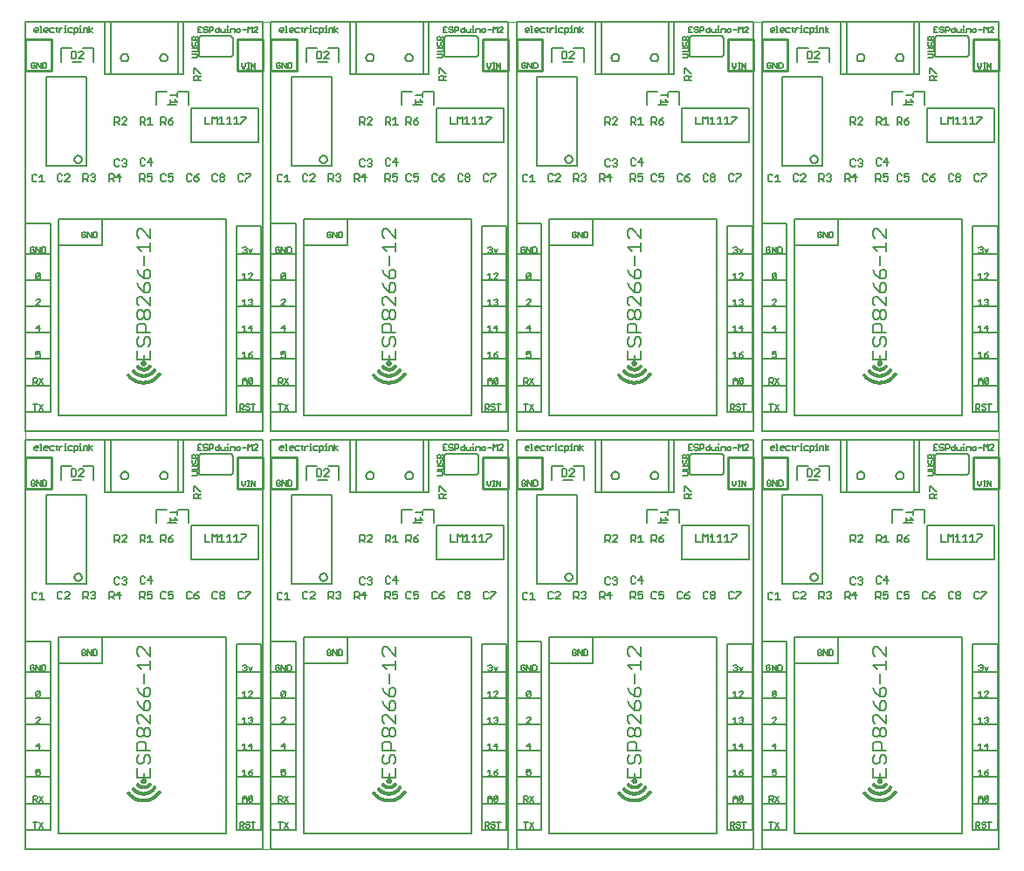
<source format=gto>
G75*
G70*
%OFA0B0*%
%FSLAX25Y25*%
%IPPOS*%
%LPD*%
%AMOC8*
5,1,8,0,0,1.08239X$1,22.5*
%
%ADD47C,0.01200*%
%ADD65C,0.00800*%
%ADD67C,0.01000*%
X0010000Y0010000D02*
G75*
%LPD*%
D65*
X0010000Y0010000D02*
X0010000Y0166496D01*
X0046319Y0152717D02*
X0046321Y0152794D01*
X0046327Y0152870D01*
X0046337Y0152946D01*
X0046351Y0153021D01*
X0046368Y0153096D01*
X0046390Y0153169D01*
X0046415Y0153242D01*
X0046445Y0153313D01*
X0046477Y0153382D01*
X0046514Y0153449D01*
X0046553Y0153515D01*
X0046596Y0153578D01*
X0046643Y0153639D01*
X0046692Y0153698D01*
X0046745Y0153754D01*
X0046800Y0153807D01*
X0046858Y0153857D01*
X0046918Y0153904D01*
X0046981Y0153948D01*
X0047046Y0153989D01*
X0047113Y0154026D01*
X0047182Y0154060D01*
X0047252Y0154090D01*
X0047324Y0154116D01*
X0047398Y0154138D01*
X0047472Y0154157D01*
X0047547Y0154172D01*
X0047623Y0154183D01*
X0047699Y0154190D01*
X0047776Y0154193D01*
X0047852Y0154192D01*
X0047929Y0154187D01*
X0048005Y0154178D01*
X0048081Y0154165D01*
X0048155Y0154148D01*
X0048229Y0154128D01*
X0048302Y0154103D01*
X0048373Y0154075D01*
X0048443Y0154043D01*
X0048511Y0154008D01*
X0048577Y0153969D01*
X0048641Y0153927D01*
X0048702Y0153881D01*
X0048762Y0153832D01*
X0048818Y0153781D01*
X0048872Y0153726D01*
X0048923Y0153669D01*
X0048971Y0153609D01*
X0049016Y0153547D01*
X0049057Y0153482D01*
X0049095Y0153416D01*
X0049130Y0153348D01*
X0049160Y0153277D01*
X0049188Y0153206D01*
X0049211Y0153133D01*
X0049231Y0153059D01*
X0049247Y0152984D01*
X0049259Y0152908D01*
X0049267Y0152832D01*
X0049271Y0152755D01*
X0049271Y0152679D01*
X0049267Y0152602D01*
X0049259Y0152526D01*
X0049247Y0152450D01*
X0049231Y0152375D01*
X0049211Y0152301D01*
X0049188Y0152228D01*
X0049160Y0152157D01*
X0049130Y0152086D01*
X0049095Y0152018D01*
X0049057Y0151952D01*
X0049016Y0151887D01*
X0048971Y0151825D01*
X0048923Y0151765D01*
X0048872Y0151708D01*
X0048818Y0151653D01*
X0048762Y0151602D01*
X0048702Y0151553D01*
X0048641Y0151507D01*
X0048577Y0151465D01*
X0048511Y0151426D01*
X0048443Y0151391D01*
X0048373Y0151359D01*
X0048302Y0151331D01*
X0048229Y0151306D01*
X0048155Y0151286D01*
X0048081Y0151269D01*
X0048005Y0151256D01*
X0047929Y0151247D01*
X0047852Y0151242D01*
X0047776Y0151241D01*
X0047699Y0151244D01*
X0047623Y0151251D01*
X0047547Y0151262D01*
X0047472Y0151277D01*
X0047398Y0151296D01*
X0047324Y0151318D01*
X0047252Y0151344D01*
X0047182Y0151374D01*
X0047113Y0151408D01*
X0047046Y0151445D01*
X0046981Y0151486D01*
X0046918Y0151530D01*
X0046858Y0151577D01*
X0046800Y0151627D01*
X0046745Y0151680D01*
X0046692Y0151736D01*
X0046643Y0151795D01*
X0046596Y0151856D01*
X0046553Y0151919D01*
X0046514Y0151985D01*
X0046477Y0152052D01*
X0046445Y0152121D01*
X0046415Y0152192D01*
X0046390Y0152265D01*
X0046368Y0152338D01*
X0046351Y0152413D01*
X0046337Y0152488D01*
X0046327Y0152564D01*
X0046321Y0152640D01*
X0046319Y0152717D01*
X0010000Y0166495D02*
X0100552Y0166495D01*
X0100551Y0166496D02*
X0100551Y0010000D01*
X0010000Y0010000D01*
X0061280Y0152717D02*
X0061282Y0152794D01*
X0061288Y0152870D01*
X0061298Y0152946D01*
X0061312Y0153021D01*
X0061329Y0153096D01*
X0061351Y0153169D01*
X0061376Y0153242D01*
X0061406Y0153313D01*
X0061438Y0153382D01*
X0061475Y0153449D01*
X0061514Y0153515D01*
X0061557Y0153578D01*
X0061604Y0153639D01*
X0061653Y0153698D01*
X0061706Y0153754D01*
X0061761Y0153807D01*
X0061819Y0153857D01*
X0061879Y0153904D01*
X0061942Y0153948D01*
X0062007Y0153989D01*
X0062074Y0154026D01*
X0062143Y0154060D01*
X0062213Y0154090D01*
X0062285Y0154116D01*
X0062359Y0154138D01*
X0062433Y0154157D01*
X0062508Y0154172D01*
X0062584Y0154183D01*
X0062660Y0154190D01*
X0062737Y0154193D01*
X0062813Y0154192D01*
X0062890Y0154187D01*
X0062966Y0154178D01*
X0063042Y0154165D01*
X0063116Y0154148D01*
X0063190Y0154128D01*
X0063263Y0154103D01*
X0063334Y0154075D01*
X0063404Y0154043D01*
X0063472Y0154008D01*
X0063538Y0153969D01*
X0063602Y0153927D01*
X0063663Y0153881D01*
X0063723Y0153832D01*
X0063779Y0153781D01*
X0063833Y0153726D01*
X0063884Y0153669D01*
X0063932Y0153609D01*
X0063977Y0153547D01*
X0064018Y0153482D01*
X0064056Y0153416D01*
X0064091Y0153348D01*
X0064121Y0153277D01*
X0064149Y0153206D01*
X0064172Y0153133D01*
X0064192Y0153059D01*
X0064208Y0152984D01*
X0064220Y0152908D01*
X0064228Y0152832D01*
X0064232Y0152755D01*
X0064232Y0152679D01*
X0064228Y0152602D01*
X0064220Y0152526D01*
X0064208Y0152450D01*
X0064192Y0152375D01*
X0064172Y0152301D01*
X0064149Y0152228D01*
X0064121Y0152157D01*
X0064091Y0152086D01*
X0064056Y0152018D01*
X0064018Y0151952D01*
X0063977Y0151887D01*
X0063932Y0151825D01*
X0063884Y0151765D01*
X0063833Y0151708D01*
X0063779Y0151653D01*
X0063723Y0151602D01*
X0063663Y0151553D01*
X0063602Y0151507D01*
X0063538Y0151465D01*
X0063472Y0151426D01*
X0063404Y0151391D01*
X0063334Y0151359D01*
X0063263Y0151331D01*
X0063190Y0151306D01*
X0063116Y0151286D01*
X0063042Y0151269D01*
X0062966Y0151256D01*
X0062890Y0151247D01*
X0062813Y0151242D01*
X0062737Y0151241D01*
X0062660Y0151244D01*
X0062584Y0151251D01*
X0062508Y0151262D01*
X0062433Y0151277D01*
X0062359Y0151296D01*
X0062285Y0151318D01*
X0062213Y0151344D01*
X0062143Y0151374D01*
X0062074Y0151408D01*
X0062007Y0151445D01*
X0061942Y0151486D01*
X0061879Y0151530D01*
X0061819Y0151577D01*
X0061761Y0151627D01*
X0061706Y0151680D01*
X0061653Y0151736D01*
X0061604Y0151795D01*
X0061557Y0151856D01*
X0061514Y0151919D01*
X0061475Y0151985D01*
X0061438Y0152052D01*
X0061406Y0152121D01*
X0061376Y0152192D01*
X0061351Y0152265D01*
X0061329Y0152338D01*
X0061312Y0152413D01*
X0061298Y0152488D01*
X0061288Y0152564D01*
X0061282Y0152640D01*
X0061280Y0152717D01*
D65*
X0073592Y0152734D02*
X0075060Y0152734D01*
X0075794Y0153468D01*
X0075060Y0154202D01*
X0073592Y0154202D01*
X0073592Y0154944D02*
X0075427Y0154944D01*
X0075794Y0155311D01*
X0075794Y0156045D01*
X0075427Y0156412D01*
X0073592Y0156412D01*
X0073959Y0157154D02*
X0074326Y0157154D01*
X0074693Y0157521D01*
X0074693Y0158255D01*
X0075060Y0158622D01*
X0075427Y0158622D01*
X0075794Y0158255D01*
X0075794Y0157521D01*
X0075427Y0157154D01*
X0075794Y0159363D02*
X0075794Y0160464D01*
X0075427Y0160831D01*
X0075060Y0160831D01*
X0074693Y0160464D01*
X0074693Y0159363D01*
X0073959Y0158622D02*
X0073592Y0158255D01*
X0073592Y0157521D01*
X0073959Y0157154D01*
X0073592Y0159363D02*
X0073592Y0160464D01*
X0073959Y0160831D01*
X0074326Y0160831D01*
X0074693Y0160464D01*
X0075794Y0159363D02*
X0073592Y0159363D01*
X0075770Y0162348D02*
X0077238Y0162348D01*
X0077980Y0162715D02*
X0078347Y0162348D01*
X0079081Y0162348D01*
X0079448Y0162715D01*
X0079448Y0163082D01*
X0079081Y0163449D01*
X0078347Y0163449D01*
X0077980Y0163816D01*
X0077980Y0164183D01*
X0078347Y0164550D01*
X0079081Y0164550D01*
X0079448Y0164183D01*
X0080190Y0164550D02*
X0080190Y0162348D01*
X0080190Y0163082D02*
X0081291Y0163082D01*
X0081658Y0163449D01*
X0081658Y0164183D01*
X0081291Y0164550D01*
X0080190Y0164550D01*
X0082400Y0163449D02*
X0082400Y0162715D01*
X0082767Y0162348D01*
X0083868Y0162348D01*
X0083868Y0164550D01*
X0083868Y0163816D02*
X0082767Y0163816D01*
X0082400Y0163449D01*
X0084610Y0163816D02*
X0084610Y0162715D01*
X0084977Y0162348D01*
X0086078Y0162348D01*
X0086078Y0163816D01*
X0086819Y0163816D02*
X0087186Y0163816D01*
X0087186Y0162348D01*
X0086819Y0162348D02*
X0087553Y0162348D01*
X0088293Y0162348D02*
X0088293Y0163816D01*
X0089394Y0163816D01*
X0089761Y0163449D01*
X0089761Y0162348D01*
X0090503Y0162715D02*
X0090503Y0163449D01*
X0090870Y0163816D01*
X0091604Y0163816D01*
X0091971Y0163449D01*
X0091971Y0162715D01*
X0091604Y0162348D01*
X0090870Y0162348D01*
X0090503Y0162715D01*
X0092712Y0163449D02*
X0094180Y0163449D01*
X0094922Y0162348D02*
X0094922Y0164550D01*
X0095656Y0163816D01*
X0096390Y0164550D01*
X0096390Y0162348D01*
X0097132Y0162348D02*
X0098600Y0163816D01*
X0098600Y0164183D01*
X0098233Y0164550D01*
X0097499Y0164550D01*
X0097132Y0164183D01*
X0097132Y0162348D02*
X0098600Y0162348D01*
X0097613Y0150727D02*
X0097613Y0148525D01*
X0096145Y0150727D01*
X0096145Y0148525D01*
X0095406Y0148525D02*
X0094672Y0148525D01*
X0095039Y0148525D02*
X0095039Y0150727D01*
X0094672Y0150727D02*
X0095406Y0150727D01*
X0093930Y0150727D02*
X0093930Y0149259D01*
X0093196Y0148525D01*
X0092462Y0149259D01*
X0092462Y0150727D01*
X0087186Y0164550D02*
X0087186Y0164917D01*
X0077238Y0164550D02*
X0075770Y0164550D01*
X0075770Y0162348D01*
X0075770Y0163449D02*
X0076504Y0163449D01*
X0074494Y0148589D02*
X0074027Y0148589D01*
X0074027Y0146721D01*
X0074494Y0145827D02*
X0074027Y0145359D01*
X0074027Y0143958D01*
X0076829Y0143958D01*
X0075895Y0143958D02*
X0075895Y0145359D01*
X0075428Y0145827D01*
X0074494Y0145827D01*
X0075895Y0144892D02*
X0076829Y0145827D01*
X0076829Y0146721D02*
X0076362Y0146721D01*
X0074494Y0148589D01*
X0078475Y0130184D02*
X0078475Y0127381D01*
X0080343Y0127381D01*
X0081237Y0127381D02*
X0081237Y0130184D01*
X0082171Y0129250D01*
X0083106Y0130184D01*
X0083106Y0127381D01*
X0084000Y0127381D02*
X0085868Y0127381D01*
X0086762Y0127381D02*
X0088630Y0127381D01*
X0089524Y0127381D02*
X0091393Y0127381D01*
X0092287Y0127381D02*
X0092287Y0127849D01*
X0094155Y0129717D01*
X0094155Y0130184D01*
X0092287Y0130184D01*
X0090459Y0130184D02*
X0090459Y0127381D01*
X0089524Y0129250D02*
X0090459Y0130184D01*
X0087696Y0130184D02*
X0087696Y0127381D01*
X0086762Y0129250D02*
X0087696Y0130184D01*
X0084934Y0130184D02*
X0084934Y0127381D01*
X0084000Y0129250D02*
X0084934Y0130184D01*
X0084576Y0108328D02*
X0084109Y0107861D01*
X0084109Y0107393D01*
X0084576Y0106926D01*
X0085510Y0106926D01*
X0085978Y0106459D01*
X0085978Y0105992D01*
X0085510Y0105525D01*
X0084576Y0105525D01*
X0084109Y0105992D01*
X0084109Y0106459D01*
X0084576Y0106926D01*
X0085510Y0106926D02*
X0085978Y0107393D01*
X0085978Y0107861D01*
X0085510Y0108328D01*
X0084576Y0108328D01*
X0083215Y0107861D02*
X0082748Y0108328D01*
X0081814Y0108328D01*
X0081347Y0107861D01*
X0081347Y0105992D01*
X0081814Y0105525D01*
X0082748Y0105525D01*
X0083215Y0105992D01*
X0076135Y0105992D02*
X0076135Y0106459D01*
X0075668Y0106926D01*
X0074267Y0106926D01*
X0074267Y0105992D01*
X0074734Y0105525D01*
X0075668Y0105525D01*
X0076135Y0105992D01*
X0074267Y0106926D02*
X0075201Y0107861D01*
X0076135Y0108328D01*
X0073373Y0107861D02*
X0072906Y0108328D01*
X0071971Y0108328D01*
X0071504Y0107861D01*
X0071504Y0105992D01*
X0071971Y0105525D01*
X0072906Y0105525D01*
X0073373Y0105992D01*
X0066293Y0105992D02*
X0065825Y0105525D01*
X0064891Y0105525D01*
X0064424Y0105992D01*
X0063530Y0105992D02*
X0063063Y0105525D01*
X0062129Y0105525D01*
X0061662Y0105992D01*
X0061662Y0107861D01*
X0062129Y0108328D01*
X0063063Y0108328D01*
X0063530Y0107861D01*
X0064424Y0108328D02*
X0064424Y0106926D01*
X0065358Y0107393D01*
X0065825Y0107393D01*
X0066293Y0106926D01*
X0066293Y0105992D01*
X0066293Y0108328D02*
X0064424Y0108328D01*
X0058261Y0108328D02*
X0056393Y0108328D01*
X0056393Y0106926D01*
X0057327Y0107393D01*
X0057794Y0107393D01*
X0058261Y0106926D01*
X0058261Y0105992D01*
X0057794Y0105525D01*
X0056860Y0105525D01*
X0056393Y0105992D01*
X0055499Y0105525D02*
X0054565Y0106459D01*
X0055032Y0106459D02*
X0053630Y0106459D01*
X0053630Y0105525D02*
X0053630Y0108328D01*
X0055032Y0108328D01*
X0055499Y0107861D01*
X0055499Y0106926D01*
X0055032Y0106459D01*
X0055189Y0111431D02*
X0054255Y0111431D01*
X0053788Y0111898D01*
X0053788Y0113766D01*
X0054255Y0114233D01*
X0055189Y0114233D01*
X0055656Y0113766D01*
X0056550Y0112832D02*
X0058418Y0112832D01*
X0057951Y0111431D02*
X0057951Y0114233D01*
X0056550Y0112832D01*
X0055656Y0111898D02*
X0055189Y0111431D01*
X0048576Y0111583D02*
X0048109Y0111116D01*
X0047175Y0111116D01*
X0046708Y0111583D01*
X0045814Y0111583D02*
X0045347Y0111116D01*
X0044412Y0111116D01*
X0043945Y0111583D01*
X0043945Y0113451D01*
X0044412Y0113918D01*
X0045347Y0113918D01*
X0045814Y0113451D01*
X0046708Y0113451D02*
X0047175Y0113918D01*
X0048109Y0113918D01*
X0048576Y0113451D01*
X0048576Y0112984D01*
X0048109Y0112517D01*
X0048576Y0112050D01*
X0048576Y0111583D01*
X0048109Y0112517D02*
X0047642Y0112517D01*
X0045983Y0108328D02*
X0044582Y0106926D01*
X0046450Y0106926D01*
X0045983Y0105525D02*
X0045983Y0108328D01*
X0043688Y0107861D02*
X0043688Y0106926D01*
X0043221Y0106459D01*
X0041819Y0106459D01*
X0041819Y0105525D02*
X0041819Y0108328D01*
X0043221Y0108328D01*
X0043688Y0107861D01*
X0042754Y0106459D02*
X0043688Y0105525D01*
X0036607Y0105992D02*
X0036140Y0105525D01*
X0035206Y0105525D01*
X0034739Y0105992D01*
X0033845Y0105525D02*
X0032911Y0106459D01*
X0033378Y0106459D02*
X0031977Y0106459D01*
X0031977Y0105525D02*
X0031977Y0108328D01*
X0033378Y0108328D01*
X0033845Y0107861D01*
X0033845Y0106926D01*
X0033378Y0106459D01*
X0034739Y0107861D02*
X0035206Y0108328D01*
X0036140Y0108328D01*
X0036607Y0107861D01*
X0036607Y0107393D01*
X0036140Y0106926D01*
X0036607Y0106459D01*
X0036607Y0105992D01*
X0036140Y0106926D02*
X0035673Y0106926D01*
X0026765Y0107393D02*
X0026765Y0107861D01*
X0026298Y0108328D01*
X0025364Y0108328D01*
X0024897Y0107861D01*
X0024003Y0107861D02*
X0023536Y0108328D01*
X0022601Y0108328D01*
X0022134Y0107861D01*
X0022134Y0105992D01*
X0022601Y0105525D01*
X0023536Y0105525D01*
X0024003Y0105992D01*
X0024897Y0105525D02*
X0026765Y0107393D01*
X0026765Y0105525D02*
X0024897Y0105525D01*
X0017079Y0105308D02*
X0015211Y0105308D01*
X0016145Y0105308D02*
X0016145Y0108110D01*
X0015211Y0107176D01*
X0014317Y0107643D02*
X0013850Y0108110D01*
X0012915Y0108110D01*
X0012448Y0107643D01*
X0012448Y0105775D01*
X0012915Y0105308D01*
X0013850Y0105308D01*
X0014317Y0105775D01*
X0013995Y0080350D02*
X0015463Y0078148D01*
X0015463Y0080350D01*
X0016205Y0080350D02*
X0017306Y0080350D01*
X0017673Y0079983D01*
X0017673Y0078515D01*
X0017306Y0078148D01*
X0016205Y0078148D01*
X0016205Y0080350D01*
X0013995Y0080350D02*
X0013995Y0078148D01*
X0013253Y0078515D02*
X0013253Y0079249D01*
X0012519Y0079249D01*
X0011785Y0079983D02*
X0012152Y0080350D01*
X0012886Y0080350D01*
X0013253Y0079983D01*
X0013253Y0078515D02*
X0012886Y0078148D01*
X0012152Y0078148D01*
X0011785Y0078515D01*
X0011785Y0079983D01*
X0014362Y0070350D02*
X0015096Y0070350D01*
X0015463Y0069983D01*
X0013995Y0068515D01*
X0014362Y0068148D01*
X0015096Y0068148D01*
X0015463Y0068515D01*
X0015463Y0069983D01*
X0014362Y0070350D02*
X0013995Y0069983D01*
X0013995Y0068515D01*
X0014362Y0060350D02*
X0013995Y0059983D01*
X0014362Y0060350D02*
X0015096Y0060350D01*
X0015463Y0059983D01*
X0015463Y0059616D01*
X0013995Y0058148D01*
X0015463Y0058148D01*
X0015096Y0050350D02*
X0013995Y0049249D01*
X0015463Y0049249D01*
X0015096Y0048148D02*
X0015096Y0050350D01*
X0015463Y0040350D02*
X0013995Y0040350D01*
X0013995Y0039249D01*
X0014729Y0039616D01*
X0015096Y0039616D01*
X0015463Y0039249D01*
X0015463Y0038515D01*
X0015096Y0038148D01*
X0014362Y0038148D01*
X0013995Y0038515D01*
X0013991Y0030350D02*
X0012890Y0030350D01*
X0012890Y0028148D01*
X0012890Y0028882D02*
X0013991Y0028882D01*
X0014358Y0029249D01*
X0014358Y0029983D01*
X0013991Y0030350D01*
X0015100Y0030350D02*
X0016568Y0028148D01*
X0015100Y0028148D02*
X0016568Y0030350D01*
X0014358Y0028148D02*
X0013624Y0028882D01*
X0013624Y0020350D02*
X0013624Y0018148D01*
X0012890Y0020350D02*
X0014358Y0020350D01*
X0015100Y0020350D02*
X0016568Y0018148D01*
X0015100Y0018148D02*
X0016568Y0020350D01*
X0031731Y0083987D02*
X0032465Y0083987D01*
X0032832Y0084354D01*
X0032832Y0085088D01*
X0032098Y0085088D01*
X0031364Y0084354D02*
X0031731Y0083987D01*
X0031364Y0084354D02*
X0031364Y0085822D01*
X0031731Y0086189D01*
X0032465Y0086189D01*
X0032832Y0085822D01*
X0033574Y0086189D02*
X0035042Y0083987D01*
X0035042Y0086189D01*
X0035784Y0086189D02*
X0035784Y0083987D01*
X0036885Y0083987D01*
X0037252Y0084354D01*
X0037252Y0085822D01*
X0036885Y0086189D01*
X0035784Y0086189D01*
X0033574Y0086189D02*
X0033574Y0083987D01*
X0043945Y0127179D02*
X0043945Y0129981D01*
X0045347Y0129981D01*
X0045814Y0129514D01*
X0045814Y0128580D01*
X0045347Y0128113D01*
X0043945Y0128113D01*
X0044879Y0128113D02*
X0045814Y0127179D01*
X0046708Y0127179D02*
X0048576Y0129047D01*
X0048576Y0129514D01*
X0048109Y0129981D01*
X0047175Y0129981D01*
X0046708Y0129514D01*
X0046708Y0127179D02*
X0048576Y0127179D01*
X0053788Y0127179D02*
X0053788Y0129981D01*
X0055189Y0129981D01*
X0055656Y0129514D01*
X0055656Y0128580D01*
X0055189Y0128113D01*
X0053788Y0128113D01*
X0054722Y0128113D02*
X0055656Y0127179D01*
X0056550Y0127179D02*
X0058418Y0127179D01*
X0057484Y0127179D02*
X0057484Y0129981D01*
X0056550Y0129047D01*
X0061662Y0129981D02*
X0061662Y0127179D01*
X0061662Y0128113D02*
X0063063Y0128113D01*
X0063530Y0128580D01*
X0063530Y0129514D01*
X0063063Y0129981D01*
X0061662Y0129981D01*
X0062596Y0128113D02*
X0063530Y0127179D01*
X0064424Y0127646D02*
X0064891Y0127179D01*
X0065825Y0127179D01*
X0066293Y0127646D01*
X0066293Y0128113D01*
X0065825Y0128580D01*
X0064424Y0128580D01*
X0064424Y0127646D01*
X0064424Y0128580D02*
X0065358Y0129514D01*
X0066293Y0129981D01*
X0091189Y0107861D02*
X0091189Y0105992D01*
X0091657Y0105525D01*
X0092591Y0105525D01*
X0093058Y0105992D01*
X0093952Y0105992D02*
X0093952Y0105525D01*
X0093952Y0105992D02*
X0095820Y0107861D01*
X0095820Y0108328D01*
X0093952Y0108328D01*
X0093058Y0107861D02*
X0092591Y0108328D01*
X0091657Y0108328D01*
X0091189Y0107861D01*
X0093257Y0080350D02*
X0093991Y0080350D01*
X0094358Y0079983D01*
X0094358Y0079616D01*
X0093991Y0079249D01*
X0094358Y0078882D01*
X0094358Y0078515D01*
X0093991Y0078148D01*
X0093257Y0078148D01*
X0092890Y0078515D01*
X0093624Y0079249D02*
X0093991Y0079249D01*
X0095100Y0079616D02*
X0095834Y0078148D01*
X0096568Y0079616D01*
X0093257Y0080350D02*
X0092890Y0079983D01*
X0093624Y0070350D02*
X0093624Y0068148D01*
X0092890Y0068148D02*
X0094358Y0068148D01*
X0095100Y0068148D02*
X0096568Y0069616D01*
X0096568Y0069983D01*
X0096201Y0070350D01*
X0095467Y0070350D01*
X0095100Y0069983D01*
X0095100Y0068148D02*
X0096568Y0068148D01*
X0093624Y0070350D02*
X0092890Y0069616D01*
X0093624Y0060350D02*
X0092890Y0059616D01*
X0093624Y0060350D02*
X0093624Y0058148D01*
X0092890Y0058148D02*
X0094358Y0058148D01*
X0095100Y0058515D02*
X0095467Y0058148D01*
X0096201Y0058148D01*
X0096568Y0058515D01*
X0096568Y0058882D01*
X0096201Y0059249D01*
X0095834Y0059249D01*
X0096201Y0059249D02*
X0096568Y0059616D01*
X0096568Y0059983D01*
X0096201Y0060350D01*
X0095467Y0060350D01*
X0095100Y0059983D01*
X0096201Y0050350D02*
X0095100Y0049249D01*
X0096568Y0049249D01*
X0096201Y0048148D02*
X0096201Y0050350D01*
X0094358Y0048148D02*
X0092890Y0048148D01*
X0093624Y0048148D02*
X0093624Y0050350D01*
X0092890Y0049616D01*
X0093624Y0040350D02*
X0092890Y0039616D01*
X0093624Y0040350D02*
X0093624Y0038148D01*
X0092890Y0038148D02*
X0094358Y0038148D01*
X0095100Y0038515D02*
X0095100Y0039249D01*
X0096201Y0039249D01*
X0096568Y0038882D01*
X0096568Y0038515D01*
X0096201Y0038148D01*
X0095467Y0038148D01*
X0095100Y0038515D01*
X0095100Y0039249D02*
X0095834Y0039983D01*
X0096568Y0040350D01*
X0096201Y0030350D02*
X0095467Y0030350D01*
X0095100Y0029983D01*
X0095100Y0028515D01*
X0096568Y0029983D01*
X0096568Y0028515D01*
X0096201Y0028148D01*
X0095467Y0028148D01*
X0095100Y0028515D01*
X0094358Y0028148D02*
X0094358Y0029616D01*
X0093624Y0030350D01*
X0092890Y0029616D01*
X0092890Y0028148D01*
X0092890Y0029249D02*
X0094358Y0029249D01*
X0096201Y0030350D02*
X0096568Y0029983D01*
X0096205Y0020350D02*
X0097673Y0020350D01*
X0096939Y0020350D02*
X0096939Y0018148D01*
X0095463Y0018515D02*
X0095096Y0018148D01*
X0094362Y0018148D01*
X0093995Y0018515D01*
X0094362Y0019249D02*
X0095096Y0019249D01*
X0095463Y0018882D01*
X0095463Y0018515D01*
X0094362Y0019249D02*
X0093995Y0019616D01*
X0093995Y0019983D01*
X0094362Y0020350D01*
X0095096Y0020350D01*
X0095463Y0019983D01*
X0093253Y0019983D02*
X0093253Y0019249D01*
X0092886Y0018882D01*
X0091785Y0018882D01*
X0091785Y0018148D02*
X0091785Y0020350D01*
X0092886Y0020350D01*
X0093253Y0019983D01*
X0092519Y0018882D02*
X0093253Y0018148D01*
X0017629Y0148643D02*
X0017996Y0149010D01*
X0017996Y0150478D01*
X0017629Y0150845D01*
X0016528Y0150845D01*
X0016528Y0148643D01*
X0017629Y0148643D01*
X0015786Y0148643D02*
X0015786Y0150845D01*
X0014318Y0150845D02*
X0015786Y0148643D01*
X0014318Y0148643D02*
X0014318Y0150845D01*
X0013576Y0150478D02*
X0013209Y0150845D01*
X0012475Y0150845D01*
X0012108Y0150478D01*
X0012108Y0149010D01*
X0012475Y0148643D01*
X0013209Y0148643D01*
X0013576Y0149010D01*
X0013576Y0149744D01*
X0012842Y0149744D01*
X0013696Y0162466D02*
X0013329Y0162833D01*
X0013329Y0163567D01*
X0013696Y0163934D01*
X0014430Y0163934D01*
X0014797Y0163567D01*
X0014797Y0163200D01*
X0013329Y0163200D01*
X0013696Y0162466D02*
X0014430Y0162466D01*
X0015539Y0162466D02*
X0016273Y0162466D01*
X0015906Y0162466D02*
X0015906Y0164668D01*
X0015539Y0164668D01*
X0017012Y0163567D02*
X0017012Y0162833D01*
X0017379Y0162466D01*
X0018113Y0162466D01*
X0018480Y0163200D02*
X0017012Y0163200D01*
X0017012Y0163567D02*
X0017379Y0163934D01*
X0018113Y0163934D01*
X0018480Y0163567D01*
X0018480Y0163200D01*
X0019222Y0163567D02*
X0019222Y0162833D01*
X0019589Y0162466D01*
X0020690Y0162466D01*
X0021799Y0162833D02*
X0021799Y0164301D01*
X0021432Y0163934D02*
X0022166Y0163934D01*
X0022905Y0163934D02*
X0022905Y0162466D01*
X0022905Y0163200D02*
X0023639Y0163934D01*
X0024006Y0163934D01*
X0024747Y0163934D02*
X0025114Y0163934D01*
X0025114Y0162466D01*
X0024747Y0162466D02*
X0025481Y0162466D01*
X0026220Y0162833D02*
X0026220Y0163567D01*
X0026587Y0163934D01*
X0027688Y0163934D01*
X0028430Y0163934D02*
X0028430Y0161732D01*
X0028430Y0162466D02*
X0029531Y0162466D01*
X0029898Y0162833D01*
X0029898Y0163567D01*
X0029531Y0163934D01*
X0028430Y0163934D01*
X0027688Y0162466D02*
X0026587Y0162466D01*
X0026220Y0162833D01*
X0025114Y0164668D02*
X0025114Y0165035D01*
X0022166Y0162466D02*
X0021799Y0162833D01*
X0020690Y0163934D02*
X0019589Y0163934D01*
X0019222Y0163567D01*
X0027390Y0155195D02*
X0027390Y0152392D01*
X0028791Y0152392D01*
X0029259Y0152859D01*
X0029259Y0154728D01*
X0028791Y0155195D01*
X0027390Y0155195D01*
X0030153Y0154728D02*
X0030620Y0155195D01*
X0031554Y0155195D01*
X0032021Y0154728D01*
X0032021Y0154261D01*
X0030153Y0152392D01*
X0032021Y0152392D01*
X0032113Y0162466D02*
X0032113Y0163934D01*
X0033214Y0163934D01*
X0033581Y0163567D01*
X0033581Y0162466D01*
X0034323Y0162466D02*
X0034323Y0164668D01*
X0035424Y0163934D02*
X0034323Y0163200D01*
X0035424Y0162466D01*
X0031374Y0162466D02*
X0030640Y0162466D01*
X0031007Y0162466D02*
X0031007Y0163934D01*
X0030640Y0163934D01*
X0031007Y0164668D02*
X0031007Y0165035D01*
D67*
X0019843Y0159606D02*
X0019843Y0147795D01*
X0010000Y0147795D01*
X0010000Y0159606D01*
X0019843Y0159606D01*
X0090709Y0159606D02*
X0090709Y0147795D01*
X0100551Y0147795D01*
X0100551Y0159606D01*
X0090709Y0159606D01*
D65*
X0098900Y0133531D02*
X0073100Y0133531D01*
X0073100Y0120531D01*
X0098900Y0120531D01*
X0098900Y0133531D01*
X0033228Y0145452D02*
X0033228Y0111352D01*
X0017828Y0111352D01*
X0017828Y0145452D01*
X0033228Y0145452D01*
X0028614Y0113902D02*
X0028616Y0113977D01*
X0028622Y0114051D01*
X0028632Y0114125D01*
X0028645Y0114198D01*
X0028663Y0114271D01*
X0028684Y0114342D01*
X0028709Y0114413D01*
X0028738Y0114482D01*
X0028771Y0114549D01*
X0028807Y0114614D01*
X0028846Y0114678D01*
X0028888Y0114739D01*
X0028934Y0114798D01*
X0028983Y0114855D01*
X0029035Y0114908D01*
X0029089Y0114959D01*
X0029146Y0115008D01*
X0029206Y0115052D01*
X0029268Y0115094D01*
X0029332Y0115133D01*
X0029398Y0115168D01*
X0029465Y0115199D01*
X0029535Y0115227D01*
X0029605Y0115251D01*
X0029677Y0115272D01*
X0029750Y0115288D01*
X0029823Y0115301D01*
X0029898Y0115310D01*
X0029972Y0115315D01*
X0030047Y0115316D01*
X0030121Y0115313D01*
X0030196Y0115306D01*
X0030269Y0115295D01*
X0030343Y0115281D01*
X0030415Y0115262D01*
X0030486Y0115240D01*
X0030556Y0115214D01*
X0030625Y0115184D01*
X0030691Y0115151D01*
X0030756Y0115114D01*
X0030819Y0115074D01*
X0030880Y0115030D01*
X0030938Y0114984D01*
X0030994Y0114934D01*
X0031047Y0114882D01*
X0031098Y0114827D01*
X0031145Y0114769D01*
X0031189Y0114709D01*
X0031230Y0114646D01*
X0031268Y0114582D01*
X0031302Y0114516D01*
X0031333Y0114447D01*
X0031360Y0114378D01*
X0031383Y0114307D01*
X0031402Y0114235D01*
X0031418Y0114162D01*
X0031430Y0114088D01*
X0031438Y0114014D01*
X0031442Y0113939D01*
X0031442Y0113865D01*
X0031438Y0113790D01*
X0031430Y0113716D01*
X0031418Y0113642D01*
X0031402Y0113569D01*
X0031383Y0113497D01*
X0031360Y0113426D01*
X0031333Y0113357D01*
X0031302Y0113288D01*
X0031268Y0113222D01*
X0031230Y0113158D01*
X0031189Y0113095D01*
X0031145Y0113035D01*
X0031098Y0112977D01*
X0031047Y0112922D01*
X0030994Y0112870D01*
X0030938Y0112820D01*
X0030880Y0112774D01*
X0030819Y0112730D01*
X0030756Y0112690D01*
X0030691Y0112653D01*
X0030625Y0112620D01*
X0030556Y0112590D01*
X0030486Y0112564D01*
X0030415Y0112542D01*
X0030343Y0112523D01*
X0030269Y0112509D01*
X0030196Y0112498D01*
X0030121Y0112491D01*
X0030047Y0112488D01*
X0029972Y0112489D01*
X0029898Y0112494D01*
X0029823Y0112503D01*
X0029750Y0112516D01*
X0029677Y0112532D01*
X0029605Y0112553D01*
X0029535Y0112577D01*
X0029465Y0112605D01*
X0029398Y0112636D01*
X0029332Y0112671D01*
X0029268Y0112710D01*
X0029206Y0112752D01*
X0029146Y0112796D01*
X0029089Y0112845D01*
X0029035Y0112896D01*
X0028983Y0112949D01*
X0028934Y0113006D01*
X0028888Y0113065D01*
X0028846Y0113126D01*
X0028807Y0113190D01*
X0028771Y0113255D01*
X0028738Y0113322D01*
X0028709Y0113391D01*
X0028684Y0113462D01*
X0028663Y0113533D01*
X0028645Y0113606D01*
X0028632Y0113679D01*
X0028622Y0113753D01*
X0028616Y0113827D01*
X0028614Y0113902D01*
D65*
X0027967Y0151101D02*
X0031348Y0151101D01*
X0031904Y0156301D02*
X0035876Y0156301D01*
X0035876Y0151132D01*
X0027663Y0156301D02*
X0023494Y0156301D01*
X0023494Y0151132D01*
X0059715Y0139765D02*
X0059715Y0134597D01*
X0059715Y0139765D02*
X0063883Y0139765D01*
X0064187Y0134565D02*
X0067569Y0134565D01*
X0068124Y0139765D02*
X0072096Y0139765D01*
X0072096Y0134597D01*
X0077098Y0153047D02*
X0088098Y0153047D01*
X0088158Y0153049D01*
X0088219Y0153054D01*
X0088278Y0153063D01*
X0088337Y0153076D01*
X0088396Y0153092D01*
X0088453Y0153112D01*
X0088508Y0153135D01*
X0088563Y0153162D01*
X0088615Y0153191D01*
X0088666Y0153224D01*
X0088715Y0153260D01*
X0088761Y0153298D01*
X0088805Y0153340D01*
X0088847Y0153384D01*
X0088885Y0153430D01*
X0088921Y0153479D01*
X0088954Y0153530D01*
X0088983Y0153582D01*
X0089010Y0153637D01*
X0089033Y0153692D01*
X0089053Y0153749D01*
X0089069Y0153808D01*
X0089082Y0153867D01*
X0089091Y0153926D01*
X0089096Y0153987D01*
X0089098Y0154047D01*
X0089098Y0160047D01*
X0089096Y0160107D01*
X0089091Y0160168D01*
X0089082Y0160227D01*
X0089069Y0160286D01*
X0089053Y0160345D01*
X0089033Y0160402D01*
X0089010Y0160457D01*
X0088983Y0160512D01*
X0088954Y0160564D01*
X0088921Y0160615D01*
X0088885Y0160664D01*
X0088847Y0160710D01*
X0088805Y0160754D01*
X0088761Y0160796D01*
X0088715Y0160834D01*
X0088666Y0160870D01*
X0088615Y0160903D01*
X0088563Y0160932D01*
X0088508Y0160959D01*
X0088453Y0160982D01*
X0088396Y0161002D01*
X0088337Y0161018D01*
X0088278Y0161031D01*
X0088219Y0161040D01*
X0088158Y0161045D01*
X0088098Y0161047D01*
X0077098Y0161047D01*
X0077038Y0161045D01*
X0076977Y0161040D01*
X0076918Y0161031D01*
X0076859Y0161018D01*
X0076800Y0161002D01*
X0076743Y0160982D01*
X0076688Y0160959D01*
X0076633Y0160932D01*
X0076581Y0160903D01*
X0076530Y0160870D01*
X0076481Y0160834D01*
X0076435Y0160796D01*
X0076391Y0160754D01*
X0076349Y0160710D01*
X0076311Y0160664D01*
X0076275Y0160615D01*
X0076242Y0160564D01*
X0076213Y0160512D01*
X0076186Y0160457D01*
X0076163Y0160402D01*
X0076143Y0160345D01*
X0076127Y0160286D01*
X0076114Y0160227D01*
X0076105Y0160168D01*
X0076100Y0160107D01*
X0076098Y0160047D01*
X0076098Y0154047D01*
X0076100Y0153987D01*
X0076105Y0153926D01*
X0076114Y0153867D01*
X0076127Y0153808D01*
X0076143Y0153749D01*
X0076163Y0153692D01*
X0076186Y0153637D01*
X0076213Y0153582D01*
X0076242Y0153530D01*
X0076275Y0153479D01*
X0076311Y0153430D01*
X0076349Y0153384D01*
X0076391Y0153340D01*
X0076435Y0153298D01*
X0076481Y0153260D01*
X0076530Y0153224D01*
X0076581Y0153191D01*
X0076633Y0153162D01*
X0076688Y0153135D01*
X0076743Y0153112D01*
X0076800Y0153092D01*
X0076859Y0153076D01*
X0076918Y0153063D01*
X0076977Y0153054D01*
X0077038Y0153049D01*
X0077098Y0153047D01*
D65*
X0070236Y0146417D02*
X0070236Y0166496D01*
X0068268Y0166496D01*
X0068268Y0146417D01*
X0042480Y0146417D01*
X0042480Y0166496D01*
X0068268Y0166496D01*
X0068268Y0146417D02*
X0070236Y0146417D01*
X0042480Y0146417D02*
X0040315Y0146417D01*
X0040315Y0166496D01*
X0042480Y0166496D01*
X0039248Y0090976D02*
X0039248Y0081134D01*
X0022500Y0081134D01*
X0019500Y0077748D02*
X0019500Y0067748D01*
X0019500Y0057748D01*
X0019500Y0047748D01*
X0019500Y0037748D01*
X0019500Y0027248D01*
X0010000Y0027248D01*
X0010000Y0037748D01*
X0010000Y0047748D01*
X0010000Y0057748D01*
X0010000Y0067748D01*
X0010000Y0077748D01*
X0019500Y0077748D01*
X0019500Y0089248D01*
X0010000Y0089248D01*
X0010000Y0077748D01*
X0010000Y0067748D02*
X0019500Y0067748D01*
X0019500Y0057748D02*
X0010000Y0057748D01*
X0010000Y0047748D02*
X0019500Y0047748D01*
X0019500Y0037748D02*
X0010000Y0037748D01*
X0010000Y0027748D02*
X0010000Y0017248D01*
X0019500Y0017248D01*
X0019500Y0027748D01*
X0022500Y0016016D02*
X0022500Y0090976D01*
X0086492Y0090976D01*
X0086492Y0016016D01*
X0022500Y0016016D01*
X0090500Y0017248D02*
X0100000Y0017248D01*
X0100000Y0027748D01*
X0100000Y0027248D02*
X0100000Y0037748D01*
X0100000Y0047748D01*
X0100000Y0057748D01*
X0090500Y0057748D01*
X0090500Y0047748D01*
X0090500Y0037748D01*
X0090500Y0027248D01*
X0100000Y0027248D01*
X0100000Y0037748D02*
X0090500Y0037748D01*
X0090500Y0047748D02*
X0100000Y0047748D01*
X0100000Y0057748D02*
X0100000Y0067748D01*
X0090500Y0067748D01*
X0090500Y0057748D01*
X0090500Y0067748D02*
X0090500Y0077748D01*
X0100000Y0077748D01*
X0100000Y0067748D01*
X0100000Y0077748D02*
X0100000Y0088248D01*
X0090500Y0088248D01*
X0090500Y0077748D01*
X0090500Y0027748D02*
X0090500Y0017248D01*
D65*
X0057640Y0037388D02*
X0057640Y0040858D01*
X0056773Y0042544D02*
X0057640Y0043412D01*
X0057640Y0045147D01*
X0056773Y0046014D01*
X0055905Y0046014D01*
X0055038Y0045147D01*
X0055038Y0043412D01*
X0054171Y0042544D01*
X0053303Y0042544D01*
X0052436Y0043412D01*
X0052436Y0045147D01*
X0053303Y0046014D01*
X0052436Y0047701D02*
X0052436Y0050303D01*
X0053303Y0051170D01*
X0055038Y0051170D01*
X0055905Y0050303D01*
X0055905Y0047701D01*
X0057640Y0047701D02*
X0052436Y0047701D01*
X0053303Y0052857D02*
X0052436Y0053724D01*
X0052436Y0055459D01*
X0053303Y0056327D01*
X0054171Y0056327D01*
X0055038Y0055459D01*
X0055038Y0053724D01*
X0054171Y0052857D01*
X0053303Y0052857D01*
X0055038Y0053724D02*
X0055905Y0052857D01*
X0056773Y0052857D01*
X0057640Y0053724D01*
X0057640Y0055459D01*
X0056773Y0056327D01*
X0055905Y0056327D01*
X0055038Y0055459D01*
X0053303Y0058013D02*
X0052436Y0058881D01*
X0052436Y0060616D01*
X0053303Y0061483D01*
X0054171Y0061483D01*
X0057640Y0058013D01*
X0057640Y0061483D01*
X0056773Y0063170D02*
X0057640Y0064037D01*
X0057640Y0065772D01*
X0056773Y0066640D01*
X0055905Y0066640D01*
X0055038Y0065772D01*
X0055038Y0063170D01*
X0056773Y0063170D01*
X0055038Y0063170D02*
X0053303Y0064905D01*
X0052436Y0066640D01*
X0055038Y0068326D02*
X0053303Y0070061D01*
X0052436Y0071796D01*
X0055038Y0070929D02*
X0055038Y0068326D01*
X0056773Y0068326D01*
X0057640Y0069194D01*
X0057640Y0070929D01*
X0056773Y0071796D01*
X0055905Y0071796D01*
X0055038Y0070929D01*
X0055038Y0073483D02*
X0055038Y0076952D01*
X0054171Y0078639D02*
X0052436Y0080374D01*
X0057640Y0080374D01*
X0057640Y0078639D02*
X0057640Y0082109D01*
X0057640Y0083795D02*
X0054171Y0087265D01*
X0053303Y0087265D01*
X0052436Y0086398D01*
X0052436Y0084663D01*
X0053303Y0083795D01*
X0057640Y0083795D02*
X0057640Y0087265D01*
X0052436Y0040858D02*
X0052436Y0037388D01*
X0057640Y0037388D01*
X0055038Y0037388D02*
X0055038Y0039123D01*
D47*
X0052759Y0034737D02*
X0052822Y0034652D01*
X0052888Y0034569D01*
X0052956Y0034489D01*
X0053028Y0034411D01*
X0053102Y0034336D01*
X0053179Y0034263D01*
X0053259Y0034194D01*
X0053341Y0034127D01*
X0053426Y0034064D01*
X0053513Y0034004D01*
X0053602Y0033947D01*
X0053693Y0033893D01*
X0053786Y0033842D01*
X0053881Y0033796D01*
X0053977Y0033752D01*
X0054075Y0033712D01*
X0054174Y0033676D01*
X0054275Y0033644D01*
X0054377Y0033615D01*
X0054480Y0033590D01*
X0054583Y0033568D01*
X0054687Y0033551D01*
X0054792Y0033537D01*
X0054898Y0033528D01*
X0055003Y0033522D01*
X0055109Y0033520D01*
X0055215Y0033522D01*
X0055320Y0033528D01*
X0055426Y0033537D01*
X0055531Y0033551D01*
X0055635Y0033568D01*
X0055738Y0033590D01*
X0055841Y0033615D01*
X0055943Y0033644D01*
X0056044Y0033676D01*
X0056143Y0033712D01*
X0056241Y0033752D01*
X0056337Y0033796D01*
X0056432Y0033842D01*
X0056525Y0033893D01*
X0056616Y0033947D01*
X0056705Y0034004D01*
X0056792Y0034064D01*
X0056877Y0034127D01*
X0056959Y0034194D01*
X0057039Y0034263D01*
X0057116Y0034336D01*
X0057190Y0034411D01*
X0057262Y0034489D01*
X0057330Y0034569D01*
X0057396Y0034652D01*
X0057459Y0034737D01*
X0061059Y0031837D02*
X0060961Y0031690D01*
X0060860Y0031544D01*
X0060755Y0031402D01*
X0060647Y0031261D01*
X0060535Y0031124D01*
X0060420Y0030989D01*
X0060301Y0030857D01*
X0060180Y0030728D01*
X0060055Y0030603D01*
X0059927Y0030480D01*
X0059797Y0030360D01*
X0059663Y0030244D01*
X0059527Y0030131D01*
X0059387Y0030021D01*
X0059246Y0029915D01*
X0059101Y0029812D01*
X0058954Y0029713D01*
X0058805Y0029617D01*
X0058654Y0029525D01*
X0058500Y0029437D01*
X0058344Y0029353D01*
X0058186Y0029273D01*
X0058026Y0029196D01*
X0057865Y0029123D01*
X0057701Y0029055D01*
X0057536Y0028990D01*
X0057370Y0028929D01*
X0057202Y0028873D01*
X0057033Y0028821D01*
X0056862Y0028773D01*
X0056690Y0028729D01*
X0056518Y0028689D01*
X0056344Y0028653D01*
X0056170Y0028622D01*
X0055995Y0028595D01*
X0055819Y0028572D01*
X0055643Y0028554D01*
X0055466Y0028540D01*
X0055289Y0028530D01*
X0055112Y0028525D01*
X0054935Y0028524D01*
X0054758Y0028528D01*
X0054580Y0028535D01*
X0054404Y0028547D01*
X0054227Y0028564D01*
X0054051Y0028584D01*
X0053876Y0028609D01*
X0053701Y0028639D01*
X0053527Y0028672D01*
X0053354Y0028710D01*
X0053182Y0028752D01*
X0053011Y0028798D01*
X0052841Y0028849D01*
X0052672Y0028903D01*
X0052505Y0028962D01*
X0052339Y0029025D01*
X0052175Y0029092D01*
X0052013Y0029162D01*
X0051852Y0029237D01*
X0051693Y0029316D01*
X0051537Y0029398D01*
X0051382Y0029485D01*
X0051229Y0029575D01*
X0051079Y0029669D01*
X0050931Y0029766D01*
X0050786Y0029868D01*
X0050643Y0029972D01*
X0050502Y0030080D01*
X0050365Y0030192D01*
X0050230Y0030307D01*
X0050098Y0030425D01*
X0049969Y0030546D01*
X0049842Y0030671D01*
X0049719Y0030798D01*
X0049600Y0030929D01*
X0049483Y0031062D01*
X0049370Y0031199D01*
X0049260Y0031337D01*
X0054659Y0035937D02*
X0054661Y0035977D01*
X0054667Y0036016D01*
X0054677Y0036055D01*
X0054690Y0036092D01*
X0054708Y0036128D01*
X0054729Y0036162D01*
X0054753Y0036194D01*
X0054780Y0036223D01*
X0054810Y0036250D01*
X0054842Y0036273D01*
X0054877Y0036293D01*
X0054913Y0036309D01*
X0054951Y0036322D01*
X0054990Y0036331D01*
X0055029Y0036336D01*
X0055069Y0036337D01*
X0055109Y0036334D01*
X0055148Y0036327D01*
X0055186Y0036316D01*
X0055224Y0036302D01*
X0055259Y0036283D01*
X0055292Y0036262D01*
X0055324Y0036237D01*
X0055352Y0036209D01*
X0055378Y0036179D01*
X0055400Y0036146D01*
X0055419Y0036111D01*
X0055435Y0036074D01*
X0055447Y0036036D01*
X0055455Y0035997D01*
X0055459Y0035957D01*
X0055459Y0035917D01*
X0055455Y0035877D01*
X0055447Y0035838D01*
X0055435Y0035800D01*
X0055419Y0035763D01*
X0055400Y0035728D01*
X0055378Y0035695D01*
X0055352Y0035665D01*
X0055324Y0035637D01*
X0055292Y0035612D01*
X0055259Y0035591D01*
X0055224Y0035572D01*
X0055186Y0035558D01*
X0055148Y0035547D01*
X0055109Y0035540D01*
X0055069Y0035537D01*
X0055029Y0035538D01*
X0054990Y0035543D01*
X0054951Y0035552D01*
X0054913Y0035565D01*
X0054877Y0035581D01*
X0054842Y0035601D01*
X0054810Y0035624D01*
X0054780Y0035651D01*
X0054753Y0035680D01*
X0054729Y0035712D01*
X0054708Y0035746D01*
X0054690Y0035782D01*
X0054677Y0035819D01*
X0054667Y0035858D01*
X0054661Y0035897D01*
X0054659Y0035937D01*
X0051059Y0033037D02*
X0051149Y0032928D01*
X0051242Y0032821D01*
X0051338Y0032717D01*
X0051437Y0032616D01*
X0051539Y0032518D01*
X0051643Y0032423D01*
X0051750Y0032330D01*
X0051860Y0032241D01*
X0051972Y0032154D01*
X0052086Y0032071D01*
X0052203Y0031992D01*
X0052322Y0031915D01*
X0052443Y0031842D01*
X0052566Y0031772D01*
X0052691Y0031706D01*
X0052817Y0031643D01*
X0052946Y0031584D01*
X0053076Y0031529D01*
X0053207Y0031477D01*
X0053340Y0031429D01*
X0053475Y0031385D01*
X0053610Y0031344D01*
X0053747Y0031307D01*
X0053884Y0031275D01*
X0054023Y0031246D01*
X0054162Y0031221D01*
X0054302Y0031199D01*
X0054442Y0031182D01*
X0054583Y0031169D01*
X0054724Y0031160D01*
X0054865Y0031154D01*
X0055006Y0031153D01*
X0055148Y0031156D01*
X0055289Y0031162D01*
X0055430Y0031173D01*
X0055571Y0031187D01*
X0055711Y0031206D01*
X0055850Y0031228D01*
X0055989Y0031255D01*
X0056127Y0031285D01*
X0056265Y0031319D01*
X0056401Y0031357D01*
X0056536Y0031399D01*
X0056670Y0031444D01*
X0056802Y0031494D01*
X0056933Y0031547D01*
X0057063Y0031603D01*
X0057191Y0031664D01*
X0057317Y0031728D01*
X0057441Y0031795D01*
X0057564Y0031866D01*
X0057684Y0031940D01*
X0057802Y0032018D01*
X0057918Y0032099D01*
X0058032Y0032183D01*
X0058143Y0032270D01*
X0058252Y0032360D01*
X0058358Y0032454D01*
X0058461Y0032550D01*
X0058562Y0032649D01*
X0058660Y0032751D01*
X0058755Y0032856D01*
X0058847Y0032964D01*
X0058936Y0033073D01*
X0059022Y0033186D01*
X0059104Y0033301D01*
X0059184Y0033418D01*
X0059260Y0033537D01*
D65*
X0065071Y0134853D02*
X0065071Y0136655D01*
X0065071Y0135754D02*
X0067774Y0135754D01*
X0066873Y0136655D01*
X0067774Y0137615D02*
X0067774Y0139417D01*
X0067774Y0138516D02*
X0065071Y0138516D01*
X0010000Y0169621D02*
G75*
%LPD*%
D65*
X0010000Y0169621D02*
X0010000Y0326117D01*
X0046319Y0312338D02*
X0046321Y0312415D01*
X0046327Y0312491D01*
X0046337Y0312567D01*
X0046351Y0312642D01*
X0046368Y0312717D01*
X0046390Y0312790D01*
X0046415Y0312863D01*
X0046445Y0312934D01*
X0046477Y0313003D01*
X0046514Y0313070D01*
X0046553Y0313136D01*
X0046596Y0313199D01*
X0046643Y0313260D01*
X0046692Y0313319D01*
X0046745Y0313375D01*
X0046800Y0313428D01*
X0046858Y0313478D01*
X0046918Y0313525D01*
X0046981Y0313569D01*
X0047046Y0313610D01*
X0047113Y0313647D01*
X0047182Y0313681D01*
X0047252Y0313711D01*
X0047324Y0313737D01*
X0047398Y0313759D01*
X0047472Y0313778D01*
X0047547Y0313793D01*
X0047623Y0313804D01*
X0047699Y0313811D01*
X0047776Y0313814D01*
X0047852Y0313813D01*
X0047929Y0313808D01*
X0048005Y0313799D01*
X0048081Y0313786D01*
X0048155Y0313769D01*
X0048229Y0313749D01*
X0048302Y0313724D01*
X0048373Y0313696D01*
X0048443Y0313664D01*
X0048511Y0313629D01*
X0048577Y0313590D01*
X0048641Y0313548D01*
X0048702Y0313502D01*
X0048762Y0313453D01*
X0048818Y0313402D01*
X0048872Y0313347D01*
X0048923Y0313290D01*
X0048971Y0313230D01*
X0049016Y0313168D01*
X0049057Y0313103D01*
X0049095Y0313037D01*
X0049130Y0312969D01*
X0049160Y0312898D01*
X0049188Y0312827D01*
X0049211Y0312754D01*
X0049231Y0312680D01*
X0049247Y0312605D01*
X0049259Y0312529D01*
X0049267Y0312453D01*
X0049271Y0312376D01*
X0049271Y0312300D01*
X0049267Y0312223D01*
X0049259Y0312147D01*
X0049247Y0312071D01*
X0049231Y0311996D01*
X0049211Y0311922D01*
X0049188Y0311849D01*
X0049160Y0311778D01*
X0049130Y0311707D01*
X0049095Y0311639D01*
X0049057Y0311573D01*
X0049016Y0311508D01*
X0048971Y0311446D01*
X0048923Y0311386D01*
X0048872Y0311329D01*
X0048818Y0311274D01*
X0048762Y0311223D01*
X0048702Y0311174D01*
X0048641Y0311128D01*
X0048577Y0311086D01*
X0048511Y0311047D01*
X0048443Y0311012D01*
X0048373Y0310980D01*
X0048302Y0310952D01*
X0048229Y0310927D01*
X0048155Y0310907D01*
X0048081Y0310890D01*
X0048005Y0310877D01*
X0047929Y0310868D01*
X0047852Y0310863D01*
X0047776Y0310862D01*
X0047699Y0310865D01*
X0047623Y0310872D01*
X0047547Y0310883D01*
X0047472Y0310898D01*
X0047398Y0310917D01*
X0047324Y0310939D01*
X0047252Y0310965D01*
X0047182Y0310995D01*
X0047113Y0311029D01*
X0047046Y0311066D01*
X0046981Y0311107D01*
X0046918Y0311151D01*
X0046858Y0311198D01*
X0046800Y0311248D01*
X0046745Y0311301D01*
X0046692Y0311357D01*
X0046643Y0311416D01*
X0046596Y0311477D01*
X0046553Y0311540D01*
X0046514Y0311606D01*
X0046477Y0311673D01*
X0046445Y0311742D01*
X0046415Y0311813D01*
X0046390Y0311886D01*
X0046368Y0311959D01*
X0046351Y0312034D01*
X0046337Y0312109D01*
X0046327Y0312185D01*
X0046321Y0312261D01*
X0046319Y0312338D01*
X0010000Y0326116D02*
X0100552Y0326116D01*
X0100551Y0326117D02*
X0100551Y0169621D01*
X0010000Y0169621D01*
X0061280Y0312338D02*
X0061282Y0312415D01*
X0061288Y0312491D01*
X0061298Y0312567D01*
X0061312Y0312642D01*
X0061329Y0312717D01*
X0061351Y0312790D01*
X0061376Y0312863D01*
X0061406Y0312934D01*
X0061438Y0313003D01*
X0061475Y0313070D01*
X0061514Y0313136D01*
X0061557Y0313199D01*
X0061604Y0313260D01*
X0061653Y0313319D01*
X0061706Y0313375D01*
X0061761Y0313428D01*
X0061819Y0313478D01*
X0061879Y0313525D01*
X0061942Y0313569D01*
X0062007Y0313610D01*
X0062074Y0313647D01*
X0062143Y0313681D01*
X0062213Y0313711D01*
X0062285Y0313737D01*
X0062359Y0313759D01*
X0062433Y0313778D01*
X0062508Y0313793D01*
X0062584Y0313804D01*
X0062660Y0313811D01*
X0062737Y0313814D01*
X0062813Y0313813D01*
X0062890Y0313808D01*
X0062966Y0313799D01*
X0063042Y0313786D01*
X0063116Y0313769D01*
X0063190Y0313749D01*
X0063263Y0313724D01*
X0063334Y0313696D01*
X0063404Y0313664D01*
X0063472Y0313629D01*
X0063538Y0313590D01*
X0063602Y0313548D01*
X0063663Y0313502D01*
X0063723Y0313453D01*
X0063779Y0313402D01*
X0063833Y0313347D01*
X0063884Y0313290D01*
X0063932Y0313230D01*
X0063977Y0313168D01*
X0064018Y0313103D01*
X0064056Y0313037D01*
X0064091Y0312969D01*
X0064121Y0312898D01*
X0064149Y0312827D01*
X0064172Y0312754D01*
X0064192Y0312680D01*
X0064208Y0312605D01*
X0064220Y0312529D01*
X0064228Y0312453D01*
X0064232Y0312376D01*
X0064232Y0312300D01*
X0064228Y0312223D01*
X0064220Y0312147D01*
X0064208Y0312071D01*
X0064192Y0311996D01*
X0064172Y0311922D01*
X0064149Y0311849D01*
X0064121Y0311778D01*
X0064091Y0311707D01*
X0064056Y0311639D01*
X0064018Y0311573D01*
X0063977Y0311508D01*
X0063932Y0311446D01*
X0063884Y0311386D01*
X0063833Y0311329D01*
X0063779Y0311274D01*
X0063723Y0311223D01*
X0063663Y0311174D01*
X0063602Y0311128D01*
X0063538Y0311086D01*
X0063472Y0311047D01*
X0063404Y0311012D01*
X0063334Y0310980D01*
X0063263Y0310952D01*
X0063190Y0310927D01*
X0063116Y0310907D01*
X0063042Y0310890D01*
X0062966Y0310877D01*
X0062890Y0310868D01*
X0062813Y0310863D01*
X0062737Y0310862D01*
X0062660Y0310865D01*
X0062584Y0310872D01*
X0062508Y0310883D01*
X0062433Y0310898D01*
X0062359Y0310917D01*
X0062285Y0310939D01*
X0062213Y0310965D01*
X0062143Y0310995D01*
X0062074Y0311029D01*
X0062007Y0311066D01*
X0061942Y0311107D01*
X0061879Y0311151D01*
X0061819Y0311198D01*
X0061761Y0311248D01*
X0061706Y0311301D01*
X0061653Y0311357D01*
X0061604Y0311416D01*
X0061557Y0311477D01*
X0061514Y0311540D01*
X0061475Y0311606D01*
X0061438Y0311673D01*
X0061406Y0311742D01*
X0061376Y0311813D01*
X0061351Y0311886D01*
X0061329Y0311959D01*
X0061312Y0312034D01*
X0061298Y0312109D01*
X0061288Y0312185D01*
X0061282Y0312261D01*
X0061280Y0312338D01*
D65*
X0073592Y0312355D02*
X0075060Y0312355D01*
X0075794Y0313089D01*
X0075060Y0313823D01*
X0073592Y0313823D01*
X0073592Y0314565D02*
X0075427Y0314565D01*
X0075794Y0314932D01*
X0075794Y0315666D01*
X0075427Y0316033D01*
X0073592Y0316033D01*
X0073959Y0316775D02*
X0074326Y0316775D01*
X0074693Y0317142D01*
X0074693Y0317876D01*
X0075060Y0318243D01*
X0075427Y0318243D01*
X0075794Y0317876D01*
X0075794Y0317142D01*
X0075427Y0316775D01*
X0075794Y0318984D02*
X0075794Y0320085D01*
X0075427Y0320452D01*
X0075060Y0320452D01*
X0074693Y0320085D01*
X0074693Y0318984D01*
X0073959Y0318243D02*
X0073592Y0317876D01*
X0073592Y0317142D01*
X0073959Y0316775D01*
X0073592Y0318984D02*
X0073592Y0320085D01*
X0073959Y0320452D01*
X0074326Y0320452D01*
X0074693Y0320085D01*
X0075794Y0318984D02*
X0073592Y0318984D01*
X0075770Y0321969D02*
X0077238Y0321969D01*
X0077980Y0322336D02*
X0078347Y0321969D01*
X0079081Y0321969D01*
X0079448Y0322336D01*
X0079448Y0322703D01*
X0079081Y0323070D01*
X0078347Y0323070D01*
X0077980Y0323437D01*
X0077980Y0323804D01*
X0078347Y0324171D01*
X0079081Y0324171D01*
X0079448Y0323804D01*
X0080190Y0324171D02*
X0080190Y0321969D01*
X0080190Y0322703D02*
X0081291Y0322703D01*
X0081658Y0323070D01*
X0081658Y0323804D01*
X0081291Y0324171D01*
X0080190Y0324171D01*
X0082400Y0323070D02*
X0082400Y0322336D01*
X0082767Y0321969D01*
X0083868Y0321969D01*
X0083868Y0324171D01*
X0083868Y0323437D02*
X0082767Y0323437D01*
X0082400Y0323070D01*
X0084610Y0323437D02*
X0084610Y0322336D01*
X0084977Y0321969D01*
X0086078Y0321969D01*
X0086078Y0323437D01*
X0086819Y0323437D02*
X0087186Y0323437D01*
X0087186Y0321969D01*
X0086819Y0321969D02*
X0087553Y0321969D01*
X0088293Y0321969D02*
X0088293Y0323437D01*
X0089394Y0323437D01*
X0089761Y0323070D01*
X0089761Y0321969D01*
X0090503Y0322336D02*
X0090503Y0323070D01*
X0090870Y0323437D01*
X0091604Y0323437D01*
X0091971Y0323070D01*
X0091971Y0322336D01*
X0091604Y0321969D01*
X0090870Y0321969D01*
X0090503Y0322336D01*
X0092712Y0323070D02*
X0094180Y0323070D01*
X0094922Y0321969D02*
X0094922Y0324171D01*
X0095656Y0323437D01*
X0096390Y0324171D01*
X0096390Y0321969D01*
X0097132Y0321969D02*
X0098600Y0323437D01*
X0098600Y0323804D01*
X0098233Y0324171D01*
X0097499Y0324171D01*
X0097132Y0323804D01*
X0097132Y0321969D02*
X0098600Y0321969D01*
X0097613Y0310348D02*
X0097613Y0308146D01*
X0096145Y0310348D01*
X0096145Y0308146D01*
X0095406Y0308146D02*
X0094672Y0308146D01*
X0095039Y0308146D02*
X0095039Y0310348D01*
X0094672Y0310348D02*
X0095406Y0310348D01*
X0093930Y0310348D02*
X0093930Y0308880D01*
X0093196Y0308146D01*
X0092462Y0308880D01*
X0092462Y0310348D01*
X0087186Y0324171D02*
X0087186Y0324538D01*
X0077238Y0324171D02*
X0075770Y0324171D01*
X0075770Y0321969D01*
X0075770Y0323070D02*
X0076504Y0323070D01*
X0074494Y0308210D02*
X0074027Y0308210D01*
X0074027Y0306342D01*
X0074494Y0305448D02*
X0074027Y0304980D01*
X0074027Y0303579D01*
X0076829Y0303579D01*
X0075895Y0303579D02*
X0075895Y0304980D01*
X0075428Y0305448D01*
X0074494Y0305448D01*
X0075895Y0304513D02*
X0076829Y0305448D01*
X0076829Y0306342D02*
X0076362Y0306342D01*
X0074494Y0308210D01*
X0078475Y0289805D02*
X0078475Y0287002D01*
X0080343Y0287002D01*
X0081237Y0287002D02*
X0081237Y0289805D01*
X0082171Y0288871D01*
X0083106Y0289805D01*
X0083106Y0287002D01*
X0084000Y0287002D02*
X0085868Y0287002D01*
X0086762Y0287002D02*
X0088630Y0287002D01*
X0089524Y0287002D02*
X0091393Y0287002D01*
X0092287Y0287002D02*
X0092287Y0287470D01*
X0094155Y0289338D01*
X0094155Y0289805D01*
X0092287Y0289805D01*
X0090459Y0289805D02*
X0090459Y0287002D01*
X0089524Y0288871D02*
X0090459Y0289805D01*
X0087696Y0289805D02*
X0087696Y0287002D01*
X0086762Y0288871D02*
X0087696Y0289805D01*
X0084934Y0289805D02*
X0084934Y0287002D01*
X0084000Y0288871D02*
X0084934Y0289805D01*
X0084576Y0267949D02*
X0084109Y0267482D01*
X0084109Y0267014D01*
X0084576Y0266547D01*
X0085510Y0266547D01*
X0085978Y0266080D01*
X0085978Y0265613D01*
X0085510Y0265146D01*
X0084576Y0265146D01*
X0084109Y0265613D01*
X0084109Y0266080D01*
X0084576Y0266547D01*
X0085510Y0266547D02*
X0085978Y0267014D01*
X0085978Y0267482D01*
X0085510Y0267949D01*
X0084576Y0267949D01*
X0083215Y0267482D02*
X0082748Y0267949D01*
X0081814Y0267949D01*
X0081347Y0267482D01*
X0081347Y0265613D01*
X0081814Y0265146D01*
X0082748Y0265146D01*
X0083215Y0265613D01*
X0076135Y0265613D02*
X0076135Y0266080D01*
X0075668Y0266547D01*
X0074267Y0266547D01*
X0074267Y0265613D01*
X0074734Y0265146D01*
X0075668Y0265146D01*
X0076135Y0265613D01*
X0074267Y0266547D02*
X0075201Y0267482D01*
X0076135Y0267949D01*
X0073373Y0267482D02*
X0072906Y0267949D01*
X0071971Y0267949D01*
X0071504Y0267482D01*
X0071504Y0265613D01*
X0071971Y0265146D01*
X0072906Y0265146D01*
X0073373Y0265613D01*
X0066293Y0265613D02*
X0065825Y0265146D01*
X0064891Y0265146D01*
X0064424Y0265613D01*
X0063530Y0265613D02*
X0063063Y0265146D01*
X0062129Y0265146D01*
X0061662Y0265613D01*
X0061662Y0267482D01*
X0062129Y0267949D01*
X0063063Y0267949D01*
X0063530Y0267482D01*
X0064424Y0267949D02*
X0064424Y0266547D01*
X0065358Y0267014D01*
X0065825Y0267014D01*
X0066293Y0266547D01*
X0066293Y0265613D01*
X0066293Y0267949D02*
X0064424Y0267949D01*
X0058261Y0267949D02*
X0056393Y0267949D01*
X0056393Y0266547D01*
X0057327Y0267014D01*
X0057794Y0267014D01*
X0058261Y0266547D01*
X0058261Y0265613D01*
X0057794Y0265146D01*
X0056860Y0265146D01*
X0056393Y0265613D01*
X0055499Y0265146D02*
X0054565Y0266080D01*
X0055032Y0266080D02*
X0053630Y0266080D01*
X0053630Y0265146D02*
X0053630Y0267949D01*
X0055032Y0267949D01*
X0055499Y0267482D01*
X0055499Y0266547D01*
X0055032Y0266080D01*
X0055189Y0271052D02*
X0054255Y0271052D01*
X0053788Y0271519D01*
X0053788Y0273387D01*
X0054255Y0273854D01*
X0055189Y0273854D01*
X0055656Y0273387D01*
X0056550Y0272453D02*
X0058418Y0272453D01*
X0057951Y0271052D02*
X0057951Y0273854D01*
X0056550Y0272453D01*
X0055656Y0271519D02*
X0055189Y0271052D01*
X0048576Y0271204D02*
X0048109Y0270737D01*
X0047175Y0270737D01*
X0046708Y0271204D01*
X0045814Y0271204D02*
X0045347Y0270737D01*
X0044412Y0270737D01*
X0043945Y0271204D01*
X0043945Y0273072D01*
X0044412Y0273539D01*
X0045347Y0273539D01*
X0045814Y0273072D01*
X0046708Y0273072D02*
X0047175Y0273539D01*
X0048109Y0273539D01*
X0048576Y0273072D01*
X0048576Y0272605D01*
X0048109Y0272138D01*
X0048576Y0271671D01*
X0048576Y0271204D01*
X0048109Y0272138D02*
X0047642Y0272138D01*
X0045983Y0267949D02*
X0044582Y0266547D01*
X0046450Y0266547D01*
X0045983Y0265146D02*
X0045983Y0267949D01*
X0043688Y0267482D02*
X0043688Y0266547D01*
X0043221Y0266080D01*
X0041819Y0266080D01*
X0041819Y0265146D02*
X0041819Y0267949D01*
X0043221Y0267949D01*
X0043688Y0267482D01*
X0042754Y0266080D02*
X0043688Y0265146D01*
X0036607Y0265613D02*
X0036140Y0265146D01*
X0035206Y0265146D01*
X0034739Y0265613D01*
X0033845Y0265146D02*
X0032911Y0266080D01*
X0033378Y0266080D02*
X0031977Y0266080D01*
X0031977Y0265146D02*
X0031977Y0267949D01*
X0033378Y0267949D01*
X0033845Y0267482D01*
X0033845Y0266547D01*
X0033378Y0266080D01*
X0034739Y0267482D02*
X0035206Y0267949D01*
X0036140Y0267949D01*
X0036607Y0267482D01*
X0036607Y0267014D01*
X0036140Y0266547D01*
X0036607Y0266080D01*
X0036607Y0265613D01*
X0036140Y0266547D02*
X0035673Y0266547D01*
X0026765Y0267014D02*
X0026765Y0267482D01*
X0026298Y0267949D01*
X0025364Y0267949D01*
X0024897Y0267482D01*
X0024003Y0267482D02*
X0023536Y0267949D01*
X0022601Y0267949D01*
X0022134Y0267482D01*
X0022134Y0265613D01*
X0022601Y0265146D01*
X0023536Y0265146D01*
X0024003Y0265613D01*
X0024897Y0265146D02*
X0026765Y0267014D01*
X0026765Y0265146D02*
X0024897Y0265146D01*
X0017079Y0264929D02*
X0015211Y0264929D01*
X0016145Y0264929D02*
X0016145Y0267731D01*
X0015211Y0266797D01*
X0014317Y0267264D02*
X0013850Y0267731D01*
X0012915Y0267731D01*
X0012448Y0267264D01*
X0012448Y0265396D01*
X0012915Y0264929D01*
X0013850Y0264929D01*
X0014317Y0265396D01*
X0013995Y0239971D02*
X0015463Y0237769D01*
X0015463Y0239971D01*
X0016205Y0239971D02*
X0017306Y0239971D01*
X0017673Y0239604D01*
X0017673Y0238136D01*
X0017306Y0237769D01*
X0016205Y0237769D01*
X0016205Y0239971D01*
X0013995Y0239971D02*
X0013995Y0237769D01*
X0013253Y0238136D02*
X0013253Y0238870D01*
X0012519Y0238870D01*
X0011785Y0239604D02*
X0012152Y0239971D01*
X0012886Y0239971D01*
X0013253Y0239604D01*
X0013253Y0238136D02*
X0012886Y0237769D01*
X0012152Y0237769D01*
X0011785Y0238136D01*
X0011785Y0239604D01*
X0014362Y0229971D02*
X0015096Y0229971D01*
X0015463Y0229604D01*
X0013995Y0228136D01*
X0014362Y0227769D01*
X0015096Y0227769D01*
X0015463Y0228136D01*
X0015463Y0229604D01*
X0014362Y0229971D02*
X0013995Y0229604D01*
X0013995Y0228136D01*
X0014362Y0219971D02*
X0013995Y0219604D01*
X0014362Y0219971D02*
X0015096Y0219971D01*
X0015463Y0219604D01*
X0015463Y0219237D01*
X0013995Y0217769D01*
X0015463Y0217769D01*
X0015096Y0209971D02*
X0013995Y0208870D01*
X0015463Y0208870D01*
X0015096Y0207769D02*
X0015096Y0209971D01*
X0015463Y0199971D02*
X0013995Y0199971D01*
X0013995Y0198870D01*
X0014729Y0199237D01*
X0015096Y0199237D01*
X0015463Y0198870D01*
X0015463Y0198136D01*
X0015096Y0197769D01*
X0014362Y0197769D01*
X0013995Y0198136D01*
X0013991Y0189971D02*
X0012890Y0189971D01*
X0012890Y0187769D01*
X0012890Y0188503D02*
X0013991Y0188503D01*
X0014358Y0188870D01*
X0014358Y0189604D01*
X0013991Y0189971D01*
X0015100Y0189971D02*
X0016568Y0187769D01*
X0015100Y0187769D02*
X0016568Y0189971D01*
X0014358Y0187769D02*
X0013624Y0188503D01*
X0013624Y0179971D02*
X0013624Y0177769D01*
X0012890Y0179971D02*
X0014358Y0179971D01*
X0015100Y0179971D02*
X0016568Y0177769D01*
X0015100Y0177769D02*
X0016568Y0179971D01*
X0031731Y0243608D02*
X0032465Y0243608D01*
X0032832Y0243975D01*
X0032832Y0244709D01*
X0032098Y0244709D01*
X0031364Y0243975D02*
X0031731Y0243608D01*
X0031364Y0243975D02*
X0031364Y0245443D01*
X0031731Y0245810D01*
X0032465Y0245810D01*
X0032832Y0245443D01*
X0033574Y0245810D02*
X0035042Y0243608D01*
X0035042Y0245810D01*
X0035784Y0245810D02*
X0035784Y0243608D01*
X0036885Y0243608D01*
X0037252Y0243975D01*
X0037252Y0245443D01*
X0036885Y0245810D01*
X0035784Y0245810D01*
X0033574Y0245810D02*
X0033574Y0243608D01*
X0043945Y0286800D02*
X0043945Y0289602D01*
X0045347Y0289602D01*
X0045814Y0289135D01*
X0045814Y0288201D01*
X0045347Y0287734D01*
X0043945Y0287734D01*
X0044879Y0287734D02*
X0045814Y0286800D01*
X0046708Y0286800D02*
X0048576Y0288668D01*
X0048576Y0289135D01*
X0048109Y0289602D01*
X0047175Y0289602D01*
X0046708Y0289135D01*
X0046708Y0286800D02*
X0048576Y0286800D01*
X0053788Y0286800D02*
X0053788Y0289602D01*
X0055189Y0289602D01*
X0055656Y0289135D01*
X0055656Y0288201D01*
X0055189Y0287734D01*
X0053788Y0287734D01*
X0054722Y0287734D02*
X0055656Y0286800D01*
X0056550Y0286800D02*
X0058418Y0286800D01*
X0057484Y0286800D02*
X0057484Y0289602D01*
X0056550Y0288668D01*
X0061662Y0289602D02*
X0061662Y0286800D01*
X0061662Y0287734D02*
X0063063Y0287734D01*
X0063530Y0288201D01*
X0063530Y0289135D01*
X0063063Y0289602D01*
X0061662Y0289602D01*
X0062596Y0287734D02*
X0063530Y0286800D01*
X0064424Y0287267D02*
X0064891Y0286800D01*
X0065825Y0286800D01*
X0066293Y0287267D01*
X0066293Y0287734D01*
X0065825Y0288201D01*
X0064424Y0288201D01*
X0064424Y0287267D01*
X0064424Y0288201D02*
X0065358Y0289135D01*
X0066293Y0289602D01*
X0091189Y0267482D02*
X0091189Y0265613D01*
X0091657Y0265146D01*
X0092591Y0265146D01*
X0093058Y0265613D01*
X0093952Y0265613D02*
X0093952Y0265146D01*
X0093952Y0265613D02*
X0095820Y0267482D01*
X0095820Y0267949D01*
X0093952Y0267949D01*
X0093058Y0267482D02*
X0092591Y0267949D01*
X0091657Y0267949D01*
X0091189Y0267482D01*
X0093257Y0239971D02*
X0093991Y0239971D01*
X0094358Y0239604D01*
X0094358Y0239237D01*
X0093991Y0238870D01*
X0094358Y0238503D01*
X0094358Y0238136D01*
X0093991Y0237769D01*
X0093257Y0237769D01*
X0092890Y0238136D01*
X0093624Y0238870D02*
X0093991Y0238870D01*
X0095100Y0239237D02*
X0095834Y0237769D01*
X0096568Y0239237D01*
X0093257Y0239971D02*
X0092890Y0239604D01*
X0093624Y0229971D02*
X0093624Y0227769D01*
X0092890Y0227769D02*
X0094358Y0227769D01*
X0095100Y0227769D02*
X0096568Y0229237D01*
X0096568Y0229604D01*
X0096201Y0229971D01*
X0095467Y0229971D01*
X0095100Y0229604D01*
X0095100Y0227769D02*
X0096568Y0227769D01*
X0093624Y0229971D02*
X0092890Y0229237D01*
X0093624Y0219971D02*
X0092890Y0219237D01*
X0093624Y0219971D02*
X0093624Y0217769D01*
X0092890Y0217769D02*
X0094358Y0217769D01*
X0095100Y0218136D02*
X0095467Y0217769D01*
X0096201Y0217769D01*
X0096568Y0218136D01*
X0096568Y0218503D01*
X0096201Y0218870D01*
X0095834Y0218870D01*
X0096201Y0218870D02*
X0096568Y0219237D01*
X0096568Y0219604D01*
X0096201Y0219971D01*
X0095467Y0219971D01*
X0095100Y0219604D01*
X0096201Y0209971D02*
X0095100Y0208870D01*
X0096568Y0208870D01*
X0096201Y0207769D02*
X0096201Y0209971D01*
X0094358Y0207769D02*
X0092890Y0207769D01*
X0093624Y0207769D02*
X0093624Y0209971D01*
X0092890Y0209237D01*
X0093624Y0199971D02*
X0092890Y0199237D01*
X0093624Y0199971D02*
X0093624Y0197769D01*
X0092890Y0197769D02*
X0094358Y0197769D01*
X0095100Y0198136D02*
X0095100Y0198870D01*
X0096201Y0198870D01*
X0096568Y0198503D01*
X0096568Y0198136D01*
X0096201Y0197769D01*
X0095467Y0197769D01*
X0095100Y0198136D01*
X0095100Y0198870D02*
X0095834Y0199604D01*
X0096568Y0199971D01*
X0096201Y0189971D02*
X0095467Y0189971D01*
X0095100Y0189604D01*
X0095100Y0188136D01*
X0096568Y0189604D01*
X0096568Y0188136D01*
X0096201Y0187769D01*
X0095467Y0187769D01*
X0095100Y0188136D01*
X0094358Y0187769D02*
X0094358Y0189237D01*
X0093624Y0189971D01*
X0092890Y0189237D01*
X0092890Y0187769D01*
X0092890Y0188870D02*
X0094358Y0188870D01*
X0096201Y0189971D02*
X0096568Y0189604D01*
X0096205Y0179971D02*
X0097673Y0179971D01*
X0096939Y0179971D02*
X0096939Y0177769D01*
X0095463Y0178136D02*
X0095096Y0177769D01*
X0094362Y0177769D01*
X0093995Y0178136D01*
X0094362Y0178870D02*
X0095096Y0178870D01*
X0095463Y0178503D01*
X0095463Y0178136D01*
X0094362Y0178870D02*
X0093995Y0179237D01*
X0093995Y0179604D01*
X0094362Y0179971D01*
X0095096Y0179971D01*
X0095463Y0179604D01*
X0093253Y0179604D02*
X0093253Y0178870D01*
X0092886Y0178503D01*
X0091785Y0178503D01*
X0091785Y0177769D02*
X0091785Y0179971D01*
X0092886Y0179971D01*
X0093253Y0179604D01*
X0092519Y0178503D02*
X0093253Y0177769D01*
X0017629Y0308264D02*
X0017996Y0308631D01*
X0017996Y0310099D01*
X0017629Y0310466D01*
X0016528Y0310466D01*
X0016528Y0308264D01*
X0017629Y0308264D01*
X0015786Y0308264D02*
X0015786Y0310466D01*
X0014318Y0310466D02*
X0015786Y0308264D01*
X0014318Y0308264D02*
X0014318Y0310466D01*
X0013576Y0310099D02*
X0013209Y0310466D01*
X0012475Y0310466D01*
X0012108Y0310099D01*
X0012108Y0308631D01*
X0012475Y0308264D01*
X0013209Y0308264D01*
X0013576Y0308631D01*
X0013576Y0309365D01*
X0012842Y0309365D01*
X0013696Y0322087D02*
X0013329Y0322454D01*
X0013329Y0323188D01*
X0013696Y0323555D01*
X0014430Y0323555D01*
X0014797Y0323188D01*
X0014797Y0322821D01*
X0013329Y0322821D01*
X0013696Y0322087D02*
X0014430Y0322087D01*
X0015539Y0322087D02*
X0016273Y0322087D01*
X0015906Y0322087D02*
X0015906Y0324289D01*
X0015539Y0324289D01*
X0017012Y0323188D02*
X0017012Y0322454D01*
X0017379Y0322087D01*
X0018113Y0322087D01*
X0018480Y0322821D02*
X0017012Y0322821D01*
X0017012Y0323188D02*
X0017379Y0323555D01*
X0018113Y0323555D01*
X0018480Y0323188D01*
X0018480Y0322821D01*
X0019222Y0323188D02*
X0019222Y0322454D01*
X0019589Y0322087D01*
X0020690Y0322087D01*
X0021799Y0322454D02*
X0021799Y0323922D01*
X0021432Y0323555D02*
X0022166Y0323555D01*
X0022905Y0323555D02*
X0022905Y0322087D01*
X0022905Y0322821D02*
X0023639Y0323555D01*
X0024006Y0323555D01*
X0024747Y0323555D02*
X0025114Y0323555D01*
X0025114Y0322087D01*
X0024747Y0322087D02*
X0025481Y0322087D01*
X0026220Y0322454D02*
X0026220Y0323188D01*
X0026587Y0323555D01*
X0027688Y0323555D01*
X0028430Y0323555D02*
X0028430Y0321353D01*
X0028430Y0322087D02*
X0029531Y0322087D01*
X0029898Y0322454D01*
X0029898Y0323188D01*
X0029531Y0323555D01*
X0028430Y0323555D01*
X0027688Y0322087D02*
X0026587Y0322087D01*
X0026220Y0322454D01*
X0025114Y0324289D02*
X0025114Y0324656D01*
X0022166Y0322087D02*
X0021799Y0322454D01*
X0020690Y0323555D02*
X0019589Y0323555D01*
X0019222Y0323188D01*
X0027390Y0314816D02*
X0027390Y0312013D01*
X0028791Y0312013D01*
X0029259Y0312480D01*
X0029259Y0314349D01*
X0028791Y0314816D01*
X0027390Y0314816D01*
X0030153Y0314349D02*
X0030620Y0314816D01*
X0031554Y0314816D01*
X0032021Y0314349D01*
X0032021Y0313882D01*
X0030153Y0312013D01*
X0032021Y0312013D01*
X0032113Y0322087D02*
X0032113Y0323555D01*
X0033214Y0323555D01*
X0033581Y0323188D01*
X0033581Y0322087D01*
X0034323Y0322087D02*
X0034323Y0324289D01*
X0035424Y0323555D02*
X0034323Y0322821D01*
X0035424Y0322087D01*
X0031374Y0322087D02*
X0030640Y0322087D01*
X0031007Y0322087D02*
X0031007Y0323555D01*
X0030640Y0323555D01*
X0031007Y0324289D02*
X0031007Y0324656D01*
D67*
X0019843Y0319227D02*
X0019843Y0307416D01*
X0010000Y0307416D01*
X0010000Y0319227D01*
X0019843Y0319227D01*
X0090709Y0319227D02*
X0090709Y0307416D01*
X0100551Y0307416D01*
X0100551Y0319227D01*
X0090709Y0319227D01*
D65*
X0098900Y0293152D02*
X0073100Y0293152D01*
X0073100Y0280152D01*
X0098900Y0280152D01*
X0098900Y0293152D01*
X0033228Y0305073D02*
X0033228Y0270973D01*
X0017828Y0270973D01*
X0017828Y0305073D01*
X0033228Y0305073D01*
X0028614Y0273523D02*
X0028616Y0273598D01*
X0028622Y0273672D01*
X0028632Y0273746D01*
X0028645Y0273819D01*
X0028663Y0273892D01*
X0028684Y0273963D01*
X0028709Y0274034D01*
X0028738Y0274103D01*
X0028771Y0274170D01*
X0028807Y0274235D01*
X0028846Y0274299D01*
X0028888Y0274360D01*
X0028934Y0274419D01*
X0028983Y0274476D01*
X0029035Y0274529D01*
X0029089Y0274580D01*
X0029146Y0274629D01*
X0029206Y0274673D01*
X0029268Y0274715D01*
X0029332Y0274754D01*
X0029398Y0274789D01*
X0029465Y0274820D01*
X0029535Y0274848D01*
X0029605Y0274872D01*
X0029677Y0274893D01*
X0029750Y0274909D01*
X0029823Y0274922D01*
X0029898Y0274931D01*
X0029972Y0274936D01*
X0030047Y0274937D01*
X0030121Y0274934D01*
X0030196Y0274927D01*
X0030269Y0274916D01*
X0030343Y0274902D01*
X0030415Y0274883D01*
X0030486Y0274861D01*
X0030556Y0274835D01*
X0030625Y0274805D01*
X0030691Y0274772D01*
X0030756Y0274735D01*
X0030819Y0274695D01*
X0030880Y0274651D01*
X0030938Y0274605D01*
X0030994Y0274555D01*
X0031047Y0274503D01*
X0031098Y0274448D01*
X0031145Y0274390D01*
X0031189Y0274330D01*
X0031230Y0274267D01*
X0031268Y0274203D01*
X0031302Y0274137D01*
X0031333Y0274068D01*
X0031360Y0273999D01*
X0031383Y0273928D01*
X0031402Y0273856D01*
X0031418Y0273783D01*
X0031430Y0273709D01*
X0031438Y0273635D01*
X0031442Y0273560D01*
X0031442Y0273486D01*
X0031438Y0273411D01*
X0031430Y0273337D01*
X0031418Y0273263D01*
X0031402Y0273190D01*
X0031383Y0273118D01*
X0031360Y0273047D01*
X0031333Y0272978D01*
X0031302Y0272909D01*
X0031268Y0272843D01*
X0031230Y0272779D01*
X0031189Y0272716D01*
X0031145Y0272656D01*
X0031098Y0272598D01*
X0031047Y0272543D01*
X0030994Y0272491D01*
X0030938Y0272441D01*
X0030880Y0272395D01*
X0030819Y0272351D01*
X0030756Y0272311D01*
X0030691Y0272274D01*
X0030625Y0272241D01*
X0030556Y0272211D01*
X0030486Y0272185D01*
X0030415Y0272163D01*
X0030343Y0272144D01*
X0030269Y0272130D01*
X0030196Y0272119D01*
X0030121Y0272112D01*
X0030047Y0272109D01*
X0029972Y0272110D01*
X0029898Y0272115D01*
X0029823Y0272124D01*
X0029750Y0272137D01*
X0029677Y0272153D01*
X0029605Y0272174D01*
X0029535Y0272198D01*
X0029465Y0272226D01*
X0029398Y0272257D01*
X0029332Y0272292D01*
X0029268Y0272331D01*
X0029206Y0272373D01*
X0029146Y0272417D01*
X0029089Y0272466D01*
X0029035Y0272517D01*
X0028983Y0272570D01*
X0028934Y0272627D01*
X0028888Y0272686D01*
X0028846Y0272747D01*
X0028807Y0272811D01*
X0028771Y0272876D01*
X0028738Y0272943D01*
X0028709Y0273012D01*
X0028684Y0273083D01*
X0028663Y0273154D01*
X0028645Y0273227D01*
X0028632Y0273300D01*
X0028622Y0273374D01*
X0028616Y0273448D01*
X0028614Y0273523D01*
D65*
X0027967Y0310722D02*
X0031348Y0310722D01*
X0031904Y0315922D02*
X0035876Y0315922D01*
X0035876Y0310753D01*
X0027663Y0315922D02*
X0023494Y0315922D01*
X0023494Y0310753D01*
X0059715Y0299386D02*
X0059715Y0294218D01*
X0059715Y0299386D02*
X0063883Y0299386D01*
X0064187Y0294186D02*
X0067569Y0294186D01*
X0068124Y0299386D02*
X0072096Y0299386D01*
X0072096Y0294218D01*
X0077098Y0312668D02*
X0088098Y0312668D01*
X0088158Y0312670D01*
X0088219Y0312675D01*
X0088278Y0312684D01*
X0088337Y0312697D01*
X0088396Y0312713D01*
X0088453Y0312733D01*
X0088508Y0312756D01*
X0088563Y0312783D01*
X0088615Y0312812D01*
X0088666Y0312845D01*
X0088715Y0312881D01*
X0088761Y0312919D01*
X0088805Y0312961D01*
X0088847Y0313005D01*
X0088885Y0313051D01*
X0088921Y0313100D01*
X0088954Y0313151D01*
X0088983Y0313203D01*
X0089010Y0313258D01*
X0089033Y0313313D01*
X0089053Y0313370D01*
X0089069Y0313429D01*
X0089082Y0313488D01*
X0089091Y0313547D01*
X0089096Y0313608D01*
X0089098Y0313668D01*
X0089098Y0319668D01*
X0089096Y0319728D01*
X0089091Y0319789D01*
X0089082Y0319848D01*
X0089069Y0319907D01*
X0089053Y0319966D01*
X0089033Y0320023D01*
X0089010Y0320078D01*
X0088983Y0320133D01*
X0088954Y0320185D01*
X0088921Y0320236D01*
X0088885Y0320285D01*
X0088847Y0320331D01*
X0088805Y0320375D01*
X0088761Y0320417D01*
X0088715Y0320455D01*
X0088666Y0320491D01*
X0088615Y0320524D01*
X0088563Y0320553D01*
X0088508Y0320580D01*
X0088453Y0320603D01*
X0088396Y0320623D01*
X0088337Y0320639D01*
X0088278Y0320652D01*
X0088219Y0320661D01*
X0088158Y0320666D01*
X0088098Y0320668D01*
X0077098Y0320668D01*
X0077038Y0320666D01*
X0076977Y0320661D01*
X0076918Y0320652D01*
X0076859Y0320639D01*
X0076800Y0320623D01*
X0076743Y0320603D01*
X0076688Y0320580D01*
X0076633Y0320553D01*
X0076581Y0320524D01*
X0076530Y0320491D01*
X0076481Y0320455D01*
X0076435Y0320417D01*
X0076391Y0320375D01*
X0076349Y0320331D01*
X0076311Y0320285D01*
X0076275Y0320236D01*
X0076242Y0320185D01*
X0076213Y0320133D01*
X0076186Y0320078D01*
X0076163Y0320023D01*
X0076143Y0319966D01*
X0076127Y0319907D01*
X0076114Y0319848D01*
X0076105Y0319789D01*
X0076100Y0319728D01*
X0076098Y0319668D01*
X0076098Y0313668D01*
X0076100Y0313608D01*
X0076105Y0313547D01*
X0076114Y0313488D01*
X0076127Y0313429D01*
X0076143Y0313370D01*
X0076163Y0313313D01*
X0076186Y0313258D01*
X0076213Y0313203D01*
X0076242Y0313151D01*
X0076275Y0313100D01*
X0076311Y0313051D01*
X0076349Y0313005D01*
X0076391Y0312961D01*
X0076435Y0312919D01*
X0076481Y0312881D01*
X0076530Y0312845D01*
X0076581Y0312812D01*
X0076633Y0312783D01*
X0076688Y0312756D01*
X0076743Y0312733D01*
X0076800Y0312713D01*
X0076859Y0312697D01*
X0076918Y0312684D01*
X0076977Y0312675D01*
X0077038Y0312670D01*
X0077098Y0312668D01*
D65*
X0070236Y0306038D02*
X0070236Y0326117D01*
X0068268Y0326117D01*
X0068268Y0306038D01*
X0042480Y0306038D01*
X0042480Y0326117D01*
X0068268Y0326117D01*
X0068268Y0306038D02*
X0070236Y0306038D01*
X0042480Y0306038D02*
X0040315Y0306038D01*
X0040315Y0326117D01*
X0042480Y0326117D01*
X0039248Y0250597D02*
X0039248Y0240755D01*
X0022500Y0240755D01*
X0019500Y0237369D02*
X0019500Y0227369D01*
X0019500Y0217369D01*
X0019500Y0207369D01*
X0019500Y0197369D01*
X0019500Y0186869D01*
X0010000Y0186869D01*
X0010000Y0197369D01*
X0010000Y0207369D01*
X0010000Y0217369D01*
X0010000Y0227369D01*
X0010000Y0237369D01*
X0019500Y0237369D01*
X0019500Y0248869D01*
X0010000Y0248869D01*
X0010000Y0237369D01*
X0010000Y0227369D02*
X0019500Y0227369D01*
X0019500Y0217369D02*
X0010000Y0217369D01*
X0010000Y0207369D02*
X0019500Y0207369D01*
X0019500Y0197369D02*
X0010000Y0197369D01*
X0010000Y0187369D02*
X0010000Y0176869D01*
X0019500Y0176869D01*
X0019500Y0187369D01*
X0022500Y0175637D02*
X0022500Y0250597D01*
X0086492Y0250597D01*
X0086492Y0175637D01*
X0022500Y0175637D01*
X0090500Y0176869D02*
X0100000Y0176869D01*
X0100000Y0187369D01*
X0100000Y0186869D02*
X0100000Y0197369D01*
X0100000Y0207369D01*
X0100000Y0217369D01*
X0090500Y0217369D01*
X0090500Y0207369D01*
X0090500Y0197369D01*
X0090500Y0186869D01*
X0100000Y0186869D01*
X0100000Y0197369D02*
X0090500Y0197369D01*
X0090500Y0207369D02*
X0100000Y0207369D01*
X0100000Y0217369D02*
X0100000Y0227369D01*
X0090500Y0227369D01*
X0090500Y0217369D01*
X0090500Y0227369D02*
X0090500Y0237369D01*
X0100000Y0237369D01*
X0100000Y0227369D01*
X0100000Y0237369D02*
X0100000Y0247869D01*
X0090500Y0247869D01*
X0090500Y0237369D01*
X0090500Y0187369D02*
X0090500Y0176869D01*
D65*
X0057640Y0197009D02*
X0057640Y0200479D01*
X0056773Y0202165D02*
X0057640Y0203033D01*
X0057640Y0204768D01*
X0056773Y0205635D01*
X0055905Y0205635D01*
X0055038Y0204768D01*
X0055038Y0203033D01*
X0054171Y0202165D01*
X0053303Y0202165D01*
X0052436Y0203033D01*
X0052436Y0204768D01*
X0053303Y0205635D01*
X0052436Y0207322D02*
X0052436Y0209924D01*
X0053303Y0210791D01*
X0055038Y0210791D01*
X0055905Y0209924D01*
X0055905Y0207322D01*
X0057640Y0207322D02*
X0052436Y0207322D01*
X0053303Y0212478D02*
X0052436Y0213345D01*
X0052436Y0215080D01*
X0053303Y0215948D01*
X0054171Y0215948D01*
X0055038Y0215080D01*
X0055038Y0213345D01*
X0054171Y0212478D01*
X0053303Y0212478D01*
X0055038Y0213345D02*
X0055905Y0212478D01*
X0056773Y0212478D01*
X0057640Y0213345D01*
X0057640Y0215080D01*
X0056773Y0215948D01*
X0055905Y0215948D01*
X0055038Y0215080D01*
X0053303Y0217634D02*
X0052436Y0218502D01*
X0052436Y0220237D01*
X0053303Y0221104D01*
X0054171Y0221104D01*
X0057640Y0217634D01*
X0057640Y0221104D01*
X0056773Y0222791D02*
X0057640Y0223658D01*
X0057640Y0225393D01*
X0056773Y0226261D01*
X0055905Y0226261D01*
X0055038Y0225393D01*
X0055038Y0222791D01*
X0056773Y0222791D01*
X0055038Y0222791D02*
X0053303Y0224526D01*
X0052436Y0226261D01*
X0055038Y0227947D02*
X0053303Y0229682D01*
X0052436Y0231417D01*
X0055038Y0230550D02*
X0055038Y0227947D01*
X0056773Y0227947D01*
X0057640Y0228815D01*
X0057640Y0230550D01*
X0056773Y0231417D01*
X0055905Y0231417D01*
X0055038Y0230550D01*
X0055038Y0233104D02*
X0055038Y0236573D01*
X0054171Y0238260D02*
X0052436Y0239995D01*
X0057640Y0239995D01*
X0057640Y0238260D02*
X0057640Y0241730D01*
X0057640Y0243416D02*
X0054171Y0246886D01*
X0053303Y0246886D01*
X0052436Y0246019D01*
X0052436Y0244284D01*
X0053303Y0243416D01*
X0057640Y0243416D02*
X0057640Y0246886D01*
X0052436Y0200479D02*
X0052436Y0197009D01*
X0057640Y0197009D01*
X0055038Y0197009D02*
X0055038Y0198744D01*
D47*
X0052759Y0194358D02*
X0052822Y0194273D01*
X0052888Y0194190D01*
X0052956Y0194110D01*
X0053028Y0194032D01*
X0053102Y0193957D01*
X0053179Y0193884D01*
X0053259Y0193815D01*
X0053341Y0193748D01*
X0053426Y0193685D01*
X0053513Y0193625D01*
X0053602Y0193568D01*
X0053693Y0193514D01*
X0053786Y0193463D01*
X0053881Y0193417D01*
X0053977Y0193373D01*
X0054075Y0193333D01*
X0054174Y0193297D01*
X0054275Y0193265D01*
X0054377Y0193236D01*
X0054480Y0193211D01*
X0054583Y0193189D01*
X0054687Y0193172D01*
X0054792Y0193158D01*
X0054898Y0193149D01*
X0055003Y0193143D01*
X0055109Y0193141D01*
X0055215Y0193143D01*
X0055320Y0193149D01*
X0055426Y0193158D01*
X0055531Y0193172D01*
X0055635Y0193189D01*
X0055738Y0193211D01*
X0055841Y0193236D01*
X0055943Y0193265D01*
X0056044Y0193297D01*
X0056143Y0193333D01*
X0056241Y0193373D01*
X0056337Y0193417D01*
X0056432Y0193463D01*
X0056525Y0193514D01*
X0056616Y0193568D01*
X0056705Y0193625D01*
X0056792Y0193685D01*
X0056877Y0193748D01*
X0056959Y0193815D01*
X0057039Y0193884D01*
X0057116Y0193957D01*
X0057190Y0194032D01*
X0057262Y0194110D01*
X0057330Y0194190D01*
X0057396Y0194273D01*
X0057459Y0194358D01*
X0061059Y0191458D02*
X0060961Y0191311D01*
X0060860Y0191165D01*
X0060755Y0191023D01*
X0060647Y0190882D01*
X0060535Y0190745D01*
X0060420Y0190610D01*
X0060301Y0190478D01*
X0060180Y0190349D01*
X0060055Y0190224D01*
X0059927Y0190101D01*
X0059797Y0189981D01*
X0059663Y0189865D01*
X0059527Y0189752D01*
X0059387Y0189642D01*
X0059246Y0189536D01*
X0059101Y0189433D01*
X0058954Y0189334D01*
X0058805Y0189238D01*
X0058654Y0189146D01*
X0058500Y0189058D01*
X0058344Y0188974D01*
X0058186Y0188894D01*
X0058026Y0188817D01*
X0057865Y0188744D01*
X0057701Y0188676D01*
X0057536Y0188611D01*
X0057370Y0188550D01*
X0057202Y0188494D01*
X0057033Y0188442D01*
X0056862Y0188394D01*
X0056690Y0188350D01*
X0056518Y0188310D01*
X0056344Y0188274D01*
X0056170Y0188243D01*
X0055995Y0188216D01*
X0055819Y0188193D01*
X0055643Y0188175D01*
X0055466Y0188161D01*
X0055289Y0188151D01*
X0055112Y0188146D01*
X0054935Y0188145D01*
X0054758Y0188149D01*
X0054580Y0188156D01*
X0054404Y0188168D01*
X0054227Y0188185D01*
X0054051Y0188205D01*
X0053876Y0188230D01*
X0053701Y0188260D01*
X0053527Y0188293D01*
X0053354Y0188331D01*
X0053182Y0188373D01*
X0053011Y0188419D01*
X0052841Y0188470D01*
X0052672Y0188524D01*
X0052505Y0188583D01*
X0052339Y0188646D01*
X0052175Y0188713D01*
X0052013Y0188783D01*
X0051852Y0188858D01*
X0051693Y0188937D01*
X0051537Y0189019D01*
X0051382Y0189106D01*
X0051229Y0189196D01*
X0051079Y0189290D01*
X0050931Y0189387D01*
X0050786Y0189489D01*
X0050643Y0189593D01*
X0050502Y0189701D01*
X0050365Y0189813D01*
X0050230Y0189928D01*
X0050098Y0190046D01*
X0049969Y0190167D01*
X0049842Y0190292D01*
X0049719Y0190419D01*
X0049600Y0190550D01*
X0049483Y0190683D01*
X0049370Y0190820D01*
X0049260Y0190958D01*
X0054659Y0195558D02*
X0054661Y0195598D01*
X0054667Y0195637D01*
X0054677Y0195676D01*
X0054690Y0195713D01*
X0054708Y0195749D01*
X0054729Y0195783D01*
X0054753Y0195815D01*
X0054780Y0195844D01*
X0054810Y0195871D01*
X0054842Y0195894D01*
X0054877Y0195914D01*
X0054913Y0195930D01*
X0054951Y0195943D01*
X0054990Y0195952D01*
X0055029Y0195957D01*
X0055069Y0195958D01*
X0055109Y0195955D01*
X0055148Y0195948D01*
X0055186Y0195937D01*
X0055224Y0195923D01*
X0055259Y0195904D01*
X0055292Y0195883D01*
X0055324Y0195858D01*
X0055352Y0195830D01*
X0055378Y0195800D01*
X0055400Y0195767D01*
X0055419Y0195732D01*
X0055435Y0195695D01*
X0055447Y0195657D01*
X0055455Y0195618D01*
X0055459Y0195578D01*
X0055459Y0195538D01*
X0055455Y0195498D01*
X0055447Y0195459D01*
X0055435Y0195421D01*
X0055419Y0195384D01*
X0055400Y0195349D01*
X0055378Y0195316D01*
X0055352Y0195286D01*
X0055324Y0195258D01*
X0055292Y0195233D01*
X0055259Y0195212D01*
X0055224Y0195193D01*
X0055186Y0195179D01*
X0055148Y0195168D01*
X0055109Y0195161D01*
X0055069Y0195158D01*
X0055029Y0195159D01*
X0054990Y0195164D01*
X0054951Y0195173D01*
X0054913Y0195186D01*
X0054877Y0195202D01*
X0054842Y0195222D01*
X0054810Y0195245D01*
X0054780Y0195272D01*
X0054753Y0195301D01*
X0054729Y0195333D01*
X0054708Y0195367D01*
X0054690Y0195403D01*
X0054677Y0195440D01*
X0054667Y0195479D01*
X0054661Y0195518D01*
X0054659Y0195558D01*
X0051059Y0192658D02*
X0051149Y0192549D01*
X0051242Y0192442D01*
X0051338Y0192338D01*
X0051437Y0192237D01*
X0051539Y0192139D01*
X0051643Y0192044D01*
X0051750Y0191951D01*
X0051860Y0191862D01*
X0051972Y0191775D01*
X0052086Y0191692D01*
X0052203Y0191613D01*
X0052322Y0191536D01*
X0052443Y0191463D01*
X0052566Y0191393D01*
X0052691Y0191327D01*
X0052817Y0191264D01*
X0052946Y0191205D01*
X0053076Y0191150D01*
X0053207Y0191098D01*
X0053340Y0191050D01*
X0053475Y0191006D01*
X0053610Y0190965D01*
X0053747Y0190928D01*
X0053884Y0190896D01*
X0054023Y0190867D01*
X0054162Y0190842D01*
X0054302Y0190820D01*
X0054442Y0190803D01*
X0054583Y0190790D01*
X0054724Y0190781D01*
X0054865Y0190775D01*
X0055006Y0190774D01*
X0055148Y0190777D01*
X0055289Y0190783D01*
X0055430Y0190794D01*
X0055571Y0190808D01*
X0055711Y0190827D01*
X0055850Y0190849D01*
X0055989Y0190876D01*
X0056127Y0190906D01*
X0056265Y0190940D01*
X0056401Y0190978D01*
X0056536Y0191020D01*
X0056670Y0191065D01*
X0056802Y0191115D01*
X0056933Y0191168D01*
X0057063Y0191224D01*
X0057191Y0191285D01*
X0057317Y0191349D01*
X0057441Y0191416D01*
X0057564Y0191487D01*
X0057684Y0191561D01*
X0057802Y0191639D01*
X0057918Y0191720D01*
X0058032Y0191804D01*
X0058143Y0191891D01*
X0058252Y0191981D01*
X0058358Y0192075D01*
X0058461Y0192171D01*
X0058562Y0192270D01*
X0058660Y0192372D01*
X0058755Y0192477D01*
X0058847Y0192585D01*
X0058936Y0192694D01*
X0059022Y0192807D01*
X0059104Y0192922D01*
X0059184Y0193039D01*
X0059260Y0193158D01*
D65*
X0065071Y0294474D02*
X0065071Y0296276D01*
X0065071Y0295375D02*
X0067774Y0295375D01*
X0066873Y0296276D01*
X0067774Y0297236D02*
X0067774Y0299038D01*
X0067774Y0298137D02*
X0065071Y0298137D01*
X0103677Y0010000D02*
G75*
%LPD*%
D65*
X0103677Y0010000D02*
X0103677Y0166496D01*
X0139996Y0152717D02*
X0139998Y0152794D01*
X0140004Y0152870D01*
X0140014Y0152946D01*
X0140028Y0153021D01*
X0140045Y0153096D01*
X0140067Y0153169D01*
X0140092Y0153242D01*
X0140122Y0153313D01*
X0140154Y0153382D01*
X0140191Y0153449D01*
X0140230Y0153515D01*
X0140273Y0153578D01*
X0140320Y0153639D01*
X0140369Y0153698D01*
X0140422Y0153754D01*
X0140477Y0153807D01*
X0140535Y0153857D01*
X0140595Y0153904D01*
X0140658Y0153948D01*
X0140723Y0153989D01*
X0140790Y0154026D01*
X0140859Y0154060D01*
X0140929Y0154090D01*
X0141001Y0154116D01*
X0141075Y0154138D01*
X0141149Y0154157D01*
X0141224Y0154172D01*
X0141300Y0154183D01*
X0141376Y0154190D01*
X0141453Y0154193D01*
X0141529Y0154192D01*
X0141606Y0154187D01*
X0141682Y0154178D01*
X0141758Y0154165D01*
X0141832Y0154148D01*
X0141906Y0154128D01*
X0141979Y0154103D01*
X0142050Y0154075D01*
X0142120Y0154043D01*
X0142188Y0154008D01*
X0142254Y0153969D01*
X0142318Y0153927D01*
X0142379Y0153881D01*
X0142439Y0153832D01*
X0142495Y0153781D01*
X0142549Y0153726D01*
X0142600Y0153669D01*
X0142648Y0153609D01*
X0142693Y0153547D01*
X0142734Y0153482D01*
X0142772Y0153416D01*
X0142807Y0153348D01*
X0142837Y0153277D01*
X0142865Y0153206D01*
X0142888Y0153133D01*
X0142908Y0153059D01*
X0142924Y0152984D01*
X0142936Y0152908D01*
X0142944Y0152832D01*
X0142948Y0152755D01*
X0142948Y0152679D01*
X0142944Y0152602D01*
X0142936Y0152526D01*
X0142924Y0152450D01*
X0142908Y0152375D01*
X0142888Y0152301D01*
X0142865Y0152228D01*
X0142837Y0152157D01*
X0142807Y0152086D01*
X0142772Y0152018D01*
X0142734Y0151952D01*
X0142693Y0151887D01*
X0142648Y0151825D01*
X0142600Y0151765D01*
X0142549Y0151708D01*
X0142495Y0151653D01*
X0142439Y0151602D01*
X0142379Y0151553D01*
X0142318Y0151507D01*
X0142254Y0151465D01*
X0142188Y0151426D01*
X0142120Y0151391D01*
X0142050Y0151359D01*
X0141979Y0151331D01*
X0141906Y0151306D01*
X0141832Y0151286D01*
X0141758Y0151269D01*
X0141682Y0151256D01*
X0141606Y0151247D01*
X0141529Y0151242D01*
X0141453Y0151241D01*
X0141376Y0151244D01*
X0141300Y0151251D01*
X0141224Y0151262D01*
X0141149Y0151277D01*
X0141075Y0151296D01*
X0141001Y0151318D01*
X0140929Y0151344D01*
X0140859Y0151374D01*
X0140790Y0151408D01*
X0140723Y0151445D01*
X0140658Y0151486D01*
X0140595Y0151530D01*
X0140535Y0151577D01*
X0140477Y0151627D01*
X0140422Y0151680D01*
X0140369Y0151736D01*
X0140320Y0151795D01*
X0140273Y0151856D01*
X0140230Y0151919D01*
X0140191Y0151985D01*
X0140154Y0152052D01*
X0140122Y0152121D01*
X0140092Y0152192D01*
X0140067Y0152265D01*
X0140045Y0152338D01*
X0140028Y0152413D01*
X0140014Y0152488D01*
X0140004Y0152564D01*
X0139998Y0152640D01*
X0139996Y0152717D01*
X0103677Y0166495D02*
X0194229Y0166495D01*
X0194228Y0166496D02*
X0194228Y0010000D01*
X0103677Y0010000D01*
X0154957Y0152717D02*
X0154959Y0152794D01*
X0154965Y0152870D01*
X0154975Y0152946D01*
X0154989Y0153021D01*
X0155006Y0153096D01*
X0155028Y0153169D01*
X0155053Y0153242D01*
X0155083Y0153313D01*
X0155115Y0153382D01*
X0155152Y0153449D01*
X0155191Y0153515D01*
X0155234Y0153578D01*
X0155281Y0153639D01*
X0155330Y0153698D01*
X0155383Y0153754D01*
X0155438Y0153807D01*
X0155496Y0153857D01*
X0155556Y0153904D01*
X0155619Y0153948D01*
X0155684Y0153989D01*
X0155751Y0154026D01*
X0155820Y0154060D01*
X0155890Y0154090D01*
X0155962Y0154116D01*
X0156036Y0154138D01*
X0156110Y0154157D01*
X0156185Y0154172D01*
X0156261Y0154183D01*
X0156337Y0154190D01*
X0156414Y0154193D01*
X0156490Y0154192D01*
X0156567Y0154187D01*
X0156643Y0154178D01*
X0156719Y0154165D01*
X0156793Y0154148D01*
X0156867Y0154128D01*
X0156940Y0154103D01*
X0157011Y0154075D01*
X0157081Y0154043D01*
X0157149Y0154008D01*
X0157215Y0153969D01*
X0157279Y0153927D01*
X0157340Y0153881D01*
X0157400Y0153832D01*
X0157456Y0153781D01*
X0157510Y0153726D01*
X0157561Y0153669D01*
X0157609Y0153609D01*
X0157654Y0153547D01*
X0157695Y0153482D01*
X0157733Y0153416D01*
X0157768Y0153348D01*
X0157798Y0153277D01*
X0157826Y0153206D01*
X0157849Y0153133D01*
X0157869Y0153059D01*
X0157885Y0152984D01*
X0157897Y0152908D01*
X0157905Y0152832D01*
X0157909Y0152755D01*
X0157909Y0152679D01*
X0157905Y0152602D01*
X0157897Y0152526D01*
X0157885Y0152450D01*
X0157869Y0152375D01*
X0157849Y0152301D01*
X0157826Y0152228D01*
X0157798Y0152157D01*
X0157768Y0152086D01*
X0157733Y0152018D01*
X0157695Y0151952D01*
X0157654Y0151887D01*
X0157609Y0151825D01*
X0157561Y0151765D01*
X0157510Y0151708D01*
X0157456Y0151653D01*
X0157400Y0151602D01*
X0157340Y0151553D01*
X0157279Y0151507D01*
X0157215Y0151465D01*
X0157149Y0151426D01*
X0157081Y0151391D01*
X0157011Y0151359D01*
X0156940Y0151331D01*
X0156867Y0151306D01*
X0156793Y0151286D01*
X0156719Y0151269D01*
X0156643Y0151256D01*
X0156567Y0151247D01*
X0156490Y0151242D01*
X0156414Y0151241D01*
X0156337Y0151244D01*
X0156261Y0151251D01*
X0156185Y0151262D01*
X0156110Y0151277D01*
X0156036Y0151296D01*
X0155962Y0151318D01*
X0155890Y0151344D01*
X0155820Y0151374D01*
X0155751Y0151408D01*
X0155684Y0151445D01*
X0155619Y0151486D01*
X0155556Y0151530D01*
X0155496Y0151577D01*
X0155438Y0151627D01*
X0155383Y0151680D01*
X0155330Y0151736D01*
X0155281Y0151795D01*
X0155234Y0151856D01*
X0155191Y0151919D01*
X0155152Y0151985D01*
X0155115Y0152052D01*
X0155083Y0152121D01*
X0155053Y0152192D01*
X0155028Y0152265D01*
X0155006Y0152338D01*
X0154989Y0152413D01*
X0154975Y0152488D01*
X0154965Y0152564D01*
X0154959Y0152640D01*
X0154957Y0152717D01*
D65*
X0167269Y0152734D02*
X0168737Y0152734D01*
X0169471Y0153468D01*
X0168737Y0154202D01*
X0167269Y0154202D01*
X0167269Y0154944D02*
X0169104Y0154944D01*
X0169471Y0155311D01*
X0169471Y0156045D01*
X0169104Y0156412D01*
X0167269Y0156412D01*
X0167636Y0157154D02*
X0168003Y0157154D01*
X0168370Y0157521D01*
X0168370Y0158255D01*
X0168737Y0158622D01*
X0169104Y0158622D01*
X0169471Y0158255D01*
X0169471Y0157521D01*
X0169104Y0157154D01*
X0169471Y0159363D02*
X0169471Y0160464D01*
X0169104Y0160831D01*
X0168737Y0160831D01*
X0168370Y0160464D01*
X0168370Y0159363D01*
X0167636Y0158622D02*
X0167269Y0158255D01*
X0167269Y0157521D01*
X0167636Y0157154D01*
X0167269Y0159363D02*
X0167269Y0160464D01*
X0167636Y0160831D01*
X0168003Y0160831D01*
X0168370Y0160464D01*
X0169471Y0159363D02*
X0167269Y0159363D01*
X0169447Y0162348D02*
X0170915Y0162348D01*
X0171657Y0162715D02*
X0172024Y0162348D01*
X0172758Y0162348D01*
X0173125Y0162715D01*
X0173125Y0163082D01*
X0172758Y0163449D01*
X0172024Y0163449D01*
X0171657Y0163816D01*
X0171657Y0164183D01*
X0172024Y0164550D01*
X0172758Y0164550D01*
X0173125Y0164183D01*
X0173867Y0164550D02*
X0173867Y0162348D01*
X0173867Y0163082D02*
X0174968Y0163082D01*
X0175335Y0163449D01*
X0175335Y0164183D01*
X0174968Y0164550D01*
X0173867Y0164550D01*
X0176077Y0163449D02*
X0176077Y0162715D01*
X0176444Y0162348D01*
X0177545Y0162348D01*
X0177545Y0164550D01*
X0177545Y0163816D02*
X0176444Y0163816D01*
X0176077Y0163449D01*
X0178287Y0163816D02*
X0178287Y0162715D01*
X0178654Y0162348D01*
X0179755Y0162348D01*
X0179755Y0163816D01*
X0180496Y0163816D02*
X0180863Y0163816D01*
X0180863Y0162348D01*
X0180496Y0162348D02*
X0181230Y0162348D01*
X0181970Y0162348D02*
X0181970Y0163816D01*
X0183071Y0163816D01*
X0183438Y0163449D01*
X0183438Y0162348D01*
X0184180Y0162715D02*
X0184180Y0163449D01*
X0184547Y0163816D01*
X0185281Y0163816D01*
X0185648Y0163449D01*
X0185648Y0162715D01*
X0185281Y0162348D01*
X0184547Y0162348D01*
X0184180Y0162715D01*
X0186389Y0163449D02*
X0187857Y0163449D01*
X0188599Y0162348D02*
X0188599Y0164550D01*
X0189333Y0163816D01*
X0190067Y0164550D01*
X0190067Y0162348D01*
X0190809Y0162348D02*
X0192277Y0163816D01*
X0192277Y0164183D01*
X0191910Y0164550D01*
X0191176Y0164550D01*
X0190809Y0164183D01*
X0190809Y0162348D02*
X0192277Y0162348D01*
X0191290Y0150727D02*
X0191290Y0148525D01*
X0189822Y0150727D01*
X0189822Y0148525D01*
X0189083Y0148525D02*
X0188349Y0148525D01*
X0188716Y0148525D02*
X0188716Y0150727D01*
X0188349Y0150727D02*
X0189083Y0150727D01*
X0187607Y0150727D02*
X0187607Y0149259D01*
X0186873Y0148525D01*
X0186139Y0149259D01*
X0186139Y0150727D01*
X0180863Y0164550D02*
X0180863Y0164917D01*
X0170915Y0164550D02*
X0169447Y0164550D01*
X0169447Y0162348D01*
X0169447Y0163449D02*
X0170181Y0163449D01*
X0168171Y0148589D02*
X0167704Y0148589D01*
X0167704Y0146721D01*
X0168171Y0145827D02*
X0167704Y0145359D01*
X0167704Y0143958D01*
X0170506Y0143958D01*
X0169572Y0143958D02*
X0169572Y0145359D01*
X0169105Y0145827D01*
X0168171Y0145827D01*
X0169572Y0144892D02*
X0170506Y0145827D01*
X0170506Y0146721D02*
X0170039Y0146721D01*
X0168171Y0148589D01*
X0172152Y0130184D02*
X0172152Y0127381D01*
X0174020Y0127381D01*
X0174914Y0127381D02*
X0174914Y0130184D01*
X0175848Y0129250D01*
X0176783Y0130184D01*
X0176783Y0127381D01*
X0177677Y0127381D02*
X0179545Y0127381D01*
X0180439Y0127381D02*
X0182307Y0127381D01*
X0183201Y0127381D02*
X0185070Y0127381D01*
X0185964Y0127381D02*
X0185964Y0127849D01*
X0187832Y0129717D01*
X0187832Y0130184D01*
X0185964Y0130184D01*
X0184136Y0130184D02*
X0184136Y0127381D01*
X0183201Y0129250D02*
X0184136Y0130184D01*
X0181373Y0130184D02*
X0181373Y0127381D01*
X0180439Y0129250D02*
X0181373Y0130184D01*
X0178611Y0130184D02*
X0178611Y0127381D01*
X0177677Y0129250D02*
X0178611Y0130184D01*
X0178253Y0108328D02*
X0177786Y0107861D01*
X0177786Y0107393D01*
X0178253Y0106926D01*
X0179187Y0106926D01*
X0179655Y0106459D01*
X0179655Y0105992D01*
X0179187Y0105525D01*
X0178253Y0105525D01*
X0177786Y0105992D01*
X0177786Y0106459D01*
X0178253Y0106926D01*
X0179187Y0106926D02*
X0179655Y0107393D01*
X0179655Y0107861D01*
X0179187Y0108328D01*
X0178253Y0108328D01*
X0176892Y0107861D02*
X0176425Y0108328D01*
X0175491Y0108328D01*
X0175024Y0107861D01*
X0175024Y0105992D01*
X0175491Y0105525D01*
X0176425Y0105525D01*
X0176892Y0105992D01*
X0169812Y0105992D02*
X0169812Y0106459D01*
X0169345Y0106926D01*
X0167944Y0106926D01*
X0167944Y0105992D01*
X0168411Y0105525D01*
X0169345Y0105525D01*
X0169812Y0105992D01*
X0167944Y0106926D02*
X0168878Y0107861D01*
X0169812Y0108328D01*
X0167050Y0107861D02*
X0166583Y0108328D01*
X0165648Y0108328D01*
X0165181Y0107861D01*
X0165181Y0105992D01*
X0165648Y0105525D01*
X0166583Y0105525D01*
X0167050Y0105992D01*
X0159970Y0105992D02*
X0159502Y0105525D01*
X0158568Y0105525D01*
X0158101Y0105992D01*
X0157207Y0105992D02*
X0156740Y0105525D01*
X0155806Y0105525D01*
X0155339Y0105992D01*
X0155339Y0107861D01*
X0155806Y0108328D01*
X0156740Y0108328D01*
X0157207Y0107861D01*
X0158101Y0108328D02*
X0158101Y0106926D01*
X0159035Y0107393D01*
X0159502Y0107393D01*
X0159970Y0106926D01*
X0159970Y0105992D01*
X0159970Y0108328D02*
X0158101Y0108328D01*
X0151938Y0108328D02*
X0150070Y0108328D01*
X0150070Y0106926D01*
X0151004Y0107393D01*
X0151471Y0107393D01*
X0151938Y0106926D01*
X0151938Y0105992D01*
X0151471Y0105525D01*
X0150537Y0105525D01*
X0150070Y0105992D01*
X0149176Y0105525D02*
X0148242Y0106459D01*
X0148709Y0106459D02*
X0147307Y0106459D01*
X0147307Y0105525D02*
X0147307Y0108328D01*
X0148709Y0108328D01*
X0149176Y0107861D01*
X0149176Y0106926D01*
X0148709Y0106459D01*
X0148866Y0111431D02*
X0147932Y0111431D01*
X0147465Y0111898D01*
X0147465Y0113766D01*
X0147932Y0114233D01*
X0148866Y0114233D01*
X0149333Y0113766D01*
X0150227Y0112832D02*
X0152095Y0112832D01*
X0151628Y0111431D02*
X0151628Y0114233D01*
X0150227Y0112832D01*
X0149333Y0111898D02*
X0148866Y0111431D01*
X0142253Y0111583D02*
X0141786Y0111116D01*
X0140852Y0111116D01*
X0140385Y0111583D01*
X0139491Y0111583D02*
X0139024Y0111116D01*
X0138089Y0111116D01*
X0137622Y0111583D01*
X0137622Y0113451D01*
X0138089Y0113918D01*
X0139024Y0113918D01*
X0139491Y0113451D01*
X0140385Y0113451D02*
X0140852Y0113918D01*
X0141786Y0113918D01*
X0142253Y0113451D01*
X0142253Y0112984D01*
X0141786Y0112517D01*
X0142253Y0112050D01*
X0142253Y0111583D01*
X0141786Y0112517D02*
X0141319Y0112517D01*
X0139660Y0108328D02*
X0138259Y0106926D01*
X0140127Y0106926D01*
X0139660Y0105525D02*
X0139660Y0108328D01*
X0137365Y0107861D02*
X0137365Y0106926D01*
X0136898Y0106459D01*
X0135496Y0106459D01*
X0135496Y0105525D02*
X0135496Y0108328D01*
X0136898Y0108328D01*
X0137365Y0107861D01*
X0136431Y0106459D02*
X0137365Y0105525D01*
X0130284Y0105992D02*
X0129817Y0105525D01*
X0128883Y0105525D01*
X0128416Y0105992D01*
X0127522Y0105525D02*
X0126588Y0106459D01*
X0127055Y0106459D02*
X0125654Y0106459D01*
X0125654Y0105525D02*
X0125654Y0108328D01*
X0127055Y0108328D01*
X0127522Y0107861D01*
X0127522Y0106926D01*
X0127055Y0106459D01*
X0128416Y0107861D02*
X0128883Y0108328D01*
X0129817Y0108328D01*
X0130284Y0107861D01*
X0130284Y0107393D01*
X0129817Y0106926D01*
X0130284Y0106459D01*
X0130284Y0105992D01*
X0129817Y0106926D02*
X0129350Y0106926D01*
X0120442Y0107393D02*
X0120442Y0107861D01*
X0119975Y0108328D01*
X0119041Y0108328D01*
X0118574Y0107861D01*
X0117680Y0107861D02*
X0117213Y0108328D01*
X0116278Y0108328D01*
X0115811Y0107861D01*
X0115811Y0105992D01*
X0116278Y0105525D01*
X0117213Y0105525D01*
X0117680Y0105992D01*
X0118574Y0105525D02*
X0120442Y0107393D01*
X0120442Y0105525D02*
X0118574Y0105525D01*
X0110756Y0105308D02*
X0108888Y0105308D01*
X0109822Y0105308D02*
X0109822Y0108110D01*
X0108888Y0107176D01*
X0107994Y0107643D02*
X0107527Y0108110D01*
X0106592Y0108110D01*
X0106125Y0107643D01*
X0106125Y0105775D01*
X0106592Y0105308D01*
X0107527Y0105308D01*
X0107994Y0105775D01*
X0107672Y0080350D02*
X0109140Y0078148D01*
X0109140Y0080350D01*
X0109882Y0080350D02*
X0110983Y0080350D01*
X0111350Y0079983D01*
X0111350Y0078515D01*
X0110983Y0078148D01*
X0109882Y0078148D01*
X0109882Y0080350D01*
X0107672Y0080350D02*
X0107672Y0078148D01*
X0106930Y0078515D02*
X0106930Y0079249D01*
X0106196Y0079249D01*
X0105462Y0079983D02*
X0105829Y0080350D01*
X0106563Y0080350D01*
X0106930Y0079983D01*
X0106930Y0078515D02*
X0106563Y0078148D01*
X0105829Y0078148D01*
X0105462Y0078515D01*
X0105462Y0079983D01*
X0108039Y0070350D02*
X0108773Y0070350D01*
X0109140Y0069983D01*
X0107672Y0068515D01*
X0108039Y0068148D01*
X0108773Y0068148D01*
X0109140Y0068515D01*
X0109140Y0069983D01*
X0108039Y0070350D02*
X0107672Y0069983D01*
X0107672Y0068515D01*
X0108039Y0060350D02*
X0107672Y0059983D01*
X0108039Y0060350D02*
X0108773Y0060350D01*
X0109140Y0059983D01*
X0109140Y0059616D01*
X0107672Y0058148D01*
X0109140Y0058148D01*
X0108773Y0050350D02*
X0107672Y0049249D01*
X0109140Y0049249D01*
X0108773Y0048148D02*
X0108773Y0050350D01*
X0109140Y0040350D02*
X0107672Y0040350D01*
X0107672Y0039249D01*
X0108406Y0039616D01*
X0108773Y0039616D01*
X0109140Y0039249D01*
X0109140Y0038515D01*
X0108773Y0038148D01*
X0108039Y0038148D01*
X0107672Y0038515D01*
X0107668Y0030350D02*
X0106567Y0030350D01*
X0106567Y0028148D01*
X0106567Y0028882D02*
X0107668Y0028882D01*
X0108035Y0029249D01*
X0108035Y0029983D01*
X0107668Y0030350D01*
X0108777Y0030350D02*
X0110245Y0028148D01*
X0108777Y0028148D02*
X0110245Y0030350D01*
X0108035Y0028148D02*
X0107301Y0028882D01*
X0107301Y0020350D02*
X0107301Y0018148D01*
X0106567Y0020350D02*
X0108035Y0020350D01*
X0108777Y0020350D02*
X0110245Y0018148D01*
X0108777Y0018148D02*
X0110245Y0020350D01*
X0125408Y0083987D02*
X0126142Y0083987D01*
X0126509Y0084354D01*
X0126509Y0085088D01*
X0125775Y0085088D01*
X0125041Y0084354D02*
X0125408Y0083987D01*
X0125041Y0084354D02*
X0125041Y0085822D01*
X0125408Y0086189D01*
X0126142Y0086189D01*
X0126509Y0085822D01*
X0127251Y0086189D02*
X0128719Y0083987D01*
X0128719Y0086189D01*
X0129461Y0086189D02*
X0129461Y0083987D01*
X0130562Y0083987D01*
X0130929Y0084354D01*
X0130929Y0085822D01*
X0130562Y0086189D01*
X0129461Y0086189D01*
X0127251Y0086189D02*
X0127251Y0083987D01*
X0137622Y0127179D02*
X0137622Y0129981D01*
X0139024Y0129981D01*
X0139491Y0129514D01*
X0139491Y0128580D01*
X0139024Y0128113D01*
X0137622Y0128113D01*
X0138556Y0128113D02*
X0139491Y0127179D01*
X0140385Y0127179D02*
X0142253Y0129047D01*
X0142253Y0129514D01*
X0141786Y0129981D01*
X0140852Y0129981D01*
X0140385Y0129514D01*
X0140385Y0127179D02*
X0142253Y0127179D01*
X0147465Y0127179D02*
X0147465Y0129981D01*
X0148866Y0129981D01*
X0149333Y0129514D01*
X0149333Y0128580D01*
X0148866Y0128113D01*
X0147465Y0128113D01*
X0148399Y0128113D02*
X0149333Y0127179D01*
X0150227Y0127179D02*
X0152095Y0127179D01*
X0151161Y0127179D02*
X0151161Y0129981D01*
X0150227Y0129047D01*
X0155339Y0129981D02*
X0155339Y0127179D01*
X0155339Y0128113D02*
X0156740Y0128113D01*
X0157207Y0128580D01*
X0157207Y0129514D01*
X0156740Y0129981D01*
X0155339Y0129981D01*
X0156273Y0128113D02*
X0157207Y0127179D01*
X0158101Y0127646D02*
X0158568Y0127179D01*
X0159502Y0127179D01*
X0159970Y0127646D01*
X0159970Y0128113D01*
X0159502Y0128580D01*
X0158101Y0128580D01*
X0158101Y0127646D01*
X0158101Y0128580D02*
X0159035Y0129514D01*
X0159970Y0129981D01*
X0184866Y0107861D02*
X0184866Y0105992D01*
X0185334Y0105525D01*
X0186268Y0105525D01*
X0186735Y0105992D01*
X0187629Y0105992D02*
X0187629Y0105525D01*
X0187629Y0105992D02*
X0189497Y0107861D01*
X0189497Y0108328D01*
X0187629Y0108328D01*
X0186735Y0107861D02*
X0186268Y0108328D01*
X0185334Y0108328D01*
X0184866Y0107861D01*
X0186934Y0080350D02*
X0187668Y0080350D01*
X0188035Y0079983D01*
X0188035Y0079616D01*
X0187668Y0079249D01*
X0188035Y0078882D01*
X0188035Y0078515D01*
X0187668Y0078148D01*
X0186934Y0078148D01*
X0186567Y0078515D01*
X0187301Y0079249D02*
X0187668Y0079249D01*
X0188777Y0079616D02*
X0189511Y0078148D01*
X0190245Y0079616D01*
X0186934Y0080350D02*
X0186567Y0079983D01*
X0187301Y0070350D02*
X0187301Y0068148D01*
X0186567Y0068148D02*
X0188035Y0068148D01*
X0188777Y0068148D02*
X0190245Y0069616D01*
X0190245Y0069983D01*
X0189878Y0070350D01*
X0189144Y0070350D01*
X0188777Y0069983D01*
X0188777Y0068148D02*
X0190245Y0068148D01*
X0187301Y0070350D02*
X0186567Y0069616D01*
X0187301Y0060350D02*
X0186567Y0059616D01*
X0187301Y0060350D02*
X0187301Y0058148D01*
X0186567Y0058148D02*
X0188035Y0058148D01*
X0188777Y0058515D02*
X0189144Y0058148D01*
X0189878Y0058148D01*
X0190245Y0058515D01*
X0190245Y0058882D01*
X0189878Y0059249D01*
X0189511Y0059249D01*
X0189878Y0059249D02*
X0190245Y0059616D01*
X0190245Y0059983D01*
X0189878Y0060350D01*
X0189144Y0060350D01*
X0188777Y0059983D01*
X0189878Y0050350D02*
X0188777Y0049249D01*
X0190245Y0049249D01*
X0189878Y0048148D02*
X0189878Y0050350D01*
X0188035Y0048148D02*
X0186567Y0048148D01*
X0187301Y0048148D02*
X0187301Y0050350D01*
X0186567Y0049616D01*
X0187301Y0040350D02*
X0186567Y0039616D01*
X0187301Y0040350D02*
X0187301Y0038148D01*
X0186567Y0038148D02*
X0188035Y0038148D01*
X0188777Y0038515D02*
X0188777Y0039249D01*
X0189878Y0039249D01*
X0190245Y0038882D01*
X0190245Y0038515D01*
X0189878Y0038148D01*
X0189144Y0038148D01*
X0188777Y0038515D01*
X0188777Y0039249D02*
X0189511Y0039983D01*
X0190245Y0040350D01*
X0189878Y0030350D02*
X0189144Y0030350D01*
X0188777Y0029983D01*
X0188777Y0028515D01*
X0190245Y0029983D01*
X0190245Y0028515D01*
X0189878Y0028148D01*
X0189144Y0028148D01*
X0188777Y0028515D01*
X0188035Y0028148D02*
X0188035Y0029616D01*
X0187301Y0030350D01*
X0186567Y0029616D01*
X0186567Y0028148D01*
X0186567Y0029249D02*
X0188035Y0029249D01*
X0189878Y0030350D02*
X0190245Y0029983D01*
X0189882Y0020350D02*
X0191350Y0020350D01*
X0190616Y0020350D02*
X0190616Y0018148D01*
X0189140Y0018515D02*
X0188773Y0018148D01*
X0188039Y0018148D01*
X0187672Y0018515D01*
X0188039Y0019249D02*
X0188773Y0019249D01*
X0189140Y0018882D01*
X0189140Y0018515D01*
X0188039Y0019249D02*
X0187672Y0019616D01*
X0187672Y0019983D01*
X0188039Y0020350D01*
X0188773Y0020350D01*
X0189140Y0019983D01*
X0186930Y0019983D02*
X0186930Y0019249D01*
X0186563Y0018882D01*
X0185462Y0018882D01*
X0185462Y0018148D02*
X0185462Y0020350D01*
X0186563Y0020350D01*
X0186930Y0019983D01*
X0186196Y0018882D02*
X0186930Y0018148D01*
X0111306Y0148643D02*
X0111673Y0149010D01*
X0111673Y0150478D01*
X0111306Y0150845D01*
X0110205Y0150845D01*
X0110205Y0148643D01*
X0111306Y0148643D01*
X0109463Y0148643D02*
X0109463Y0150845D01*
X0107995Y0150845D02*
X0109463Y0148643D01*
X0107995Y0148643D02*
X0107995Y0150845D01*
X0107253Y0150478D02*
X0106886Y0150845D01*
X0106152Y0150845D01*
X0105785Y0150478D01*
X0105785Y0149010D01*
X0106152Y0148643D01*
X0106886Y0148643D01*
X0107253Y0149010D01*
X0107253Y0149744D01*
X0106519Y0149744D01*
X0107373Y0162466D02*
X0107006Y0162833D01*
X0107006Y0163567D01*
X0107373Y0163934D01*
X0108107Y0163934D01*
X0108474Y0163567D01*
X0108474Y0163200D01*
X0107006Y0163200D01*
X0107373Y0162466D02*
X0108107Y0162466D01*
X0109216Y0162466D02*
X0109950Y0162466D01*
X0109583Y0162466D02*
X0109583Y0164668D01*
X0109216Y0164668D01*
X0110689Y0163567D02*
X0110689Y0162833D01*
X0111056Y0162466D01*
X0111790Y0162466D01*
X0112157Y0163200D02*
X0110689Y0163200D01*
X0110689Y0163567D02*
X0111056Y0163934D01*
X0111790Y0163934D01*
X0112157Y0163567D01*
X0112157Y0163200D01*
X0112899Y0163567D02*
X0112899Y0162833D01*
X0113266Y0162466D01*
X0114367Y0162466D01*
X0115476Y0162833D02*
X0115476Y0164301D01*
X0115109Y0163934D02*
X0115843Y0163934D01*
X0116582Y0163934D02*
X0116582Y0162466D01*
X0116582Y0163200D02*
X0117316Y0163934D01*
X0117683Y0163934D01*
X0118424Y0163934D02*
X0118791Y0163934D01*
X0118791Y0162466D01*
X0118424Y0162466D02*
X0119158Y0162466D01*
X0119897Y0162833D02*
X0119897Y0163567D01*
X0120264Y0163934D01*
X0121365Y0163934D01*
X0122107Y0163934D02*
X0122107Y0161732D01*
X0122107Y0162466D02*
X0123208Y0162466D01*
X0123575Y0162833D01*
X0123575Y0163567D01*
X0123208Y0163934D01*
X0122107Y0163934D01*
X0121365Y0162466D02*
X0120264Y0162466D01*
X0119897Y0162833D01*
X0118791Y0164668D02*
X0118791Y0165035D01*
X0115843Y0162466D02*
X0115476Y0162833D01*
X0114367Y0163934D02*
X0113266Y0163934D01*
X0112899Y0163567D01*
X0121067Y0155195D02*
X0121067Y0152392D01*
X0122468Y0152392D01*
X0122936Y0152859D01*
X0122936Y0154728D01*
X0122468Y0155195D01*
X0121067Y0155195D01*
X0123830Y0154728D02*
X0124297Y0155195D01*
X0125231Y0155195D01*
X0125698Y0154728D01*
X0125698Y0154261D01*
X0123830Y0152392D01*
X0125698Y0152392D01*
X0125790Y0162466D02*
X0125790Y0163934D01*
X0126891Y0163934D01*
X0127258Y0163567D01*
X0127258Y0162466D01*
X0128000Y0162466D02*
X0128000Y0164668D01*
X0129101Y0163934D02*
X0128000Y0163200D01*
X0129101Y0162466D01*
X0125051Y0162466D02*
X0124317Y0162466D01*
X0124684Y0162466D02*
X0124684Y0163934D01*
X0124317Y0163934D01*
X0124684Y0164668D02*
X0124684Y0165035D01*
D67*
X0113520Y0159606D02*
X0113520Y0147795D01*
X0103677Y0147795D01*
X0103677Y0159606D01*
X0113520Y0159606D01*
X0184386Y0159606D02*
X0184386Y0147795D01*
X0194228Y0147795D01*
X0194228Y0159606D01*
X0184386Y0159606D01*
D65*
X0192577Y0133531D02*
X0166777Y0133531D01*
X0166777Y0120531D01*
X0192577Y0120531D01*
X0192577Y0133531D01*
X0126905Y0145452D02*
X0126905Y0111352D01*
X0111505Y0111352D01*
X0111505Y0145452D01*
X0126905Y0145452D01*
X0122291Y0113902D02*
X0122293Y0113977D01*
X0122299Y0114051D01*
X0122309Y0114125D01*
X0122322Y0114198D01*
X0122340Y0114271D01*
X0122361Y0114342D01*
X0122386Y0114413D01*
X0122415Y0114482D01*
X0122448Y0114549D01*
X0122484Y0114614D01*
X0122523Y0114678D01*
X0122565Y0114739D01*
X0122611Y0114798D01*
X0122660Y0114855D01*
X0122712Y0114908D01*
X0122766Y0114959D01*
X0122823Y0115008D01*
X0122883Y0115052D01*
X0122945Y0115094D01*
X0123009Y0115133D01*
X0123075Y0115168D01*
X0123142Y0115199D01*
X0123212Y0115227D01*
X0123282Y0115251D01*
X0123354Y0115272D01*
X0123427Y0115288D01*
X0123500Y0115301D01*
X0123575Y0115310D01*
X0123649Y0115315D01*
X0123724Y0115316D01*
X0123798Y0115313D01*
X0123873Y0115306D01*
X0123946Y0115295D01*
X0124020Y0115281D01*
X0124092Y0115262D01*
X0124163Y0115240D01*
X0124233Y0115214D01*
X0124302Y0115184D01*
X0124368Y0115151D01*
X0124433Y0115114D01*
X0124496Y0115074D01*
X0124557Y0115030D01*
X0124615Y0114984D01*
X0124671Y0114934D01*
X0124724Y0114882D01*
X0124775Y0114827D01*
X0124822Y0114769D01*
X0124866Y0114709D01*
X0124907Y0114646D01*
X0124945Y0114582D01*
X0124979Y0114516D01*
X0125010Y0114447D01*
X0125037Y0114378D01*
X0125060Y0114307D01*
X0125079Y0114235D01*
X0125095Y0114162D01*
X0125107Y0114088D01*
X0125115Y0114014D01*
X0125119Y0113939D01*
X0125119Y0113865D01*
X0125115Y0113790D01*
X0125107Y0113716D01*
X0125095Y0113642D01*
X0125079Y0113569D01*
X0125060Y0113497D01*
X0125037Y0113426D01*
X0125010Y0113357D01*
X0124979Y0113288D01*
X0124945Y0113222D01*
X0124907Y0113158D01*
X0124866Y0113095D01*
X0124822Y0113035D01*
X0124775Y0112977D01*
X0124724Y0112922D01*
X0124671Y0112870D01*
X0124615Y0112820D01*
X0124557Y0112774D01*
X0124496Y0112730D01*
X0124433Y0112690D01*
X0124368Y0112653D01*
X0124302Y0112620D01*
X0124233Y0112590D01*
X0124163Y0112564D01*
X0124092Y0112542D01*
X0124020Y0112523D01*
X0123946Y0112509D01*
X0123873Y0112498D01*
X0123798Y0112491D01*
X0123724Y0112488D01*
X0123649Y0112489D01*
X0123575Y0112494D01*
X0123500Y0112503D01*
X0123427Y0112516D01*
X0123354Y0112532D01*
X0123282Y0112553D01*
X0123212Y0112577D01*
X0123142Y0112605D01*
X0123075Y0112636D01*
X0123009Y0112671D01*
X0122945Y0112710D01*
X0122883Y0112752D01*
X0122823Y0112796D01*
X0122766Y0112845D01*
X0122712Y0112896D01*
X0122660Y0112949D01*
X0122611Y0113006D01*
X0122565Y0113065D01*
X0122523Y0113126D01*
X0122484Y0113190D01*
X0122448Y0113255D01*
X0122415Y0113322D01*
X0122386Y0113391D01*
X0122361Y0113462D01*
X0122340Y0113533D01*
X0122322Y0113606D01*
X0122309Y0113679D01*
X0122299Y0113753D01*
X0122293Y0113827D01*
X0122291Y0113902D01*
D65*
X0121644Y0151101D02*
X0125025Y0151101D01*
X0125581Y0156301D02*
X0129553Y0156301D01*
X0129553Y0151132D01*
X0121340Y0156301D02*
X0117171Y0156301D01*
X0117171Y0151132D01*
X0153392Y0139765D02*
X0153392Y0134597D01*
X0153392Y0139765D02*
X0157560Y0139765D01*
X0157864Y0134565D02*
X0161246Y0134565D01*
X0161801Y0139765D02*
X0165773Y0139765D01*
X0165773Y0134597D01*
X0170775Y0153047D02*
X0181775Y0153047D01*
X0181835Y0153049D01*
X0181896Y0153054D01*
X0181955Y0153063D01*
X0182014Y0153076D01*
X0182073Y0153092D01*
X0182130Y0153112D01*
X0182185Y0153135D01*
X0182240Y0153162D01*
X0182292Y0153191D01*
X0182343Y0153224D01*
X0182392Y0153260D01*
X0182438Y0153298D01*
X0182482Y0153340D01*
X0182524Y0153384D01*
X0182562Y0153430D01*
X0182598Y0153479D01*
X0182631Y0153530D01*
X0182660Y0153582D01*
X0182687Y0153637D01*
X0182710Y0153692D01*
X0182730Y0153749D01*
X0182746Y0153808D01*
X0182759Y0153867D01*
X0182768Y0153926D01*
X0182773Y0153987D01*
X0182775Y0154047D01*
X0182775Y0160047D01*
X0182773Y0160107D01*
X0182768Y0160168D01*
X0182759Y0160227D01*
X0182746Y0160286D01*
X0182730Y0160345D01*
X0182710Y0160402D01*
X0182687Y0160457D01*
X0182660Y0160512D01*
X0182631Y0160564D01*
X0182598Y0160615D01*
X0182562Y0160664D01*
X0182524Y0160710D01*
X0182482Y0160754D01*
X0182438Y0160796D01*
X0182392Y0160834D01*
X0182343Y0160870D01*
X0182292Y0160903D01*
X0182240Y0160932D01*
X0182185Y0160959D01*
X0182130Y0160982D01*
X0182073Y0161002D01*
X0182014Y0161018D01*
X0181955Y0161031D01*
X0181896Y0161040D01*
X0181835Y0161045D01*
X0181775Y0161047D01*
X0170775Y0161047D01*
X0170715Y0161045D01*
X0170654Y0161040D01*
X0170595Y0161031D01*
X0170536Y0161018D01*
X0170477Y0161002D01*
X0170420Y0160982D01*
X0170365Y0160959D01*
X0170310Y0160932D01*
X0170258Y0160903D01*
X0170207Y0160870D01*
X0170158Y0160834D01*
X0170112Y0160796D01*
X0170068Y0160754D01*
X0170026Y0160710D01*
X0169988Y0160664D01*
X0169952Y0160615D01*
X0169919Y0160564D01*
X0169890Y0160512D01*
X0169863Y0160457D01*
X0169840Y0160402D01*
X0169820Y0160345D01*
X0169804Y0160286D01*
X0169791Y0160227D01*
X0169782Y0160168D01*
X0169777Y0160107D01*
X0169775Y0160047D01*
X0169775Y0154047D01*
X0169777Y0153987D01*
X0169782Y0153926D01*
X0169791Y0153867D01*
X0169804Y0153808D01*
X0169820Y0153749D01*
X0169840Y0153692D01*
X0169863Y0153637D01*
X0169890Y0153582D01*
X0169919Y0153530D01*
X0169952Y0153479D01*
X0169988Y0153430D01*
X0170026Y0153384D01*
X0170068Y0153340D01*
X0170112Y0153298D01*
X0170158Y0153260D01*
X0170207Y0153224D01*
X0170258Y0153191D01*
X0170310Y0153162D01*
X0170365Y0153135D01*
X0170420Y0153112D01*
X0170477Y0153092D01*
X0170536Y0153076D01*
X0170595Y0153063D01*
X0170654Y0153054D01*
X0170715Y0153049D01*
X0170775Y0153047D01*
D65*
X0163913Y0146417D02*
X0163913Y0166496D01*
X0161945Y0166496D01*
X0161945Y0146417D01*
X0136157Y0146417D01*
X0136157Y0166496D01*
X0161945Y0166496D01*
X0161945Y0146417D02*
X0163913Y0146417D01*
X0136157Y0146417D02*
X0133992Y0146417D01*
X0133992Y0166496D01*
X0136157Y0166496D01*
X0132925Y0090976D02*
X0132925Y0081134D01*
X0116177Y0081134D01*
X0113177Y0077748D02*
X0113177Y0067748D01*
X0113177Y0057748D01*
X0113177Y0047748D01*
X0113177Y0037748D01*
X0113177Y0027248D01*
X0103677Y0027248D01*
X0103677Y0037748D01*
X0103677Y0047748D01*
X0103677Y0057748D01*
X0103677Y0067748D01*
X0103677Y0077748D01*
X0113177Y0077748D01*
X0113177Y0089248D01*
X0103677Y0089248D01*
X0103677Y0077748D01*
X0103677Y0067748D02*
X0113177Y0067748D01*
X0113177Y0057748D02*
X0103677Y0057748D01*
X0103677Y0047748D02*
X0113177Y0047748D01*
X0113177Y0037748D02*
X0103677Y0037748D01*
X0103677Y0027748D02*
X0103677Y0017248D01*
X0113177Y0017248D01*
X0113177Y0027748D01*
X0116177Y0016016D02*
X0116177Y0090976D01*
X0180169Y0090976D01*
X0180169Y0016016D01*
X0116177Y0016016D01*
X0184177Y0017248D02*
X0193677Y0017248D01*
X0193677Y0027748D01*
X0193677Y0027248D02*
X0193677Y0037748D01*
X0193677Y0047748D01*
X0193677Y0057748D01*
X0184177Y0057748D01*
X0184177Y0047748D01*
X0184177Y0037748D01*
X0184177Y0027248D01*
X0193677Y0027248D01*
X0193677Y0037748D02*
X0184177Y0037748D01*
X0184177Y0047748D02*
X0193677Y0047748D01*
X0193677Y0057748D02*
X0193677Y0067748D01*
X0184177Y0067748D01*
X0184177Y0057748D01*
X0184177Y0067748D02*
X0184177Y0077748D01*
X0193677Y0077748D01*
X0193677Y0067748D01*
X0193677Y0077748D02*
X0193677Y0088248D01*
X0184177Y0088248D01*
X0184177Y0077748D01*
X0184177Y0027748D02*
X0184177Y0017248D01*
D65*
X0151317Y0037388D02*
X0151317Y0040858D01*
X0150450Y0042544D02*
X0151317Y0043412D01*
X0151317Y0045147D01*
X0150450Y0046014D01*
X0149582Y0046014D01*
X0148715Y0045147D01*
X0148715Y0043412D01*
X0147848Y0042544D01*
X0146980Y0042544D01*
X0146113Y0043412D01*
X0146113Y0045147D01*
X0146980Y0046014D01*
X0146113Y0047701D02*
X0146113Y0050303D01*
X0146980Y0051170D01*
X0148715Y0051170D01*
X0149582Y0050303D01*
X0149582Y0047701D01*
X0151317Y0047701D02*
X0146113Y0047701D01*
X0146980Y0052857D02*
X0146113Y0053724D01*
X0146113Y0055459D01*
X0146980Y0056327D01*
X0147848Y0056327D01*
X0148715Y0055459D01*
X0148715Y0053724D01*
X0147848Y0052857D01*
X0146980Y0052857D01*
X0148715Y0053724D02*
X0149582Y0052857D01*
X0150450Y0052857D01*
X0151317Y0053724D01*
X0151317Y0055459D01*
X0150450Y0056327D01*
X0149582Y0056327D01*
X0148715Y0055459D01*
X0146980Y0058013D02*
X0146113Y0058881D01*
X0146113Y0060616D01*
X0146980Y0061483D01*
X0147848Y0061483D01*
X0151317Y0058013D01*
X0151317Y0061483D01*
X0150450Y0063170D02*
X0151317Y0064037D01*
X0151317Y0065772D01*
X0150450Y0066640D01*
X0149582Y0066640D01*
X0148715Y0065772D01*
X0148715Y0063170D01*
X0150450Y0063170D01*
X0148715Y0063170D02*
X0146980Y0064905D01*
X0146113Y0066640D01*
X0148715Y0068326D02*
X0146980Y0070061D01*
X0146113Y0071796D01*
X0148715Y0070929D02*
X0148715Y0068326D01*
X0150450Y0068326D01*
X0151317Y0069194D01*
X0151317Y0070929D01*
X0150450Y0071796D01*
X0149582Y0071796D01*
X0148715Y0070929D01*
X0148715Y0073483D02*
X0148715Y0076952D01*
X0147848Y0078639D02*
X0146113Y0080374D01*
X0151317Y0080374D01*
X0151317Y0078639D02*
X0151317Y0082109D01*
X0151317Y0083795D02*
X0147848Y0087265D01*
X0146980Y0087265D01*
X0146113Y0086398D01*
X0146113Y0084663D01*
X0146980Y0083795D01*
X0151317Y0083795D02*
X0151317Y0087265D01*
X0146113Y0040858D02*
X0146113Y0037388D01*
X0151317Y0037388D01*
X0148715Y0037388D02*
X0148715Y0039123D01*
D47*
X0146436Y0034737D02*
X0146499Y0034652D01*
X0146565Y0034569D01*
X0146633Y0034489D01*
X0146705Y0034411D01*
X0146779Y0034336D01*
X0146856Y0034263D01*
X0146936Y0034194D01*
X0147018Y0034127D01*
X0147103Y0034064D01*
X0147190Y0034004D01*
X0147279Y0033947D01*
X0147370Y0033893D01*
X0147463Y0033842D01*
X0147558Y0033796D01*
X0147654Y0033752D01*
X0147752Y0033712D01*
X0147851Y0033676D01*
X0147952Y0033644D01*
X0148054Y0033615D01*
X0148157Y0033590D01*
X0148260Y0033568D01*
X0148364Y0033551D01*
X0148469Y0033537D01*
X0148575Y0033528D01*
X0148680Y0033522D01*
X0148786Y0033520D01*
X0148892Y0033522D01*
X0148997Y0033528D01*
X0149103Y0033537D01*
X0149208Y0033551D01*
X0149312Y0033568D01*
X0149415Y0033590D01*
X0149518Y0033615D01*
X0149620Y0033644D01*
X0149721Y0033676D01*
X0149820Y0033712D01*
X0149918Y0033752D01*
X0150014Y0033796D01*
X0150109Y0033842D01*
X0150202Y0033893D01*
X0150293Y0033947D01*
X0150382Y0034004D01*
X0150469Y0034064D01*
X0150554Y0034127D01*
X0150636Y0034194D01*
X0150716Y0034263D01*
X0150793Y0034336D01*
X0150867Y0034411D01*
X0150939Y0034489D01*
X0151007Y0034569D01*
X0151073Y0034652D01*
X0151136Y0034737D01*
X0154736Y0031837D02*
X0154638Y0031690D01*
X0154537Y0031544D01*
X0154432Y0031402D01*
X0154324Y0031261D01*
X0154212Y0031124D01*
X0154097Y0030989D01*
X0153978Y0030857D01*
X0153857Y0030728D01*
X0153732Y0030603D01*
X0153604Y0030480D01*
X0153474Y0030360D01*
X0153340Y0030244D01*
X0153204Y0030131D01*
X0153064Y0030021D01*
X0152923Y0029915D01*
X0152778Y0029812D01*
X0152631Y0029713D01*
X0152482Y0029617D01*
X0152331Y0029525D01*
X0152177Y0029437D01*
X0152021Y0029353D01*
X0151863Y0029273D01*
X0151703Y0029196D01*
X0151542Y0029123D01*
X0151378Y0029055D01*
X0151213Y0028990D01*
X0151047Y0028929D01*
X0150879Y0028873D01*
X0150710Y0028821D01*
X0150539Y0028773D01*
X0150367Y0028729D01*
X0150195Y0028689D01*
X0150021Y0028653D01*
X0149847Y0028622D01*
X0149672Y0028595D01*
X0149496Y0028572D01*
X0149320Y0028554D01*
X0149143Y0028540D01*
X0148966Y0028530D01*
X0148789Y0028525D01*
X0148612Y0028524D01*
X0148435Y0028528D01*
X0148257Y0028535D01*
X0148081Y0028547D01*
X0147904Y0028564D01*
X0147728Y0028584D01*
X0147553Y0028609D01*
X0147378Y0028639D01*
X0147204Y0028672D01*
X0147031Y0028710D01*
X0146859Y0028752D01*
X0146688Y0028798D01*
X0146518Y0028849D01*
X0146349Y0028903D01*
X0146182Y0028962D01*
X0146016Y0029025D01*
X0145852Y0029092D01*
X0145690Y0029162D01*
X0145529Y0029237D01*
X0145370Y0029316D01*
X0145214Y0029398D01*
X0145059Y0029485D01*
X0144906Y0029575D01*
X0144756Y0029669D01*
X0144608Y0029766D01*
X0144463Y0029868D01*
X0144320Y0029972D01*
X0144179Y0030080D01*
X0144042Y0030192D01*
X0143907Y0030307D01*
X0143775Y0030425D01*
X0143646Y0030546D01*
X0143519Y0030671D01*
X0143396Y0030798D01*
X0143277Y0030929D01*
X0143160Y0031062D01*
X0143047Y0031199D01*
X0142937Y0031337D01*
X0148336Y0035937D02*
X0148338Y0035977D01*
X0148344Y0036016D01*
X0148354Y0036055D01*
X0148367Y0036092D01*
X0148385Y0036128D01*
X0148406Y0036162D01*
X0148430Y0036194D01*
X0148457Y0036223D01*
X0148487Y0036250D01*
X0148519Y0036273D01*
X0148554Y0036293D01*
X0148590Y0036309D01*
X0148628Y0036322D01*
X0148667Y0036331D01*
X0148706Y0036336D01*
X0148746Y0036337D01*
X0148786Y0036334D01*
X0148825Y0036327D01*
X0148863Y0036316D01*
X0148901Y0036302D01*
X0148936Y0036283D01*
X0148969Y0036262D01*
X0149001Y0036237D01*
X0149029Y0036209D01*
X0149055Y0036179D01*
X0149077Y0036146D01*
X0149096Y0036111D01*
X0149112Y0036074D01*
X0149124Y0036036D01*
X0149132Y0035997D01*
X0149136Y0035957D01*
X0149136Y0035917D01*
X0149132Y0035877D01*
X0149124Y0035838D01*
X0149112Y0035800D01*
X0149096Y0035763D01*
X0149077Y0035728D01*
X0149055Y0035695D01*
X0149029Y0035665D01*
X0149001Y0035637D01*
X0148969Y0035612D01*
X0148936Y0035591D01*
X0148901Y0035572D01*
X0148863Y0035558D01*
X0148825Y0035547D01*
X0148786Y0035540D01*
X0148746Y0035537D01*
X0148706Y0035538D01*
X0148667Y0035543D01*
X0148628Y0035552D01*
X0148590Y0035565D01*
X0148554Y0035581D01*
X0148519Y0035601D01*
X0148487Y0035624D01*
X0148457Y0035651D01*
X0148430Y0035680D01*
X0148406Y0035712D01*
X0148385Y0035746D01*
X0148367Y0035782D01*
X0148354Y0035819D01*
X0148344Y0035858D01*
X0148338Y0035897D01*
X0148336Y0035937D01*
X0144736Y0033037D02*
X0144826Y0032928D01*
X0144919Y0032821D01*
X0145015Y0032717D01*
X0145114Y0032616D01*
X0145216Y0032518D01*
X0145320Y0032423D01*
X0145427Y0032330D01*
X0145537Y0032241D01*
X0145649Y0032154D01*
X0145763Y0032071D01*
X0145880Y0031992D01*
X0145999Y0031915D01*
X0146120Y0031842D01*
X0146243Y0031772D01*
X0146368Y0031706D01*
X0146494Y0031643D01*
X0146623Y0031584D01*
X0146753Y0031529D01*
X0146884Y0031477D01*
X0147017Y0031429D01*
X0147152Y0031385D01*
X0147287Y0031344D01*
X0147424Y0031307D01*
X0147561Y0031275D01*
X0147700Y0031246D01*
X0147839Y0031221D01*
X0147979Y0031199D01*
X0148119Y0031182D01*
X0148260Y0031169D01*
X0148401Y0031160D01*
X0148542Y0031154D01*
X0148683Y0031153D01*
X0148825Y0031156D01*
X0148966Y0031162D01*
X0149107Y0031173D01*
X0149248Y0031187D01*
X0149388Y0031206D01*
X0149527Y0031228D01*
X0149666Y0031255D01*
X0149804Y0031285D01*
X0149942Y0031319D01*
X0150078Y0031357D01*
X0150213Y0031399D01*
X0150347Y0031444D01*
X0150479Y0031494D01*
X0150610Y0031547D01*
X0150740Y0031603D01*
X0150868Y0031664D01*
X0150994Y0031728D01*
X0151118Y0031795D01*
X0151241Y0031866D01*
X0151361Y0031940D01*
X0151479Y0032018D01*
X0151595Y0032099D01*
X0151709Y0032183D01*
X0151820Y0032270D01*
X0151929Y0032360D01*
X0152035Y0032454D01*
X0152138Y0032550D01*
X0152239Y0032649D01*
X0152337Y0032751D01*
X0152432Y0032856D01*
X0152524Y0032964D01*
X0152613Y0033073D01*
X0152699Y0033186D01*
X0152781Y0033301D01*
X0152861Y0033418D01*
X0152937Y0033537D01*
D65*
X0158748Y0134853D02*
X0158748Y0136655D01*
X0158748Y0135754D02*
X0161451Y0135754D01*
X0160550Y0136655D01*
X0161451Y0137615D02*
X0161451Y0139417D01*
X0161451Y0138516D02*
X0158748Y0138516D01*
X0103677Y0169621D02*
G75*
%LPD*%
D65*
X0103677Y0169621D02*
X0103677Y0326117D01*
X0139996Y0312338D02*
X0139998Y0312415D01*
X0140004Y0312491D01*
X0140014Y0312567D01*
X0140028Y0312642D01*
X0140045Y0312717D01*
X0140067Y0312790D01*
X0140092Y0312863D01*
X0140122Y0312934D01*
X0140154Y0313003D01*
X0140191Y0313070D01*
X0140230Y0313136D01*
X0140273Y0313199D01*
X0140320Y0313260D01*
X0140369Y0313319D01*
X0140422Y0313375D01*
X0140477Y0313428D01*
X0140535Y0313478D01*
X0140595Y0313525D01*
X0140658Y0313569D01*
X0140723Y0313610D01*
X0140790Y0313647D01*
X0140859Y0313681D01*
X0140929Y0313711D01*
X0141001Y0313737D01*
X0141075Y0313759D01*
X0141149Y0313778D01*
X0141224Y0313793D01*
X0141300Y0313804D01*
X0141376Y0313811D01*
X0141453Y0313814D01*
X0141529Y0313813D01*
X0141606Y0313808D01*
X0141682Y0313799D01*
X0141758Y0313786D01*
X0141832Y0313769D01*
X0141906Y0313749D01*
X0141979Y0313724D01*
X0142050Y0313696D01*
X0142120Y0313664D01*
X0142188Y0313629D01*
X0142254Y0313590D01*
X0142318Y0313548D01*
X0142379Y0313502D01*
X0142439Y0313453D01*
X0142495Y0313402D01*
X0142549Y0313347D01*
X0142600Y0313290D01*
X0142648Y0313230D01*
X0142693Y0313168D01*
X0142734Y0313103D01*
X0142772Y0313037D01*
X0142807Y0312969D01*
X0142837Y0312898D01*
X0142865Y0312827D01*
X0142888Y0312754D01*
X0142908Y0312680D01*
X0142924Y0312605D01*
X0142936Y0312529D01*
X0142944Y0312453D01*
X0142948Y0312376D01*
X0142948Y0312300D01*
X0142944Y0312223D01*
X0142936Y0312147D01*
X0142924Y0312071D01*
X0142908Y0311996D01*
X0142888Y0311922D01*
X0142865Y0311849D01*
X0142837Y0311778D01*
X0142807Y0311707D01*
X0142772Y0311639D01*
X0142734Y0311573D01*
X0142693Y0311508D01*
X0142648Y0311446D01*
X0142600Y0311386D01*
X0142549Y0311329D01*
X0142495Y0311274D01*
X0142439Y0311223D01*
X0142379Y0311174D01*
X0142318Y0311128D01*
X0142254Y0311086D01*
X0142188Y0311047D01*
X0142120Y0311012D01*
X0142050Y0310980D01*
X0141979Y0310952D01*
X0141906Y0310927D01*
X0141832Y0310907D01*
X0141758Y0310890D01*
X0141682Y0310877D01*
X0141606Y0310868D01*
X0141529Y0310863D01*
X0141453Y0310862D01*
X0141376Y0310865D01*
X0141300Y0310872D01*
X0141224Y0310883D01*
X0141149Y0310898D01*
X0141075Y0310917D01*
X0141001Y0310939D01*
X0140929Y0310965D01*
X0140859Y0310995D01*
X0140790Y0311029D01*
X0140723Y0311066D01*
X0140658Y0311107D01*
X0140595Y0311151D01*
X0140535Y0311198D01*
X0140477Y0311248D01*
X0140422Y0311301D01*
X0140369Y0311357D01*
X0140320Y0311416D01*
X0140273Y0311477D01*
X0140230Y0311540D01*
X0140191Y0311606D01*
X0140154Y0311673D01*
X0140122Y0311742D01*
X0140092Y0311813D01*
X0140067Y0311886D01*
X0140045Y0311959D01*
X0140028Y0312034D01*
X0140014Y0312109D01*
X0140004Y0312185D01*
X0139998Y0312261D01*
X0139996Y0312338D01*
X0103677Y0326116D02*
X0194229Y0326116D01*
X0194228Y0326117D02*
X0194228Y0169621D01*
X0103677Y0169621D01*
X0154957Y0312338D02*
X0154959Y0312415D01*
X0154965Y0312491D01*
X0154975Y0312567D01*
X0154989Y0312642D01*
X0155006Y0312717D01*
X0155028Y0312790D01*
X0155053Y0312863D01*
X0155083Y0312934D01*
X0155115Y0313003D01*
X0155152Y0313070D01*
X0155191Y0313136D01*
X0155234Y0313199D01*
X0155281Y0313260D01*
X0155330Y0313319D01*
X0155383Y0313375D01*
X0155438Y0313428D01*
X0155496Y0313478D01*
X0155556Y0313525D01*
X0155619Y0313569D01*
X0155684Y0313610D01*
X0155751Y0313647D01*
X0155820Y0313681D01*
X0155890Y0313711D01*
X0155962Y0313737D01*
X0156036Y0313759D01*
X0156110Y0313778D01*
X0156185Y0313793D01*
X0156261Y0313804D01*
X0156337Y0313811D01*
X0156414Y0313814D01*
X0156490Y0313813D01*
X0156567Y0313808D01*
X0156643Y0313799D01*
X0156719Y0313786D01*
X0156793Y0313769D01*
X0156867Y0313749D01*
X0156940Y0313724D01*
X0157011Y0313696D01*
X0157081Y0313664D01*
X0157149Y0313629D01*
X0157215Y0313590D01*
X0157279Y0313548D01*
X0157340Y0313502D01*
X0157400Y0313453D01*
X0157456Y0313402D01*
X0157510Y0313347D01*
X0157561Y0313290D01*
X0157609Y0313230D01*
X0157654Y0313168D01*
X0157695Y0313103D01*
X0157733Y0313037D01*
X0157768Y0312969D01*
X0157798Y0312898D01*
X0157826Y0312827D01*
X0157849Y0312754D01*
X0157869Y0312680D01*
X0157885Y0312605D01*
X0157897Y0312529D01*
X0157905Y0312453D01*
X0157909Y0312376D01*
X0157909Y0312300D01*
X0157905Y0312223D01*
X0157897Y0312147D01*
X0157885Y0312071D01*
X0157869Y0311996D01*
X0157849Y0311922D01*
X0157826Y0311849D01*
X0157798Y0311778D01*
X0157768Y0311707D01*
X0157733Y0311639D01*
X0157695Y0311573D01*
X0157654Y0311508D01*
X0157609Y0311446D01*
X0157561Y0311386D01*
X0157510Y0311329D01*
X0157456Y0311274D01*
X0157400Y0311223D01*
X0157340Y0311174D01*
X0157279Y0311128D01*
X0157215Y0311086D01*
X0157149Y0311047D01*
X0157081Y0311012D01*
X0157011Y0310980D01*
X0156940Y0310952D01*
X0156867Y0310927D01*
X0156793Y0310907D01*
X0156719Y0310890D01*
X0156643Y0310877D01*
X0156567Y0310868D01*
X0156490Y0310863D01*
X0156414Y0310862D01*
X0156337Y0310865D01*
X0156261Y0310872D01*
X0156185Y0310883D01*
X0156110Y0310898D01*
X0156036Y0310917D01*
X0155962Y0310939D01*
X0155890Y0310965D01*
X0155820Y0310995D01*
X0155751Y0311029D01*
X0155684Y0311066D01*
X0155619Y0311107D01*
X0155556Y0311151D01*
X0155496Y0311198D01*
X0155438Y0311248D01*
X0155383Y0311301D01*
X0155330Y0311357D01*
X0155281Y0311416D01*
X0155234Y0311477D01*
X0155191Y0311540D01*
X0155152Y0311606D01*
X0155115Y0311673D01*
X0155083Y0311742D01*
X0155053Y0311813D01*
X0155028Y0311886D01*
X0155006Y0311959D01*
X0154989Y0312034D01*
X0154975Y0312109D01*
X0154965Y0312185D01*
X0154959Y0312261D01*
X0154957Y0312338D01*
D65*
X0167269Y0312355D02*
X0168737Y0312355D01*
X0169471Y0313089D01*
X0168737Y0313823D01*
X0167269Y0313823D01*
X0167269Y0314565D02*
X0169104Y0314565D01*
X0169471Y0314932D01*
X0169471Y0315666D01*
X0169104Y0316033D01*
X0167269Y0316033D01*
X0167636Y0316775D02*
X0168003Y0316775D01*
X0168370Y0317142D01*
X0168370Y0317876D01*
X0168737Y0318243D01*
X0169104Y0318243D01*
X0169471Y0317876D01*
X0169471Y0317142D01*
X0169104Y0316775D01*
X0169471Y0318984D02*
X0169471Y0320085D01*
X0169104Y0320452D01*
X0168737Y0320452D01*
X0168370Y0320085D01*
X0168370Y0318984D01*
X0167636Y0318243D02*
X0167269Y0317876D01*
X0167269Y0317142D01*
X0167636Y0316775D01*
X0167269Y0318984D02*
X0167269Y0320085D01*
X0167636Y0320452D01*
X0168003Y0320452D01*
X0168370Y0320085D01*
X0169471Y0318984D02*
X0167269Y0318984D01*
X0169447Y0321969D02*
X0170915Y0321969D01*
X0171657Y0322336D02*
X0172024Y0321969D01*
X0172758Y0321969D01*
X0173125Y0322336D01*
X0173125Y0322703D01*
X0172758Y0323070D01*
X0172024Y0323070D01*
X0171657Y0323437D01*
X0171657Y0323804D01*
X0172024Y0324171D01*
X0172758Y0324171D01*
X0173125Y0323804D01*
X0173867Y0324171D02*
X0173867Y0321969D01*
X0173867Y0322703D02*
X0174968Y0322703D01*
X0175335Y0323070D01*
X0175335Y0323804D01*
X0174968Y0324171D01*
X0173867Y0324171D01*
X0176077Y0323070D02*
X0176077Y0322336D01*
X0176444Y0321969D01*
X0177545Y0321969D01*
X0177545Y0324171D01*
X0177545Y0323437D02*
X0176444Y0323437D01*
X0176077Y0323070D01*
X0178287Y0323437D02*
X0178287Y0322336D01*
X0178654Y0321969D01*
X0179755Y0321969D01*
X0179755Y0323437D01*
X0180496Y0323437D02*
X0180863Y0323437D01*
X0180863Y0321969D01*
X0180496Y0321969D02*
X0181230Y0321969D01*
X0181970Y0321969D02*
X0181970Y0323437D01*
X0183071Y0323437D01*
X0183438Y0323070D01*
X0183438Y0321969D01*
X0184180Y0322336D02*
X0184180Y0323070D01*
X0184547Y0323437D01*
X0185281Y0323437D01*
X0185648Y0323070D01*
X0185648Y0322336D01*
X0185281Y0321969D01*
X0184547Y0321969D01*
X0184180Y0322336D01*
X0186389Y0323070D02*
X0187857Y0323070D01*
X0188599Y0321969D02*
X0188599Y0324171D01*
X0189333Y0323437D01*
X0190067Y0324171D01*
X0190067Y0321969D01*
X0190809Y0321969D02*
X0192277Y0323437D01*
X0192277Y0323804D01*
X0191910Y0324171D01*
X0191176Y0324171D01*
X0190809Y0323804D01*
X0190809Y0321969D02*
X0192277Y0321969D01*
X0191290Y0310348D02*
X0191290Y0308146D01*
X0189822Y0310348D01*
X0189822Y0308146D01*
X0189083Y0308146D02*
X0188349Y0308146D01*
X0188716Y0308146D02*
X0188716Y0310348D01*
X0188349Y0310348D02*
X0189083Y0310348D01*
X0187607Y0310348D02*
X0187607Y0308880D01*
X0186873Y0308146D01*
X0186139Y0308880D01*
X0186139Y0310348D01*
X0180863Y0324171D02*
X0180863Y0324538D01*
X0170915Y0324171D02*
X0169447Y0324171D01*
X0169447Y0321969D01*
X0169447Y0323070D02*
X0170181Y0323070D01*
X0168171Y0308210D02*
X0167704Y0308210D01*
X0167704Y0306342D01*
X0168171Y0305448D02*
X0167704Y0304980D01*
X0167704Y0303579D01*
X0170506Y0303579D01*
X0169572Y0303579D02*
X0169572Y0304980D01*
X0169105Y0305448D01*
X0168171Y0305448D01*
X0169572Y0304513D02*
X0170506Y0305448D01*
X0170506Y0306342D02*
X0170039Y0306342D01*
X0168171Y0308210D01*
X0172152Y0289805D02*
X0172152Y0287002D01*
X0174020Y0287002D01*
X0174914Y0287002D02*
X0174914Y0289805D01*
X0175848Y0288871D01*
X0176783Y0289805D01*
X0176783Y0287002D01*
X0177677Y0287002D02*
X0179545Y0287002D01*
X0180439Y0287002D02*
X0182307Y0287002D01*
X0183201Y0287002D02*
X0185070Y0287002D01*
X0185964Y0287002D02*
X0185964Y0287470D01*
X0187832Y0289338D01*
X0187832Y0289805D01*
X0185964Y0289805D01*
X0184136Y0289805D02*
X0184136Y0287002D01*
X0183201Y0288871D02*
X0184136Y0289805D01*
X0181373Y0289805D02*
X0181373Y0287002D01*
X0180439Y0288871D02*
X0181373Y0289805D01*
X0178611Y0289805D02*
X0178611Y0287002D01*
X0177677Y0288871D02*
X0178611Y0289805D01*
X0178253Y0267949D02*
X0177786Y0267482D01*
X0177786Y0267014D01*
X0178253Y0266547D01*
X0179187Y0266547D01*
X0179655Y0266080D01*
X0179655Y0265613D01*
X0179187Y0265146D01*
X0178253Y0265146D01*
X0177786Y0265613D01*
X0177786Y0266080D01*
X0178253Y0266547D01*
X0179187Y0266547D02*
X0179655Y0267014D01*
X0179655Y0267482D01*
X0179187Y0267949D01*
X0178253Y0267949D01*
X0176892Y0267482D02*
X0176425Y0267949D01*
X0175491Y0267949D01*
X0175024Y0267482D01*
X0175024Y0265613D01*
X0175491Y0265146D01*
X0176425Y0265146D01*
X0176892Y0265613D01*
X0169812Y0265613D02*
X0169812Y0266080D01*
X0169345Y0266547D01*
X0167944Y0266547D01*
X0167944Y0265613D01*
X0168411Y0265146D01*
X0169345Y0265146D01*
X0169812Y0265613D01*
X0167944Y0266547D02*
X0168878Y0267482D01*
X0169812Y0267949D01*
X0167050Y0267482D02*
X0166583Y0267949D01*
X0165648Y0267949D01*
X0165181Y0267482D01*
X0165181Y0265613D01*
X0165648Y0265146D01*
X0166583Y0265146D01*
X0167050Y0265613D01*
X0159970Y0265613D02*
X0159502Y0265146D01*
X0158568Y0265146D01*
X0158101Y0265613D01*
X0157207Y0265613D02*
X0156740Y0265146D01*
X0155806Y0265146D01*
X0155339Y0265613D01*
X0155339Y0267482D01*
X0155806Y0267949D01*
X0156740Y0267949D01*
X0157207Y0267482D01*
X0158101Y0267949D02*
X0158101Y0266547D01*
X0159035Y0267014D01*
X0159502Y0267014D01*
X0159970Y0266547D01*
X0159970Y0265613D01*
X0159970Y0267949D02*
X0158101Y0267949D01*
X0151938Y0267949D02*
X0150070Y0267949D01*
X0150070Y0266547D01*
X0151004Y0267014D01*
X0151471Y0267014D01*
X0151938Y0266547D01*
X0151938Y0265613D01*
X0151471Y0265146D01*
X0150537Y0265146D01*
X0150070Y0265613D01*
X0149176Y0265146D02*
X0148242Y0266080D01*
X0148709Y0266080D02*
X0147307Y0266080D01*
X0147307Y0265146D02*
X0147307Y0267949D01*
X0148709Y0267949D01*
X0149176Y0267482D01*
X0149176Y0266547D01*
X0148709Y0266080D01*
X0148866Y0271052D02*
X0147932Y0271052D01*
X0147465Y0271519D01*
X0147465Y0273387D01*
X0147932Y0273854D01*
X0148866Y0273854D01*
X0149333Y0273387D01*
X0150227Y0272453D02*
X0152095Y0272453D01*
X0151628Y0271052D02*
X0151628Y0273854D01*
X0150227Y0272453D01*
X0149333Y0271519D02*
X0148866Y0271052D01*
X0142253Y0271204D02*
X0141786Y0270737D01*
X0140852Y0270737D01*
X0140385Y0271204D01*
X0139491Y0271204D02*
X0139024Y0270737D01*
X0138089Y0270737D01*
X0137622Y0271204D01*
X0137622Y0273072D01*
X0138089Y0273539D01*
X0139024Y0273539D01*
X0139491Y0273072D01*
X0140385Y0273072D02*
X0140852Y0273539D01*
X0141786Y0273539D01*
X0142253Y0273072D01*
X0142253Y0272605D01*
X0141786Y0272138D01*
X0142253Y0271671D01*
X0142253Y0271204D01*
X0141786Y0272138D02*
X0141319Y0272138D01*
X0139660Y0267949D02*
X0138259Y0266547D01*
X0140127Y0266547D01*
X0139660Y0265146D02*
X0139660Y0267949D01*
X0137365Y0267482D02*
X0137365Y0266547D01*
X0136898Y0266080D01*
X0135496Y0266080D01*
X0135496Y0265146D02*
X0135496Y0267949D01*
X0136898Y0267949D01*
X0137365Y0267482D01*
X0136431Y0266080D02*
X0137365Y0265146D01*
X0130284Y0265613D02*
X0129817Y0265146D01*
X0128883Y0265146D01*
X0128416Y0265613D01*
X0127522Y0265146D02*
X0126588Y0266080D01*
X0127055Y0266080D02*
X0125654Y0266080D01*
X0125654Y0265146D02*
X0125654Y0267949D01*
X0127055Y0267949D01*
X0127522Y0267482D01*
X0127522Y0266547D01*
X0127055Y0266080D01*
X0128416Y0267482D02*
X0128883Y0267949D01*
X0129817Y0267949D01*
X0130284Y0267482D01*
X0130284Y0267014D01*
X0129817Y0266547D01*
X0130284Y0266080D01*
X0130284Y0265613D01*
X0129817Y0266547D02*
X0129350Y0266547D01*
X0120442Y0267014D02*
X0120442Y0267482D01*
X0119975Y0267949D01*
X0119041Y0267949D01*
X0118574Y0267482D01*
X0117680Y0267482D02*
X0117213Y0267949D01*
X0116278Y0267949D01*
X0115811Y0267482D01*
X0115811Y0265613D01*
X0116278Y0265146D01*
X0117213Y0265146D01*
X0117680Y0265613D01*
X0118574Y0265146D02*
X0120442Y0267014D01*
X0120442Y0265146D02*
X0118574Y0265146D01*
X0110756Y0264929D02*
X0108888Y0264929D01*
X0109822Y0264929D02*
X0109822Y0267731D01*
X0108888Y0266797D01*
X0107994Y0267264D02*
X0107527Y0267731D01*
X0106592Y0267731D01*
X0106125Y0267264D01*
X0106125Y0265396D01*
X0106592Y0264929D01*
X0107527Y0264929D01*
X0107994Y0265396D01*
X0107672Y0239971D02*
X0109140Y0237769D01*
X0109140Y0239971D01*
X0109882Y0239971D02*
X0110983Y0239971D01*
X0111350Y0239604D01*
X0111350Y0238136D01*
X0110983Y0237769D01*
X0109882Y0237769D01*
X0109882Y0239971D01*
X0107672Y0239971D02*
X0107672Y0237769D01*
X0106930Y0238136D02*
X0106930Y0238870D01*
X0106196Y0238870D01*
X0105462Y0239604D02*
X0105829Y0239971D01*
X0106563Y0239971D01*
X0106930Y0239604D01*
X0106930Y0238136D02*
X0106563Y0237769D01*
X0105829Y0237769D01*
X0105462Y0238136D01*
X0105462Y0239604D01*
X0108039Y0229971D02*
X0108773Y0229971D01*
X0109140Y0229604D01*
X0107672Y0228136D01*
X0108039Y0227769D01*
X0108773Y0227769D01*
X0109140Y0228136D01*
X0109140Y0229604D01*
X0108039Y0229971D02*
X0107672Y0229604D01*
X0107672Y0228136D01*
X0108039Y0219971D02*
X0107672Y0219604D01*
X0108039Y0219971D02*
X0108773Y0219971D01*
X0109140Y0219604D01*
X0109140Y0219237D01*
X0107672Y0217769D01*
X0109140Y0217769D01*
X0108773Y0209971D02*
X0107672Y0208870D01*
X0109140Y0208870D01*
X0108773Y0207769D02*
X0108773Y0209971D01*
X0109140Y0199971D02*
X0107672Y0199971D01*
X0107672Y0198870D01*
X0108406Y0199237D01*
X0108773Y0199237D01*
X0109140Y0198870D01*
X0109140Y0198136D01*
X0108773Y0197769D01*
X0108039Y0197769D01*
X0107672Y0198136D01*
X0107668Y0189971D02*
X0106567Y0189971D01*
X0106567Y0187769D01*
X0106567Y0188503D02*
X0107668Y0188503D01*
X0108035Y0188870D01*
X0108035Y0189604D01*
X0107668Y0189971D01*
X0108777Y0189971D02*
X0110245Y0187769D01*
X0108777Y0187769D02*
X0110245Y0189971D01*
X0108035Y0187769D02*
X0107301Y0188503D01*
X0107301Y0179971D02*
X0107301Y0177769D01*
X0106567Y0179971D02*
X0108035Y0179971D01*
X0108777Y0179971D02*
X0110245Y0177769D01*
X0108777Y0177769D02*
X0110245Y0179971D01*
X0125408Y0243608D02*
X0126142Y0243608D01*
X0126509Y0243975D01*
X0126509Y0244709D01*
X0125775Y0244709D01*
X0125041Y0243975D02*
X0125408Y0243608D01*
X0125041Y0243975D02*
X0125041Y0245443D01*
X0125408Y0245810D01*
X0126142Y0245810D01*
X0126509Y0245443D01*
X0127251Y0245810D02*
X0128719Y0243608D01*
X0128719Y0245810D01*
X0129461Y0245810D02*
X0129461Y0243608D01*
X0130562Y0243608D01*
X0130929Y0243975D01*
X0130929Y0245443D01*
X0130562Y0245810D01*
X0129461Y0245810D01*
X0127251Y0245810D02*
X0127251Y0243608D01*
X0137622Y0286800D02*
X0137622Y0289602D01*
X0139024Y0289602D01*
X0139491Y0289135D01*
X0139491Y0288201D01*
X0139024Y0287734D01*
X0137622Y0287734D01*
X0138556Y0287734D02*
X0139491Y0286800D01*
X0140385Y0286800D02*
X0142253Y0288668D01*
X0142253Y0289135D01*
X0141786Y0289602D01*
X0140852Y0289602D01*
X0140385Y0289135D01*
X0140385Y0286800D02*
X0142253Y0286800D01*
X0147465Y0286800D02*
X0147465Y0289602D01*
X0148866Y0289602D01*
X0149333Y0289135D01*
X0149333Y0288201D01*
X0148866Y0287734D01*
X0147465Y0287734D01*
X0148399Y0287734D02*
X0149333Y0286800D01*
X0150227Y0286800D02*
X0152095Y0286800D01*
X0151161Y0286800D02*
X0151161Y0289602D01*
X0150227Y0288668D01*
X0155339Y0289602D02*
X0155339Y0286800D01*
X0155339Y0287734D02*
X0156740Y0287734D01*
X0157207Y0288201D01*
X0157207Y0289135D01*
X0156740Y0289602D01*
X0155339Y0289602D01*
X0156273Y0287734D02*
X0157207Y0286800D01*
X0158101Y0287267D02*
X0158568Y0286800D01*
X0159502Y0286800D01*
X0159970Y0287267D01*
X0159970Y0287734D01*
X0159502Y0288201D01*
X0158101Y0288201D01*
X0158101Y0287267D01*
X0158101Y0288201D02*
X0159035Y0289135D01*
X0159970Y0289602D01*
X0184866Y0267482D02*
X0184866Y0265613D01*
X0185334Y0265146D01*
X0186268Y0265146D01*
X0186735Y0265613D01*
X0187629Y0265613D02*
X0187629Y0265146D01*
X0187629Y0265613D02*
X0189497Y0267482D01*
X0189497Y0267949D01*
X0187629Y0267949D01*
X0186735Y0267482D02*
X0186268Y0267949D01*
X0185334Y0267949D01*
X0184866Y0267482D01*
X0186934Y0239971D02*
X0187668Y0239971D01*
X0188035Y0239604D01*
X0188035Y0239237D01*
X0187668Y0238870D01*
X0188035Y0238503D01*
X0188035Y0238136D01*
X0187668Y0237769D01*
X0186934Y0237769D01*
X0186567Y0238136D01*
X0187301Y0238870D02*
X0187668Y0238870D01*
X0188777Y0239237D02*
X0189511Y0237769D01*
X0190245Y0239237D01*
X0186934Y0239971D02*
X0186567Y0239604D01*
X0187301Y0229971D02*
X0187301Y0227769D01*
X0186567Y0227769D02*
X0188035Y0227769D01*
X0188777Y0227769D02*
X0190245Y0229237D01*
X0190245Y0229604D01*
X0189878Y0229971D01*
X0189144Y0229971D01*
X0188777Y0229604D01*
X0188777Y0227769D02*
X0190245Y0227769D01*
X0187301Y0229971D02*
X0186567Y0229237D01*
X0187301Y0219971D02*
X0186567Y0219237D01*
X0187301Y0219971D02*
X0187301Y0217769D01*
X0186567Y0217769D02*
X0188035Y0217769D01*
X0188777Y0218136D02*
X0189144Y0217769D01*
X0189878Y0217769D01*
X0190245Y0218136D01*
X0190245Y0218503D01*
X0189878Y0218870D01*
X0189511Y0218870D01*
X0189878Y0218870D02*
X0190245Y0219237D01*
X0190245Y0219604D01*
X0189878Y0219971D01*
X0189144Y0219971D01*
X0188777Y0219604D01*
X0189878Y0209971D02*
X0188777Y0208870D01*
X0190245Y0208870D01*
X0189878Y0207769D02*
X0189878Y0209971D01*
X0188035Y0207769D02*
X0186567Y0207769D01*
X0187301Y0207769D02*
X0187301Y0209971D01*
X0186567Y0209237D01*
X0187301Y0199971D02*
X0186567Y0199237D01*
X0187301Y0199971D02*
X0187301Y0197769D01*
X0186567Y0197769D02*
X0188035Y0197769D01*
X0188777Y0198136D02*
X0188777Y0198870D01*
X0189878Y0198870D01*
X0190245Y0198503D01*
X0190245Y0198136D01*
X0189878Y0197769D01*
X0189144Y0197769D01*
X0188777Y0198136D01*
X0188777Y0198870D02*
X0189511Y0199604D01*
X0190245Y0199971D01*
X0189878Y0189971D02*
X0189144Y0189971D01*
X0188777Y0189604D01*
X0188777Y0188136D01*
X0190245Y0189604D01*
X0190245Y0188136D01*
X0189878Y0187769D01*
X0189144Y0187769D01*
X0188777Y0188136D01*
X0188035Y0187769D02*
X0188035Y0189237D01*
X0187301Y0189971D01*
X0186567Y0189237D01*
X0186567Y0187769D01*
X0186567Y0188870D02*
X0188035Y0188870D01*
X0189878Y0189971D02*
X0190245Y0189604D01*
X0189882Y0179971D02*
X0191350Y0179971D01*
X0190616Y0179971D02*
X0190616Y0177769D01*
X0189140Y0178136D02*
X0188773Y0177769D01*
X0188039Y0177769D01*
X0187672Y0178136D01*
X0188039Y0178870D02*
X0188773Y0178870D01*
X0189140Y0178503D01*
X0189140Y0178136D01*
X0188039Y0178870D02*
X0187672Y0179237D01*
X0187672Y0179604D01*
X0188039Y0179971D01*
X0188773Y0179971D01*
X0189140Y0179604D01*
X0186930Y0179604D02*
X0186930Y0178870D01*
X0186563Y0178503D01*
X0185462Y0178503D01*
X0185462Y0177769D02*
X0185462Y0179971D01*
X0186563Y0179971D01*
X0186930Y0179604D01*
X0186196Y0178503D02*
X0186930Y0177769D01*
X0111306Y0308264D02*
X0111673Y0308631D01*
X0111673Y0310099D01*
X0111306Y0310466D01*
X0110205Y0310466D01*
X0110205Y0308264D01*
X0111306Y0308264D01*
X0109463Y0308264D02*
X0109463Y0310466D01*
X0107995Y0310466D02*
X0109463Y0308264D01*
X0107995Y0308264D02*
X0107995Y0310466D01*
X0107253Y0310099D02*
X0106886Y0310466D01*
X0106152Y0310466D01*
X0105785Y0310099D01*
X0105785Y0308631D01*
X0106152Y0308264D01*
X0106886Y0308264D01*
X0107253Y0308631D01*
X0107253Y0309365D01*
X0106519Y0309365D01*
X0107373Y0322087D02*
X0107006Y0322454D01*
X0107006Y0323188D01*
X0107373Y0323555D01*
X0108107Y0323555D01*
X0108474Y0323188D01*
X0108474Y0322821D01*
X0107006Y0322821D01*
X0107373Y0322087D02*
X0108107Y0322087D01*
X0109216Y0322087D02*
X0109950Y0322087D01*
X0109583Y0322087D02*
X0109583Y0324289D01*
X0109216Y0324289D01*
X0110689Y0323188D02*
X0110689Y0322454D01*
X0111056Y0322087D01*
X0111790Y0322087D01*
X0112157Y0322821D02*
X0110689Y0322821D01*
X0110689Y0323188D02*
X0111056Y0323555D01*
X0111790Y0323555D01*
X0112157Y0323188D01*
X0112157Y0322821D01*
X0112899Y0323188D02*
X0112899Y0322454D01*
X0113266Y0322087D01*
X0114367Y0322087D01*
X0115476Y0322454D02*
X0115476Y0323922D01*
X0115109Y0323555D02*
X0115843Y0323555D01*
X0116582Y0323555D02*
X0116582Y0322087D01*
X0116582Y0322821D02*
X0117316Y0323555D01*
X0117683Y0323555D01*
X0118424Y0323555D02*
X0118791Y0323555D01*
X0118791Y0322087D01*
X0118424Y0322087D02*
X0119158Y0322087D01*
X0119897Y0322454D02*
X0119897Y0323188D01*
X0120264Y0323555D01*
X0121365Y0323555D01*
X0122107Y0323555D02*
X0122107Y0321353D01*
X0122107Y0322087D02*
X0123208Y0322087D01*
X0123575Y0322454D01*
X0123575Y0323188D01*
X0123208Y0323555D01*
X0122107Y0323555D01*
X0121365Y0322087D02*
X0120264Y0322087D01*
X0119897Y0322454D01*
X0118791Y0324289D02*
X0118791Y0324656D01*
X0115843Y0322087D02*
X0115476Y0322454D01*
X0114367Y0323555D02*
X0113266Y0323555D01*
X0112899Y0323188D01*
X0121067Y0314816D02*
X0121067Y0312013D01*
X0122468Y0312013D01*
X0122936Y0312480D01*
X0122936Y0314349D01*
X0122468Y0314816D01*
X0121067Y0314816D01*
X0123830Y0314349D02*
X0124297Y0314816D01*
X0125231Y0314816D01*
X0125698Y0314349D01*
X0125698Y0313882D01*
X0123830Y0312013D01*
X0125698Y0312013D01*
X0125790Y0322087D02*
X0125790Y0323555D01*
X0126891Y0323555D01*
X0127258Y0323188D01*
X0127258Y0322087D01*
X0128000Y0322087D02*
X0128000Y0324289D01*
X0129101Y0323555D02*
X0128000Y0322821D01*
X0129101Y0322087D01*
X0125051Y0322087D02*
X0124317Y0322087D01*
X0124684Y0322087D02*
X0124684Y0323555D01*
X0124317Y0323555D01*
X0124684Y0324289D02*
X0124684Y0324656D01*
D67*
X0113520Y0319227D02*
X0113520Y0307416D01*
X0103677Y0307416D01*
X0103677Y0319227D01*
X0113520Y0319227D01*
X0184386Y0319227D02*
X0184386Y0307416D01*
X0194228Y0307416D01*
X0194228Y0319227D01*
X0184386Y0319227D01*
D65*
X0192577Y0293152D02*
X0166777Y0293152D01*
X0166777Y0280152D01*
X0192577Y0280152D01*
X0192577Y0293152D01*
X0126905Y0305073D02*
X0126905Y0270973D01*
X0111505Y0270973D01*
X0111505Y0305073D01*
X0126905Y0305073D01*
X0122291Y0273523D02*
X0122293Y0273598D01*
X0122299Y0273672D01*
X0122309Y0273746D01*
X0122322Y0273819D01*
X0122340Y0273892D01*
X0122361Y0273963D01*
X0122386Y0274034D01*
X0122415Y0274103D01*
X0122448Y0274170D01*
X0122484Y0274235D01*
X0122523Y0274299D01*
X0122565Y0274360D01*
X0122611Y0274419D01*
X0122660Y0274476D01*
X0122712Y0274529D01*
X0122766Y0274580D01*
X0122823Y0274629D01*
X0122883Y0274673D01*
X0122945Y0274715D01*
X0123009Y0274754D01*
X0123075Y0274789D01*
X0123142Y0274820D01*
X0123212Y0274848D01*
X0123282Y0274872D01*
X0123354Y0274893D01*
X0123427Y0274909D01*
X0123500Y0274922D01*
X0123575Y0274931D01*
X0123649Y0274936D01*
X0123724Y0274937D01*
X0123798Y0274934D01*
X0123873Y0274927D01*
X0123946Y0274916D01*
X0124020Y0274902D01*
X0124092Y0274883D01*
X0124163Y0274861D01*
X0124233Y0274835D01*
X0124302Y0274805D01*
X0124368Y0274772D01*
X0124433Y0274735D01*
X0124496Y0274695D01*
X0124557Y0274651D01*
X0124615Y0274605D01*
X0124671Y0274555D01*
X0124724Y0274503D01*
X0124775Y0274448D01*
X0124822Y0274390D01*
X0124866Y0274330D01*
X0124907Y0274267D01*
X0124945Y0274203D01*
X0124979Y0274137D01*
X0125010Y0274068D01*
X0125037Y0273999D01*
X0125060Y0273928D01*
X0125079Y0273856D01*
X0125095Y0273783D01*
X0125107Y0273709D01*
X0125115Y0273635D01*
X0125119Y0273560D01*
X0125119Y0273486D01*
X0125115Y0273411D01*
X0125107Y0273337D01*
X0125095Y0273263D01*
X0125079Y0273190D01*
X0125060Y0273118D01*
X0125037Y0273047D01*
X0125010Y0272978D01*
X0124979Y0272909D01*
X0124945Y0272843D01*
X0124907Y0272779D01*
X0124866Y0272716D01*
X0124822Y0272656D01*
X0124775Y0272598D01*
X0124724Y0272543D01*
X0124671Y0272491D01*
X0124615Y0272441D01*
X0124557Y0272395D01*
X0124496Y0272351D01*
X0124433Y0272311D01*
X0124368Y0272274D01*
X0124302Y0272241D01*
X0124233Y0272211D01*
X0124163Y0272185D01*
X0124092Y0272163D01*
X0124020Y0272144D01*
X0123946Y0272130D01*
X0123873Y0272119D01*
X0123798Y0272112D01*
X0123724Y0272109D01*
X0123649Y0272110D01*
X0123575Y0272115D01*
X0123500Y0272124D01*
X0123427Y0272137D01*
X0123354Y0272153D01*
X0123282Y0272174D01*
X0123212Y0272198D01*
X0123142Y0272226D01*
X0123075Y0272257D01*
X0123009Y0272292D01*
X0122945Y0272331D01*
X0122883Y0272373D01*
X0122823Y0272417D01*
X0122766Y0272466D01*
X0122712Y0272517D01*
X0122660Y0272570D01*
X0122611Y0272627D01*
X0122565Y0272686D01*
X0122523Y0272747D01*
X0122484Y0272811D01*
X0122448Y0272876D01*
X0122415Y0272943D01*
X0122386Y0273012D01*
X0122361Y0273083D01*
X0122340Y0273154D01*
X0122322Y0273227D01*
X0122309Y0273300D01*
X0122299Y0273374D01*
X0122293Y0273448D01*
X0122291Y0273523D01*
D65*
X0121644Y0310722D02*
X0125025Y0310722D01*
X0125581Y0315922D02*
X0129553Y0315922D01*
X0129553Y0310753D01*
X0121340Y0315922D02*
X0117171Y0315922D01*
X0117171Y0310753D01*
X0153392Y0299386D02*
X0153392Y0294218D01*
X0153392Y0299386D02*
X0157560Y0299386D01*
X0157864Y0294186D02*
X0161246Y0294186D01*
X0161801Y0299386D02*
X0165773Y0299386D01*
X0165773Y0294218D01*
X0170775Y0312668D02*
X0181775Y0312668D01*
X0181835Y0312670D01*
X0181896Y0312675D01*
X0181955Y0312684D01*
X0182014Y0312697D01*
X0182073Y0312713D01*
X0182130Y0312733D01*
X0182185Y0312756D01*
X0182240Y0312783D01*
X0182292Y0312812D01*
X0182343Y0312845D01*
X0182392Y0312881D01*
X0182438Y0312919D01*
X0182482Y0312961D01*
X0182524Y0313005D01*
X0182562Y0313051D01*
X0182598Y0313100D01*
X0182631Y0313151D01*
X0182660Y0313203D01*
X0182687Y0313258D01*
X0182710Y0313313D01*
X0182730Y0313370D01*
X0182746Y0313429D01*
X0182759Y0313488D01*
X0182768Y0313547D01*
X0182773Y0313608D01*
X0182775Y0313668D01*
X0182775Y0319668D01*
X0182773Y0319728D01*
X0182768Y0319789D01*
X0182759Y0319848D01*
X0182746Y0319907D01*
X0182730Y0319966D01*
X0182710Y0320023D01*
X0182687Y0320078D01*
X0182660Y0320133D01*
X0182631Y0320185D01*
X0182598Y0320236D01*
X0182562Y0320285D01*
X0182524Y0320331D01*
X0182482Y0320375D01*
X0182438Y0320417D01*
X0182392Y0320455D01*
X0182343Y0320491D01*
X0182292Y0320524D01*
X0182240Y0320553D01*
X0182185Y0320580D01*
X0182130Y0320603D01*
X0182073Y0320623D01*
X0182014Y0320639D01*
X0181955Y0320652D01*
X0181896Y0320661D01*
X0181835Y0320666D01*
X0181775Y0320668D01*
X0170775Y0320668D01*
X0170715Y0320666D01*
X0170654Y0320661D01*
X0170595Y0320652D01*
X0170536Y0320639D01*
X0170477Y0320623D01*
X0170420Y0320603D01*
X0170365Y0320580D01*
X0170310Y0320553D01*
X0170258Y0320524D01*
X0170207Y0320491D01*
X0170158Y0320455D01*
X0170112Y0320417D01*
X0170068Y0320375D01*
X0170026Y0320331D01*
X0169988Y0320285D01*
X0169952Y0320236D01*
X0169919Y0320185D01*
X0169890Y0320133D01*
X0169863Y0320078D01*
X0169840Y0320023D01*
X0169820Y0319966D01*
X0169804Y0319907D01*
X0169791Y0319848D01*
X0169782Y0319789D01*
X0169777Y0319728D01*
X0169775Y0319668D01*
X0169775Y0313668D01*
X0169777Y0313608D01*
X0169782Y0313547D01*
X0169791Y0313488D01*
X0169804Y0313429D01*
X0169820Y0313370D01*
X0169840Y0313313D01*
X0169863Y0313258D01*
X0169890Y0313203D01*
X0169919Y0313151D01*
X0169952Y0313100D01*
X0169988Y0313051D01*
X0170026Y0313005D01*
X0170068Y0312961D01*
X0170112Y0312919D01*
X0170158Y0312881D01*
X0170207Y0312845D01*
X0170258Y0312812D01*
X0170310Y0312783D01*
X0170365Y0312756D01*
X0170420Y0312733D01*
X0170477Y0312713D01*
X0170536Y0312697D01*
X0170595Y0312684D01*
X0170654Y0312675D01*
X0170715Y0312670D01*
X0170775Y0312668D01*
D65*
X0163913Y0306038D02*
X0163913Y0326117D01*
X0161945Y0326117D01*
X0161945Y0306038D01*
X0136157Y0306038D01*
X0136157Y0326117D01*
X0161945Y0326117D01*
X0161945Y0306038D02*
X0163913Y0306038D01*
X0136157Y0306038D02*
X0133992Y0306038D01*
X0133992Y0326117D01*
X0136157Y0326117D01*
X0132925Y0250597D02*
X0132925Y0240755D01*
X0116177Y0240755D01*
X0113177Y0237369D02*
X0113177Y0227369D01*
X0113177Y0217369D01*
X0113177Y0207369D01*
X0113177Y0197369D01*
X0113177Y0186869D01*
X0103677Y0186869D01*
X0103677Y0197369D01*
X0103677Y0207369D01*
X0103677Y0217369D01*
X0103677Y0227369D01*
X0103677Y0237369D01*
X0113177Y0237369D01*
X0113177Y0248869D01*
X0103677Y0248869D01*
X0103677Y0237369D01*
X0103677Y0227369D02*
X0113177Y0227369D01*
X0113177Y0217369D02*
X0103677Y0217369D01*
X0103677Y0207369D02*
X0113177Y0207369D01*
X0113177Y0197369D02*
X0103677Y0197369D01*
X0103677Y0187369D02*
X0103677Y0176869D01*
X0113177Y0176869D01*
X0113177Y0187369D01*
X0116177Y0175637D02*
X0116177Y0250597D01*
X0180169Y0250597D01*
X0180169Y0175637D01*
X0116177Y0175637D01*
X0184177Y0176869D02*
X0193677Y0176869D01*
X0193677Y0187369D01*
X0193677Y0186869D02*
X0193677Y0197369D01*
X0193677Y0207369D01*
X0193677Y0217369D01*
X0184177Y0217369D01*
X0184177Y0207369D01*
X0184177Y0197369D01*
X0184177Y0186869D01*
X0193677Y0186869D01*
X0193677Y0197369D02*
X0184177Y0197369D01*
X0184177Y0207369D02*
X0193677Y0207369D01*
X0193677Y0217369D02*
X0193677Y0227369D01*
X0184177Y0227369D01*
X0184177Y0217369D01*
X0184177Y0227369D02*
X0184177Y0237369D01*
X0193677Y0237369D01*
X0193677Y0227369D01*
X0193677Y0237369D02*
X0193677Y0247869D01*
X0184177Y0247869D01*
X0184177Y0237369D01*
X0184177Y0187369D02*
X0184177Y0176869D01*
D65*
X0151317Y0197009D02*
X0151317Y0200479D01*
X0150450Y0202165D02*
X0151317Y0203033D01*
X0151317Y0204768D01*
X0150450Y0205635D01*
X0149582Y0205635D01*
X0148715Y0204768D01*
X0148715Y0203033D01*
X0147848Y0202165D01*
X0146980Y0202165D01*
X0146113Y0203033D01*
X0146113Y0204768D01*
X0146980Y0205635D01*
X0146113Y0207322D02*
X0146113Y0209924D01*
X0146980Y0210791D01*
X0148715Y0210791D01*
X0149582Y0209924D01*
X0149582Y0207322D01*
X0151317Y0207322D02*
X0146113Y0207322D01*
X0146980Y0212478D02*
X0146113Y0213345D01*
X0146113Y0215080D01*
X0146980Y0215948D01*
X0147848Y0215948D01*
X0148715Y0215080D01*
X0148715Y0213345D01*
X0147848Y0212478D01*
X0146980Y0212478D01*
X0148715Y0213345D02*
X0149582Y0212478D01*
X0150450Y0212478D01*
X0151317Y0213345D01*
X0151317Y0215080D01*
X0150450Y0215948D01*
X0149582Y0215948D01*
X0148715Y0215080D01*
X0146980Y0217634D02*
X0146113Y0218502D01*
X0146113Y0220237D01*
X0146980Y0221104D01*
X0147848Y0221104D01*
X0151317Y0217634D01*
X0151317Y0221104D01*
X0150450Y0222791D02*
X0151317Y0223658D01*
X0151317Y0225393D01*
X0150450Y0226261D01*
X0149582Y0226261D01*
X0148715Y0225393D01*
X0148715Y0222791D01*
X0150450Y0222791D01*
X0148715Y0222791D02*
X0146980Y0224526D01*
X0146113Y0226261D01*
X0148715Y0227947D02*
X0146980Y0229682D01*
X0146113Y0231417D01*
X0148715Y0230550D02*
X0148715Y0227947D01*
X0150450Y0227947D01*
X0151317Y0228815D01*
X0151317Y0230550D01*
X0150450Y0231417D01*
X0149582Y0231417D01*
X0148715Y0230550D01*
X0148715Y0233104D02*
X0148715Y0236573D01*
X0147848Y0238260D02*
X0146113Y0239995D01*
X0151317Y0239995D01*
X0151317Y0238260D02*
X0151317Y0241730D01*
X0151317Y0243416D02*
X0147848Y0246886D01*
X0146980Y0246886D01*
X0146113Y0246019D01*
X0146113Y0244284D01*
X0146980Y0243416D01*
X0151317Y0243416D02*
X0151317Y0246886D01*
X0146113Y0200479D02*
X0146113Y0197009D01*
X0151317Y0197009D01*
X0148715Y0197009D02*
X0148715Y0198744D01*
D47*
X0146436Y0194358D02*
X0146499Y0194273D01*
X0146565Y0194190D01*
X0146633Y0194110D01*
X0146705Y0194032D01*
X0146779Y0193957D01*
X0146856Y0193884D01*
X0146936Y0193815D01*
X0147018Y0193748D01*
X0147103Y0193685D01*
X0147190Y0193625D01*
X0147279Y0193568D01*
X0147370Y0193514D01*
X0147463Y0193463D01*
X0147558Y0193417D01*
X0147654Y0193373D01*
X0147752Y0193333D01*
X0147851Y0193297D01*
X0147952Y0193265D01*
X0148054Y0193236D01*
X0148157Y0193211D01*
X0148260Y0193189D01*
X0148364Y0193172D01*
X0148469Y0193158D01*
X0148575Y0193149D01*
X0148680Y0193143D01*
X0148786Y0193141D01*
X0148892Y0193143D01*
X0148997Y0193149D01*
X0149103Y0193158D01*
X0149208Y0193172D01*
X0149312Y0193189D01*
X0149415Y0193211D01*
X0149518Y0193236D01*
X0149620Y0193265D01*
X0149721Y0193297D01*
X0149820Y0193333D01*
X0149918Y0193373D01*
X0150014Y0193417D01*
X0150109Y0193463D01*
X0150202Y0193514D01*
X0150293Y0193568D01*
X0150382Y0193625D01*
X0150469Y0193685D01*
X0150554Y0193748D01*
X0150636Y0193815D01*
X0150716Y0193884D01*
X0150793Y0193957D01*
X0150867Y0194032D01*
X0150939Y0194110D01*
X0151007Y0194190D01*
X0151073Y0194273D01*
X0151136Y0194358D01*
X0154736Y0191458D02*
X0154638Y0191311D01*
X0154537Y0191165D01*
X0154432Y0191023D01*
X0154324Y0190882D01*
X0154212Y0190745D01*
X0154097Y0190610D01*
X0153978Y0190478D01*
X0153857Y0190349D01*
X0153732Y0190224D01*
X0153604Y0190101D01*
X0153474Y0189981D01*
X0153340Y0189865D01*
X0153204Y0189752D01*
X0153064Y0189642D01*
X0152923Y0189536D01*
X0152778Y0189433D01*
X0152631Y0189334D01*
X0152482Y0189238D01*
X0152331Y0189146D01*
X0152177Y0189058D01*
X0152021Y0188974D01*
X0151863Y0188894D01*
X0151703Y0188817D01*
X0151542Y0188744D01*
X0151378Y0188676D01*
X0151213Y0188611D01*
X0151047Y0188550D01*
X0150879Y0188494D01*
X0150710Y0188442D01*
X0150539Y0188394D01*
X0150367Y0188350D01*
X0150195Y0188310D01*
X0150021Y0188274D01*
X0149847Y0188243D01*
X0149672Y0188216D01*
X0149496Y0188193D01*
X0149320Y0188175D01*
X0149143Y0188161D01*
X0148966Y0188151D01*
X0148789Y0188146D01*
X0148612Y0188145D01*
X0148435Y0188149D01*
X0148257Y0188156D01*
X0148081Y0188168D01*
X0147904Y0188185D01*
X0147728Y0188205D01*
X0147553Y0188230D01*
X0147378Y0188260D01*
X0147204Y0188293D01*
X0147031Y0188331D01*
X0146859Y0188373D01*
X0146688Y0188419D01*
X0146518Y0188470D01*
X0146349Y0188524D01*
X0146182Y0188583D01*
X0146016Y0188646D01*
X0145852Y0188713D01*
X0145690Y0188783D01*
X0145529Y0188858D01*
X0145370Y0188937D01*
X0145214Y0189019D01*
X0145059Y0189106D01*
X0144906Y0189196D01*
X0144756Y0189290D01*
X0144608Y0189387D01*
X0144463Y0189489D01*
X0144320Y0189593D01*
X0144179Y0189701D01*
X0144042Y0189813D01*
X0143907Y0189928D01*
X0143775Y0190046D01*
X0143646Y0190167D01*
X0143519Y0190292D01*
X0143396Y0190419D01*
X0143277Y0190550D01*
X0143160Y0190683D01*
X0143047Y0190820D01*
X0142937Y0190958D01*
X0148336Y0195558D02*
X0148338Y0195598D01*
X0148344Y0195637D01*
X0148354Y0195676D01*
X0148367Y0195713D01*
X0148385Y0195749D01*
X0148406Y0195783D01*
X0148430Y0195815D01*
X0148457Y0195844D01*
X0148487Y0195871D01*
X0148519Y0195894D01*
X0148554Y0195914D01*
X0148590Y0195930D01*
X0148628Y0195943D01*
X0148667Y0195952D01*
X0148706Y0195957D01*
X0148746Y0195958D01*
X0148786Y0195955D01*
X0148825Y0195948D01*
X0148863Y0195937D01*
X0148901Y0195923D01*
X0148936Y0195904D01*
X0148969Y0195883D01*
X0149001Y0195858D01*
X0149029Y0195830D01*
X0149055Y0195800D01*
X0149077Y0195767D01*
X0149096Y0195732D01*
X0149112Y0195695D01*
X0149124Y0195657D01*
X0149132Y0195618D01*
X0149136Y0195578D01*
X0149136Y0195538D01*
X0149132Y0195498D01*
X0149124Y0195459D01*
X0149112Y0195421D01*
X0149096Y0195384D01*
X0149077Y0195349D01*
X0149055Y0195316D01*
X0149029Y0195286D01*
X0149001Y0195258D01*
X0148969Y0195233D01*
X0148936Y0195212D01*
X0148901Y0195193D01*
X0148863Y0195179D01*
X0148825Y0195168D01*
X0148786Y0195161D01*
X0148746Y0195158D01*
X0148706Y0195159D01*
X0148667Y0195164D01*
X0148628Y0195173D01*
X0148590Y0195186D01*
X0148554Y0195202D01*
X0148519Y0195222D01*
X0148487Y0195245D01*
X0148457Y0195272D01*
X0148430Y0195301D01*
X0148406Y0195333D01*
X0148385Y0195367D01*
X0148367Y0195403D01*
X0148354Y0195440D01*
X0148344Y0195479D01*
X0148338Y0195518D01*
X0148336Y0195558D01*
X0144736Y0192658D02*
X0144826Y0192549D01*
X0144919Y0192442D01*
X0145015Y0192338D01*
X0145114Y0192237D01*
X0145216Y0192139D01*
X0145320Y0192044D01*
X0145427Y0191951D01*
X0145537Y0191862D01*
X0145649Y0191775D01*
X0145763Y0191692D01*
X0145880Y0191613D01*
X0145999Y0191536D01*
X0146120Y0191463D01*
X0146243Y0191393D01*
X0146368Y0191327D01*
X0146494Y0191264D01*
X0146623Y0191205D01*
X0146753Y0191150D01*
X0146884Y0191098D01*
X0147017Y0191050D01*
X0147152Y0191006D01*
X0147287Y0190965D01*
X0147424Y0190928D01*
X0147561Y0190896D01*
X0147700Y0190867D01*
X0147839Y0190842D01*
X0147979Y0190820D01*
X0148119Y0190803D01*
X0148260Y0190790D01*
X0148401Y0190781D01*
X0148542Y0190775D01*
X0148683Y0190774D01*
X0148825Y0190777D01*
X0148966Y0190783D01*
X0149107Y0190794D01*
X0149248Y0190808D01*
X0149388Y0190827D01*
X0149527Y0190849D01*
X0149666Y0190876D01*
X0149804Y0190906D01*
X0149942Y0190940D01*
X0150078Y0190978D01*
X0150213Y0191020D01*
X0150347Y0191065D01*
X0150479Y0191115D01*
X0150610Y0191168D01*
X0150740Y0191224D01*
X0150868Y0191285D01*
X0150994Y0191349D01*
X0151118Y0191416D01*
X0151241Y0191487D01*
X0151361Y0191561D01*
X0151479Y0191639D01*
X0151595Y0191720D01*
X0151709Y0191804D01*
X0151820Y0191891D01*
X0151929Y0191981D01*
X0152035Y0192075D01*
X0152138Y0192171D01*
X0152239Y0192270D01*
X0152337Y0192372D01*
X0152432Y0192477D01*
X0152524Y0192585D01*
X0152613Y0192694D01*
X0152699Y0192807D01*
X0152781Y0192922D01*
X0152861Y0193039D01*
X0152937Y0193158D01*
D65*
X0158748Y0294474D02*
X0158748Y0296276D01*
X0158748Y0295375D02*
X0161451Y0295375D01*
X0160550Y0296276D01*
X0161451Y0297236D02*
X0161451Y0299038D01*
X0161451Y0298137D02*
X0158748Y0298137D01*
X0197354Y0010000D02*
G75*
%LPD*%
D65*
X0197354Y0010000D02*
X0197354Y0166496D01*
X0233673Y0152717D02*
X0233675Y0152794D01*
X0233681Y0152870D01*
X0233691Y0152946D01*
X0233705Y0153021D01*
X0233722Y0153096D01*
X0233744Y0153169D01*
X0233769Y0153242D01*
X0233799Y0153313D01*
X0233831Y0153382D01*
X0233868Y0153449D01*
X0233907Y0153515D01*
X0233950Y0153578D01*
X0233997Y0153639D01*
X0234046Y0153698D01*
X0234099Y0153754D01*
X0234154Y0153807D01*
X0234212Y0153857D01*
X0234272Y0153904D01*
X0234335Y0153948D01*
X0234400Y0153989D01*
X0234467Y0154026D01*
X0234536Y0154060D01*
X0234606Y0154090D01*
X0234678Y0154116D01*
X0234752Y0154138D01*
X0234826Y0154157D01*
X0234901Y0154172D01*
X0234977Y0154183D01*
X0235053Y0154190D01*
X0235130Y0154193D01*
X0235206Y0154192D01*
X0235283Y0154187D01*
X0235359Y0154178D01*
X0235435Y0154165D01*
X0235509Y0154148D01*
X0235583Y0154128D01*
X0235656Y0154103D01*
X0235727Y0154075D01*
X0235797Y0154043D01*
X0235865Y0154008D01*
X0235931Y0153969D01*
X0235995Y0153927D01*
X0236056Y0153881D01*
X0236116Y0153832D01*
X0236172Y0153781D01*
X0236226Y0153726D01*
X0236277Y0153669D01*
X0236325Y0153609D01*
X0236370Y0153547D01*
X0236411Y0153482D01*
X0236449Y0153416D01*
X0236484Y0153348D01*
X0236514Y0153277D01*
X0236542Y0153206D01*
X0236565Y0153133D01*
X0236585Y0153059D01*
X0236601Y0152984D01*
X0236613Y0152908D01*
X0236621Y0152832D01*
X0236625Y0152755D01*
X0236625Y0152679D01*
X0236621Y0152602D01*
X0236613Y0152526D01*
X0236601Y0152450D01*
X0236585Y0152375D01*
X0236565Y0152301D01*
X0236542Y0152228D01*
X0236514Y0152157D01*
X0236484Y0152086D01*
X0236449Y0152018D01*
X0236411Y0151952D01*
X0236370Y0151887D01*
X0236325Y0151825D01*
X0236277Y0151765D01*
X0236226Y0151708D01*
X0236172Y0151653D01*
X0236116Y0151602D01*
X0236056Y0151553D01*
X0235995Y0151507D01*
X0235931Y0151465D01*
X0235865Y0151426D01*
X0235797Y0151391D01*
X0235727Y0151359D01*
X0235656Y0151331D01*
X0235583Y0151306D01*
X0235509Y0151286D01*
X0235435Y0151269D01*
X0235359Y0151256D01*
X0235283Y0151247D01*
X0235206Y0151242D01*
X0235130Y0151241D01*
X0235053Y0151244D01*
X0234977Y0151251D01*
X0234901Y0151262D01*
X0234826Y0151277D01*
X0234752Y0151296D01*
X0234678Y0151318D01*
X0234606Y0151344D01*
X0234536Y0151374D01*
X0234467Y0151408D01*
X0234400Y0151445D01*
X0234335Y0151486D01*
X0234272Y0151530D01*
X0234212Y0151577D01*
X0234154Y0151627D01*
X0234099Y0151680D01*
X0234046Y0151736D01*
X0233997Y0151795D01*
X0233950Y0151856D01*
X0233907Y0151919D01*
X0233868Y0151985D01*
X0233831Y0152052D01*
X0233799Y0152121D01*
X0233769Y0152192D01*
X0233744Y0152265D01*
X0233722Y0152338D01*
X0233705Y0152413D01*
X0233691Y0152488D01*
X0233681Y0152564D01*
X0233675Y0152640D01*
X0233673Y0152717D01*
X0197354Y0166495D02*
X0287906Y0166495D01*
X0287905Y0166496D02*
X0287905Y0010000D01*
X0197354Y0010000D01*
X0248634Y0152717D02*
X0248636Y0152794D01*
X0248642Y0152870D01*
X0248652Y0152946D01*
X0248666Y0153021D01*
X0248683Y0153096D01*
X0248705Y0153169D01*
X0248730Y0153242D01*
X0248760Y0153313D01*
X0248792Y0153382D01*
X0248829Y0153449D01*
X0248868Y0153515D01*
X0248911Y0153578D01*
X0248958Y0153639D01*
X0249007Y0153698D01*
X0249060Y0153754D01*
X0249115Y0153807D01*
X0249173Y0153857D01*
X0249233Y0153904D01*
X0249296Y0153948D01*
X0249361Y0153989D01*
X0249428Y0154026D01*
X0249497Y0154060D01*
X0249567Y0154090D01*
X0249639Y0154116D01*
X0249713Y0154138D01*
X0249787Y0154157D01*
X0249862Y0154172D01*
X0249938Y0154183D01*
X0250014Y0154190D01*
X0250091Y0154193D01*
X0250167Y0154192D01*
X0250244Y0154187D01*
X0250320Y0154178D01*
X0250396Y0154165D01*
X0250470Y0154148D01*
X0250544Y0154128D01*
X0250617Y0154103D01*
X0250688Y0154075D01*
X0250758Y0154043D01*
X0250826Y0154008D01*
X0250892Y0153969D01*
X0250956Y0153927D01*
X0251017Y0153881D01*
X0251077Y0153832D01*
X0251133Y0153781D01*
X0251187Y0153726D01*
X0251238Y0153669D01*
X0251286Y0153609D01*
X0251331Y0153547D01*
X0251372Y0153482D01*
X0251410Y0153416D01*
X0251445Y0153348D01*
X0251475Y0153277D01*
X0251503Y0153206D01*
X0251526Y0153133D01*
X0251546Y0153059D01*
X0251562Y0152984D01*
X0251574Y0152908D01*
X0251582Y0152832D01*
X0251586Y0152755D01*
X0251586Y0152679D01*
X0251582Y0152602D01*
X0251574Y0152526D01*
X0251562Y0152450D01*
X0251546Y0152375D01*
X0251526Y0152301D01*
X0251503Y0152228D01*
X0251475Y0152157D01*
X0251445Y0152086D01*
X0251410Y0152018D01*
X0251372Y0151952D01*
X0251331Y0151887D01*
X0251286Y0151825D01*
X0251238Y0151765D01*
X0251187Y0151708D01*
X0251133Y0151653D01*
X0251077Y0151602D01*
X0251017Y0151553D01*
X0250956Y0151507D01*
X0250892Y0151465D01*
X0250826Y0151426D01*
X0250758Y0151391D01*
X0250688Y0151359D01*
X0250617Y0151331D01*
X0250544Y0151306D01*
X0250470Y0151286D01*
X0250396Y0151269D01*
X0250320Y0151256D01*
X0250244Y0151247D01*
X0250167Y0151242D01*
X0250091Y0151241D01*
X0250014Y0151244D01*
X0249938Y0151251D01*
X0249862Y0151262D01*
X0249787Y0151277D01*
X0249713Y0151296D01*
X0249639Y0151318D01*
X0249567Y0151344D01*
X0249497Y0151374D01*
X0249428Y0151408D01*
X0249361Y0151445D01*
X0249296Y0151486D01*
X0249233Y0151530D01*
X0249173Y0151577D01*
X0249115Y0151627D01*
X0249060Y0151680D01*
X0249007Y0151736D01*
X0248958Y0151795D01*
X0248911Y0151856D01*
X0248868Y0151919D01*
X0248829Y0151985D01*
X0248792Y0152052D01*
X0248760Y0152121D01*
X0248730Y0152192D01*
X0248705Y0152265D01*
X0248683Y0152338D01*
X0248666Y0152413D01*
X0248652Y0152488D01*
X0248642Y0152564D01*
X0248636Y0152640D01*
X0248634Y0152717D01*
D65*
X0260946Y0152734D02*
X0262414Y0152734D01*
X0263148Y0153468D01*
X0262414Y0154202D01*
X0260946Y0154202D01*
X0260946Y0154944D02*
X0262781Y0154944D01*
X0263148Y0155311D01*
X0263148Y0156045D01*
X0262781Y0156412D01*
X0260946Y0156412D01*
X0261313Y0157154D02*
X0261680Y0157154D01*
X0262047Y0157521D01*
X0262047Y0158255D01*
X0262414Y0158622D01*
X0262781Y0158622D01*
X0263148Y0158255D01*
X0263148Y0157521D01*
X0262781Y0157154D01*
X0263148Y0159363D02*
X0263148Y0160464D01*
X0262781Y0160831D01*
X0262414Y0160831D01*
X0262047Y0160464D01*
X0262047Y0159363D01*
X0261313Y0158622D02*
X0260946Y0158255D01*
X0260946Y0157521D01*
X0261313Y0157154D01*
X0260946Y0159363D02*
X0260946Y0160464D01*
X0261313Y0160831D01*
X0261680Y0160831D01*
X0262047Y0160464D01*
X0263148Y0159363D02*
X0260946Y0159363D01*
X0263124Y0162348D02*
X0264592Y0162348D01*
X0265334Y0162715D02*
X0265701Y0162348D01*
X0266435Y0162348D01*
X0266802Y0162715D01*
X0266802Y0163082D01*
X0266435Y0163449D01*
X0265701Y0163449D01*
X0265334Y0163816D01*
X0265334Y0164183D01*
X0265701Y0164550D01*
X0266435Y0164550D01*
X0266802Y0164183D01*
X0267544Y0164550D02*
X0267544Y0162348D01*
X0267544Y0163082D02*
X0268645Y0163082D01*
X0269012Y0163449D01*
X0269012Y0164183D01*
X0268645Y0164550D01*
X0267544Y0164550D01*
X0269754Y0163449D02*
X0269754Y0162715D01*
X0270121Y0162348D01*
X0271222Y0162348D01*
X0271222Y0164550D01*
X0271222Y0163816D02*
X0270121Y0163816D01*
X0269754Y0163449D01*
X0271964Y0163816D02*
X0271964Y0162715D01*
X0272331Y0162348D01*
X0273432Y0162348D01*
X0273432Y0163816D01*
X0274173Y0163816D02*
X0274540Y0163816D01*
X0274540Y0162348D01*
X0274173Y0162348D02*
X0274907Y0162348D01*
X0275647Y0162348D02*
X0275647Y0163816D01*
X0276748Y0163816D01*
X0277115Y0163449D01*
X0277115Y0162348D01*
X0277857Y0162715D02*
X0277857Y0163449D01*
X0278224Y0163816D01*
X0278958Y0163816D01*
X0279325Y0163449D01*
X0279325Y0162715D01*
X0278958Y0162348D01*
X0278224Y0162348D01*
X0277857Y0162715D01*
X0280066Y0163449D02*
X0281534Y0163449D01*
X0282276Y0162348D02*
X0282276Y0164550D01*
X0283010Y0163816D01*
X0283744Y0164550D01*
X0283744Y0162348D01*
X0284486Y0162348D02*
X0285954Y0163816D01*
X0285954Y0164183D01*
X0285587Y0164550D01*
X0284853Y0164550D01*
X0284486Y0164183D01*
X0284486Y0162348D02*
X0285954Y0162348D01*
X0284967Y0150727D02*
X0284967Y0148525D01*
X0283499Y0150727D01*
X0283499Y0148525D01*
X0282760Y0148525D02*
X0282026Y0148525D01*
X0282393Y0148525D02*
X0282393Y0150727D01*
X0282026Y0150727D02*
X0282760Y0150727D01*
X0281284Y0150727D02*
X0281284Y0149259D01*
X0280550Y0148525D01*
X0279816Y0149259D01*
X0279816Y0150727D01*
X0274540Y0164550D02*
X0274540Y0164917D01*
X0264592Y0164550D02*
X0263124Y0164550D01*
X0263124Y0162348D01*
X0263124Y0163449D02*
X0263858Y0163449D01*
X0261848Y0148589D02*
X0261381Y0148589D01*
X0261381Y0146721D01*
X0261848Y0145827D02*
X0261381Y0145359D01*
X0261381Y0143958D01*
X0264183Y0143958D01*
X0263249Y0143958D02*
X0263249Y0145359D01*
X0262782Y0145827D01*
X0261848Y0145827D01*
X0263249Y0144892D02*
X0264183Y0145827D01*
X0264183Y0146721D02*
X0263716Y0146721D01*
X0261848Y0148589D01*
X0265829Y0130184D02*
X0265829Y0127381D01*
X0267697Y0127381D01*
X0268591Y0127381D02*
X0268591Y0130184D01*
X0269525Y0129250D01*
X0270460Y0130184D01*
X0270460Y0127381D01*
X0271354Y0127381D02*
X0273222Y0127381D01*
X0274116Y0127381D02*
X0275984Y0127381D01*
X0276878Y0127381D02*
X0278747Y0127381D01*
X0279641Y0127381D02*
X0279641Y0127849D01*
X0281509Y0129717D01*
X0281509Y0130184D01*
X0279641Y0130184D01*
X0277813Y0130184D02*
X0277813Y0127381D01*
X0276878Y0129250D02*
X0277813Y0130184D01*
X0275050Y0130184D02*
X0275050Y0127381D01*
X0274116Y0129250D02*
X0275050Y0130184D01*
X0272288Y0130184D02*
X0272288Y0127381D01*
X0271354Y0129250D02*
X0272288Y0130184D01*
X0271930Y0108328D02*
X0271463Y0107861D01*
X0271463Y0107393D01*
X0271930Y0106926D01*
X0272864Y0106926D01*
X0273332Y0106459D01*
X0273332Y0105992D01*
X0272864Y0105525D01*
X0271930Y0105525D01*
X0271463Y0105992D01*
X0271463Y0106459D01*
X0271930Y0106926D01*
X0272864Y0106926D02*
X0273332Y0107393D01*
X0273332Y0107861D01*
X0272864Y0108328D01*
X0271930Y0108328D01*
X0270569Y0107861D02*
X0270102Y0108328D01*
X0269168Y0108328D01*
X0268701Y0107861D01*
X0268701Y0105992D01*
X0269168Y0105525D01*
X0270102Y0105525D01*
X0270569Y0105992D01*
X0263489Y0105992D02*
X0263489Y0106459D01*
X0263022Y0106926D01*
X0261621Y0106926D01*
X0261621Y0105992D01*
X0262088Y0105525D01*
X0263022Y0105525D01*
X0263489Y0105992D01*
X0261621Y0106926D02*
X0262555Y0107861D01*
X0263489Y0108328D01*
X0260727Y0107861D02*
X0260260Y0108328D01*
X0259325Y0108328D01*
X0258858Y0107861D01*
X0258858Y0105992D01*
X0259325Y0105525D01*
X0260260Y0105525D01*
X0260727Y0105992D01*
X0253647Y0105992D02*
X0253179Y0105525D01*
X0252245Y0105525D01*
X0251778Y0105992D01*
X0250884Y0105992D02*
X0250417Y0105525D01*
X0249483Y0105525D01*
X0249016Y0105992D01*
X0249016Y0107861D01*
X0249483Y0108328D01*
X0250417Y0108328D01*
X0250884Y0107861D01*
X0251778Y0108328D02*
X0251778Y0106926D01*
X0252712Y0107393D01*
X0253179Y0107393D01*
X0253647Y0106926D01*
X0253647Y0105992D01*
X0253647Y0108328D02*
X0251778Y0108328D01*
X0245615Y0108328D02*
X0243747Y0108328D01*
X0243747Y0106926D01*
X0244681Y0107393D01*
X0245148Y0107393D01*
X0245615Y0106926D01*
X0245615Y0105992D01*
X0245148Y0105525D01*
X0244214Y0105525D01*
X0243747Y0105992D01*
X0242853Y0105525D02*
X0241919Y0106459D01*
X0242386Y0106459D02*
X0240984Y0106459D01*
X0240984Y0105525D02*
X0240984Y0108328D01*
X0242386Y0108328D01*
X0242853Y0107861D01*
X0242853Y0106926D01*
X0242386Y0106459D01*
X0242543Y0111431D02*
X0241609Y0111431D01*
X0241142Y0111898D01*
X0241142Y0113766D01*
X0241609Y0114233D01*
X0242543Y0114233D01*
X0243010Y0113766D01*
X0243904Y0112832D02*
X0245772Y0112832D01*
X0245305Y0111431D02*
X0245305Y0114233D01*
X0243904Y0112832D01*
X0243010Y0111898D02*
X0242543Y0111431D01*
X0235930Y0111583D02*
X0235463Y0111116D01*
X0234529Y0111116D01*
X0234062Y0111583D01*
X0233168Y0111583D02*
X0232701Y0111116D01*
X0231766Y0111116D01*
X0231299Y0111583D01*
X0231299Y0113451D01*
X0231766Y0113918D01*
X0232701Y0113918D01*
X0233168Y0113451D01*
X0234062Y0113451D02*
X0234529Y0113918D01*
X0235463Y0113918D01*
X0235930Y0113451D01*
X0235930Y0112984D01*
X0235463Y0112517D01*
X0235930Y0112050D01*
X0235930Y0111583D01*
X0235463Y0112517D02*
X0234996Y0112517D01*
X0233337Y0108328D02*
X0231936Y0106926D01*
X0233804Y0106926D01*
X0233337Y0105525D02*
X0233337Y0108328D01*
X0231042Y0107861D02*
X0231042Y0106926D01*
X0230575Y0106459D01*
X0229173Y0106459D01*
X0229173Y0105525D02*
X0229173Y0108328D01*
X0230575Y0108328D01*
X0231042Y0107861D01*
X0230108Y0106459D02*
X0231042Y0105525D01*
X0223961Y0105992D02*
X0223494Y0105525D01*
X0222560Y0105525D01*
X0222093Y0105992D01*
X0221199Y0105525D02*
X0220265Y0106459D01*
X0220732Y0106459D02*
X0219331Y0106459D01*
X0219331Y0105525D02*
X0219331Y0108328D01*
X0220732Y0108328D01*
X0221199Y0107861D01*
X0221199Y0106926D01*
X0220732Y0106459D01*
X0222093Y0107861D02*
X0222560Y0108328D01*
X0223494Y0108328D01*
X0223961Y0107861D01*
X0223961Y0107393D01*
X0223494Y0106926D01*
X0223961Y0106459D01*
X0223961Y0105992D01*
X0223494Y0106926D02*
X0223027Y0106926D01*
X0214119Y0107393D02*
X0214119Y0107861D01*
X0213652Y0108328D01*
X0212718Y0108328D01*
X0212251Y0107861D01*
X0211357Y0107861D02*
X0210890Y0108328D01*
X0209955Y0108328D01*
X0209488Y0107861D01*
X0209488Y0105992D01*
X0209955Y0105525D01*
X0210890Y0105525D01*
X0211357Y0105992D01*
X0212251Y0105525D02*
X0214119Y0107393D01*
X0214119Y0105525D02*
X0212251Y0105525D01*
X0204433Y0105308D02*
X0202565Y0105308D01*
X0203499Y0105308D02*
X0203499Y0108110D01*
X0202565Y0107176D01*
X0201671Y0107643D02*
X0201204Y0108110D01*
X0200269Y0108110D01*
X0199802Y0107643D01*
X0199802Y0105775D01*
X0200269Y0105308D01*
X0201204Y0105308D01*
X0201671Y0105775D01*
X0201349Y0080350D02*
X0202817Y0078148D01*
X0202817Y0080350D01*
X0203559Y0080350D02*
X0204660Y0080350D01*
X0205027Y0079983D01*
X0205027Y0078515D01*
X0204660Y0078148D01*
X0203559Y0078148D01*
X0203559Y0080350D01*
X0201349Y0080350D02*
X0201349Y0078148D01*
X0200607Y0078515D02*
X0200607Y0079249D01*
X0199873Y0079249D01*
X0199139Y0079983D02*
X0199506Y0080350D01*
X0200240Y0080350D01*
X0200607Y0079983D01*
X0200607Y0078515D02*
X0200240Y0078148D01*
X0199506Y0078148D01*
X0199139Y0078515D01*
X0199139Y0079983D01*
X0201716Y0070350D02*
X0202450Y0070350D01*
X0202817Y0069983D01*
X0201349Y0068515D01*
X0201716Y0068148D01*
X0202450Y0068148D01*
X0202817Y0068515D01*
X0202817Y0069983D01*
X0201716Y0070350D02*
X0201349Y0069983D01*
X0201349Y0068515D01*
X0201716Y0060350D02*
X0201349Y0059983D01*
X0201716Y0060350D02*
X0202450Y0060350D01*
X0202817Y0059983D01*
X0202817Y0059616D01*
X0201349Y0058148D01*
X0202817Y0058148D01*
X0202450Y0050350D02*
X0201349Y0049249D01*
X0202817Y0049249D01*
X0202450Y0048148D02*
X0202450Y0050350D01*
X0202817Y0040350D02*
X0201349Y0040350D01*
X0201349Y0039249D01*
X0202083Y0039616D01*
X0202450Y0039616D01*
X0202817Y0039249D01*
X0202817Y0038515D01*
X0202450Y0038148D01*
X0201716Y0038148D01*
X0201349Y0038515D01*
X0201345Y0030350D02*
X0200244Y0030350D01*
X0200244Y0028148D01*
X0200244Y0028882D02*
X0201345Y0028882D01*
X0201712Y0029249D01*
X0201712Y0029983D01*
X0201345Y0030350D01*
X0202454Y0030350D02*
X0203922Y0028148D01*
X0202454Y0028148D02*
X0203922Y0030350D01*
X0201712Y0028148D02*
X0200978Y0028882D01*
X0200978Y0020350D02*
X0200978Y0018148D01*
X0200244Y0020350D02*
X0201712Y0020350D01*
X0202454Y0020350D02*
X0203922Y0018148D01*
X0202454Y0018148D02*
X0203922Y0020350D01*
X0219085Y0083987D02*
X0219819Y0083987D01*
X0220186Y0084354D01*
X0220186Y0085088D01*
X0219452Y0085088D01*
X0218718Y0084354D02*
X0219085Y0083987D01*
X0218718Y0084354D02*
X0218718Y0085822D01*
X0219085Y0086189D01*
X0219819Y0086189D01*
X0220186Y0085822D01*
X0220928Y0086189D02*
X0222396Y0083987D01*
X0222396Y0086189D01*
X0223138Y0086189D02*
X0223138Y0083987D01*
X0224239Y0083987D01*
X0224606Y0084354D01*
X0224606Y0085822D01*
X0224239Y0086189D01*
X0223138Y0086189D01*
X0220928Y0086189D02*
X0220928Y0083987D01*
X0231299Y0127179D02*
X0231299Y0129981D01*
X0232701Y0129981D01*
X0233168Y0129514D01*
X0233168Y0128580D01*
X0232701Y0128113D01*
X0231299Y0128113D01*
X0232233Y0128113D02*
X0233168Y0127179D01*
X0234062Y0127179D02*
X0235930Y0129047D01*
X0235930Y0129514D01*
X0235463Y0129981D01*
X0234529Y0129981D01*
X0234062Y0129514D01*
X0234062Y0127179D02*
X0235930Y0127179D01*
X0241142Y0127179D02*
X0241142Y0129981D01*
X0242543Y0129981D01*
X0243010Y0129514D01*
X0243010Y0128580D01*
X0242543Y0128113D01*
X0241142Y0128113D01*
X0242076Y0128113D02*
X0243010Y0127179D01*
X0243904Y0127179D02*
X0245772Y0127179D01*
X0244838Y0127179D02*
X0244838Y0129981D01*
X0243904Y0129047D01*
X0249016Y0129981D02*
X0249016Y0127179D01*
X0249016Y0128113D02*
X0250417Y0128113D01*
X0250884Y0128580D01*
X0250884Y0129514D01*
X0250417Y0129981D01*
X0249016Y0129981D01*
X0249950Y0128113D02*
X0250884Y0127179D01*
X0251778Y0127646D02*
X0252245Y0127179D01*
X0253179Y0127179D01*
X0253647Y0127646D01*
X0253647Y0128113D01*
X0253179Y0128580D01*
X0251778Y0128580D01*
X0251778Y0127646D01*
X0251778Y0128580D02*
X0252712Y0129514D01*
X0253647Y0129981D01*
X0278543Y0107861D02*
X0278543Y0105992D01*
X0279011Y0105525D01*
X0279945Y0105525D01*
X0280412Y0105992D01*
X0281306Y0105992D02*
X0281306Y0105525D01*
X0281306Y0105992D02*
X0283174Y0107861D01*
X0283174Y0108328D01*
X0281306Y0108328D01*
X0280412Y0107861D02*
X0279945Y0108328D01*
X0279011Y0108328D01*
X0278543Y0107861D01*
X0280611Y0080350D02*
X0281345Y0080350D01*
X0281712Y0079983D01*
X0281712Y0079616D01*
X0281345Y0079249D01*
X0281712Y0078882D01*
X0281712Y0078515D01*
X0281345Y0078148D01*
X0280611Y0078148D01*
X0280244Y0078515D01*
X0280978Y0079249D02*
X0281345Y0079249D01*
X0282454Y0079616D02*
X0283188Y0078148D01*
X0283922Y0079616D01*
X0280611Y0080350D02*
X0280244Y0079983D01*
X0280978Y0070350D02*
X0280978Y0068148D01*
X0280244Y0068148D02*
X0281712Y0068148D01*
X0282454Y0068148D02*
X0283922Y0069616D01*
X0283922Y0069983D01*
X0283555Y0070350D01*
X0282821Y0070350D01*
X0282454Y0069983D01*
X0282454Y0068148D02*
X0283922Y0068148D01*
X0280978Y0070350D02*
X0280244Y0069616D01*
X0280978Y0060350D02*
X0280244Y0059616D01*
X0280978Y0060350D02*
X0280978Y0058148D01*
X0280244Y0058148D02*
X0281712Y0058148D01*
X0282454Y0058515D02*
X0282821Y0058148D01*
X0283555Y0058148D01*
X0283922Y0058515D01*
X0283922Y0058882D01*
X0283555Y0059249D01*
X0283188Y0059249D01*
X0283555Y0059249D02*
X0283922Y0059616D01*
X0283922Y0059983D01*
X0283555Y0060350D01*
X0282821Y0060350D01*
X0282454Y0059983D01*
X0283555Y0050350D02*
X0282454Y0049249D01*
X0283922Y0049249D01*
X0283555Y0048148D02*
X0283555Y0050350D01*
X0281712Y0048148D02*
X0280244Y0048148D01*
X0280978Y0048148D02*
X0280978Y0050350D01*
X0280244Y0049616D01*
X0280978Y0040350D02*
X0280244Y0039616D01*
X0280978Y0040350D02*
X0280978Y0038148D01*
X0280244Y0038148D02*
X0281712Y0038148D01*
X0282454Y0038515D02*
X0282454Y0039249D01*
X0283555Y0039249D01*
X0283922Y0038882D01*
X0283922Y0038515D01*
X0283555Y0038148D01*
X0282821Y0038148D01*
X0282454Y0038515D01*
X0282454Y0039249D02*
X0283188Y0039983D01*
X0283922Y0040350D01*
X0283555Y0030350D02*
X0282821Y0030350D01*
X0282454Y0029983D01*
X0282454Y0028515D01*
X0283922Y0029983D01*
X0283922Y0028515D01*
X0283555Y0028148D01*
X0282821Y0028148D01*
X0282454Y0028515D01*
X0281712Y0028148D02*
X0281712Y0029616D01*
X0280978Y0030350D01*
X0280244Y0029616D01*
X0280244Y0028148D01*
X0280244Y0029249D02*
X0281712Y0029249D01*
X0283555Y0030350D02*
X0283922Y0029983D01*
X0283559Y0020350D02*
X0285027Y0020350D01*
X0284293Y0020350D02*
X0284293Y0018148D01*
X0282817Y0018515D02*
X0282450Y0018148D01*
X0281716Y0018148D01*
X0281349Y0018515D01*
X0281716Y0019249D02*
X0282450Y0019249D01*
X0282817Y0018882D01*
X0282817Y0018515D01*
X0281716Y0019249D02*
X0281349Y0019616D01*
X0281349Y0019983D01*
X0281716Y0020350D01*
X0282450Y0020350D01*
X0282817Y0019983D01*
X0280607Y0019983D02*
X0280607Y0019249D01*
X0280240Y0018882D01*
X0279139Y0018882D01*
X0279139Y0018148D02*
X0279139Y0020350D01*
X0280240Y0020350D01*
X0280607Y0019983D01*
X0279873Y0018882D02*
X0280607Y0018148D01*
X0204983Y0148643D02*
X0205350Y0149010D01*
X0205350Y0150478D01*
X0204983Y0150845D01*
X0203882Y0150845D01*
X0203882Y0148643D01*
X0204983Y0148643D01*
X0203140Y0148643D02*
X0203140Y0150845D01*
X0201672Y0150845D02*
X0203140Y0148643D01*
X0201672Y0148643D02*
X0201672Y0150845D01*
X0200930Y0150478D02*
X0200563Y0150845D01*
X0199829Y0150845D01*
X0199462Y0150478D01*
X0199462Y0149010D01*
X0199829Y0148643D01*
X0200563Y0148643D01*
X0200930Y0149010D01*
X0200930Y0149744D01*
X0200196Y0149744D01*
X0201050Y0162466D02*
X0200683Y0162833D01*
X0200683Y0163567D01*
X0201050Y0163934D01*
X0201784Y0163934D01*
X0202151Y0163567D01*
X0202151Y0163200D01*
X0200683Y0163200D01*
X0201050Y0162466D02*
X0201784Y0162466D01*
X0202893Y0162466D02*
X0203627Y0162466D01*
X0203260Y0162466D02*
X0203260Y0164668D01*
X0202893Y0164668D01*
X0204366Y0163567D02*
X0204366Y0162833D01*
X0204733Y0162466D01*
X0205467Y0162466D01*
X0205834Y0163200D02*
X0204366Y0163200D01*
X0204366Y0163567D02*
X0204733Y0163934D01*
X0205467Y0163934D01*
X0205834Y0163567D01*
X0205834Y0163200D01*
X0206576Y0163567D02*
X0206576Y0162833D01*
X0206943Y0162466D01*
X0208044Y0162466D01*
X0209153Y0162833D02*
X0209153Y0164301D01*
X0208786Y0163934D02*
X0209520Y0163934D01*
X0210259Y0163934D02*
X0210259Y0162466D01*
X0210259Y0163200D02*
X0210993Y0163934D01*
X0211360Y0163934D01*
X0212101Y0163934D02*
X0212468Y0163934D01*
X0212468Y0162466D01*
X0212101Y0162466D02*
X0212835Y0162466D01*
X0213574Y0162833D02*
X0213574Y0163567D01*
X0213941Y0163934D01*
X0215042Y0163934D01*
X0215784Y0163934D02*
X0215784Y0161732D01*
X0215784Y0162466D02*
X0216885Y0162466D01*
X0217252Y0162833D01*
X0217252Y0163567D01*
X0216885Y0163934D01*
X0215784Y0163934D01*
X0215042Y0162466D02*
X0213941Y0162466D01*
X0213574Y0162833D01*
X0212468Y0164668D02*
X0212468Y0165035D01*
X0209520Y0162466D02*
X0209153Y0162833D01*
X0208044Y0163934D02*
X0206943Y0163934D01*
X0206576Y0163567D01*
X0214744Y0155195D02*
X0214744Y0152392D01*
X0216145Y0152392D01*
X0216613Y0152859D01*
X0216613Y0154728D01*
X0216145Y0155195D01*
X0214744Y0155195D01*
X0217507Y0154728D02*
X0217974Y0155195D01*
X0218908Y0155195D01*
X0219375Y0154728D01*
X0219375Y0154261D01*
X0217507Y0152392D01*
X0219375Y0152392D01*
X0219467Y0162466D02*
X0219467Y0163934D01*
X0220568Y0163934D01*
X0220935Y0163567D01*
X0220935Y0162466D01*
X0221677Y0162466D02*
X0221677Y0164668D01*
X0222778Y0163934D02*
X0221677Y0163200D01*
X0222778Y0162466D01*
X0218728Y0162466D02*
X0217994Y0162466D01*
X0218361Y0162466D02*
X0218361Y0163934D01*
X0217994Y0163934D01*
X0218361Y0164668D02*
X0218361Y0165035D01*
D67*
X0207197Y0159606D02*
X0207197Y0147795D01*
X0197354Y0147795D01*
X0197354Y0159606D01*
X0207197Y0159606D01*
X0278063Y0159606D02*
X0278063Y0147795D01*
X0287905Y0147795D01*
X0287905Y0159606D01*
X0278063Y0159606D01*
D65*
X0286254Y0133531D02*
X0260454Y0133531D01*
X0260454Y0120531D01*
X0286254Y0120531D01*
X0286254Y0133531D01*
X0220582Y0145452D02*
X0220582Y0111352D01*
X0205182Y0111352D01*
X0205182Y0145452D01*
X0220582Y0145452D01*
X0215968Y0113902D02*
X0215970Y0113977D01*
X0215976Y0114051D01*
X0215986Y0114125D01*
X0215999Y0114198D01*
X0216017Y0114271D01*
X0216038Y0114342D01*
X0216063Y0114413D01*
X0216092Y0114482D01*
X0216125Y0114549D01*
X0216161Y0114614D01*
X0216200Y0114678D01*
X0216242Y0114739D01*
X0216288Y0114798D01*
X0216337Y0114855D01*
X0216389Y0114908D01*
X0216443Y0114959D01*
X0216500Y0115008D01*
X0216560Y0115052D01*
X0216622Y0115094D01*
X0216686Y0115133D01*
X0216752Y0115168D01*
X0216819Y0115199D01*
X0216889Y0115227D01*
X0216959Y0115251D01*
X0217031Y0115272D01*
X0217104Y0115288D01*
X0217177Y0115301D01*
X0217252Y0115310D01*
X0217326Y0115315D01*
X0217401Y0115316D01*
X0217475Y0115313D01*
X0217550Y0115306D01*
X0217623Y0115295D01*
X0217697Y0115281D01*
X0217769Y0115262D01*
X0217840Y0115240D01*
X0217910Y0115214D01*
X0217979Y0115184D01*
X0218045Y0115151D01*
X0218110Y0115114D01*
X0218173Y0115074D01*
X0218234Y0115030D01*
X0218292Y0114984D01*
X0218348Y0114934D01*
X0218401Y0114882D01*
X0218452Y0114827D01*
X0218499Y0114769D01*
X0218543Y0114709D01*
X0218584Y0114646D01*
X0218622Y0114582D01*
X0218656Y0114516D01*
X0218687Y0114447D01*
X0218714Y0114378D01*
X0218737Y0114307D01*
X0218756Y0114235D01*
X0218772Y0114162D01*
X0218784Y0114088D01*
X0218792Y0114014D01*
X0218796Y0113939D01*
X0218796Y0113865D01*
X0218792Y0113790D01*
X0218784Y0113716D01*
X0218772Y0113642D01*
X0218756Y0113569D01*
X0218737Y0113497D01*
X0218714Y0113426D01*
X0218687Y0113357D01*
X0218656Y0113288D01*
X0218622Y0113222D01*
X0218584Y0113158D01*
X0218543Y0113095D01*
X0218499Y0113035D01*
X0218452Y0112977D01*
X0218401Y0112922D01*
X0218348Y0112870D01*
X0218292Y0112820D01*
X0218234Y0112774D01*
X0218173Y0112730D01*
X0218110Y0112690D01*
X0218045Y0112653D01*
X0217979Y0112620D01*
X0217910Y0112590D01*
X0217840Y0112564D01*
X0217769Y0112542D01*
X0217697Y0112523D01*
X0217623Y0112509D01*
X0217550Y0112498D01*
X0217475Y0112491D01*
X0217401Y0112488D01*
X0217326Y0112489D01*
X0217252Y0112494D01*
X0217177Y0112503D01*
X0217104Y0112516D01*
X0217031Y0112532D01*
X0216959Y0112553D01*
X0216889Y0112577D01*
X0216819Y0112605D01*
X0216752Y0112636D01*
X0216686Y0112671D01*
X0216622Y0112710D01*
X0216560Y0112752D01*
X0216500Y0112796D01*
X0216443Y0112845D01*
X0216389Y0112896D01*
X0216337Y0112949D01*
X0216288Y0113006D01*
X0216242Y0113065D01*
X0216200Y0113126D01*
X0216161Y0113190D01*
X0216125Y0113255D01*
X0216092Y0113322D01*
X0216063Y0113391D01*
X0216038Y0113462D01*
X0216017Y0113533D01*
X0215999Y0113606D01*
X0215986Y0113679D01*
X0215976Y0113753D01*
X0215970Y0113827D01*
X0215968Y0113902D01*
D65*
X0215321Y0151101D02*
X0218702Y0151101D01*
X0219258Y0156301D02*
X0223230Y0156301D01*
X0223230Y0151132D01*
X0215017Y0156301D02*
X0210848Y0156301D01*
X0210848Y0151132D01*
X0247069Y0139765D02*
X0247069Y0134597D01*
X0247069Y0139765D02*
X0251237Y0139765D01*
X0251541Y0134565D02*
X0254923Y0134565D01*
X0255478Y0139765D02*
X0259450Y0139765D01*
X0259450Y0134597D01*
X0264452Y0153047D02*
X0275452Y0153047D01*
X0275512Y0153049D01*
X0275573Y0153054D01*
X0275632Y0153063D01*
X0275691Y0153076D01*
X0275750Y0153092D01*
X0275807Y0153112D01*
X0275862Y0153135D01*
X0275917Y0153162D01*
X0275969Y0153191D01*
X0276020Y0153224D01*
X0276069Y0153260D01*
X0276115Y0153298D01*
X0276159Y0153340D01*
X0276201Y0153384D01*
X0276239Y0153430D01*
X0276275Y0153479D01*
X0276308Y0153530D01*
X0276337Y0153582D01*
X0276364Y0153637D01*
X0276387Y0153692D01*
X0276407Y0153749D01*
X0276423Y0153808D01*
X0276436Y0153867D01*
X0276445Y0153926D01*
X0276450Y0153987D01*
X0276452Y0154047D01*
X0276452Y0160047D01*
X0276450Y0160107D01*
X0276445Y0160168D01*
X0276436Y0160227D01*
X0276423Y0160286D01*
X0276407Y0160345D01*
X0276387Y0160402D01*
X0276364Y0160457D01*
X0276337Y0160512D01*
X0276308Y0160564D01*
X0276275Y0160615D01*
X0276239Y0160664D01*
X0276201Y0160710D01*
X0276159Y0160754D01*
X0276115Y0160796D01*
X0276069Y0160834D01*
X0276020Y0160870D01*
X0275969Y0160903D01*
X0275917Y0160932D01*
X0275862Y0160959D01*
X0275807Y0160982D01*
X0275750Y0161002D01*
X0275691Y0161018D01*
X0275632Y0161031D01*
X0275573Y0161040D01*
X0275512Y0161045D01*
X0275452Y0161047D01*
X0264452Y0161047D01*
X0264392Y0161045D01*
X0264331Y0161040D01*
X0264272Y0161031D01*
X0264213Y0161018D01*
X0264154Y0161002D01*
X0264097Y0160982D01*
X0264042Y0160959D01*
X0263987Y0160932D01*
X0263935Y0160903D01*
X0263884Y0160870D01*
X0263835Y0160834D01*
X0263789Y0160796D01*
X0263745Y0160754D01*
X0263703Y0160710D01*
X0263665Y0160664D01*
X0263629Y0160615D01*
X0263596Y0160564D01*
X0263567Y0160512D01*
X0263540Y0160457D01*
X0263517Y0160402D01*
X0263497Y0160345D01*
X0263481Y0160286D01*
X0263468Y0160227D01*
X0263459Y0160168D01*
X0263454Y0160107D01*
X0263452Y0160047D01*
X0263452Y0154047D01*
X0263454Y0153987D01*
X0263459Y0153926D01*
X0263468Y0153867D01*
X0263481Y0153808D01*
X0263497Y0153749D01*
X0263517Y0153692D01*
X0263540Y0153637D01*
X0263567Y0153582D01*
X0263596Y0153530D01*
X0263629Y0153479D01*
X0263665Y0153430D01*
X0263703Y0153384D01*
X0263745Y0153340D01*
X0263789Y0153298D01*
X0263835Y0153260D01*
X0263884Y0153224D01*
X0263935Y0153191D01*
X0263987Y0153162D01*
X0264042Y0153135D01*
X0264097Y0153112D01*
X0264154Y0153092D01*
X0264213Y0153076D01*
X0264272Y0153063D01*
X0264331Y0153054D01*
X0264392Y0153049D01*
X0264452Y0153047D01*
D65*
X0257590Y0146417D02*
X0257590Y0166496D01*
X0255622Y0166496D01*
X0255622Y0146417D01*
X0229834Y0146417D01*
X0229834Y0166496D01*
X0255622Y0166496D01*
X0255622Y0146417D02*
X0257590Y0146417D01*
X0229834Y0146417D02*
X0227669Y0146417D01*
X0227669Y0166496D01*
X0229834Y0166496D01*
X0226602Y0090976D02*
X0226602Y0081134D01*
X0209854Y0081134D01*
X0206854Y0077748D02*
X0206854Y0067748D01*
X0206854Y0057748D01*
X0206854Y0047748D01*
X0206854Y0037748D01*
X0206854Y0027248D01*
X0197354Y0027248D01*
X0197354Y0037748D01*
X0197354Y0047748D01*
X0197354Y0057748D01*
X0197354Y0067748D01*
X0197354Y0077748D01*
X0206854Y0077748D01*
X0206854Y0089248D01*
X0197354Y0089248D01*
X0197354Y0077748D01*
X0197354Y0067748D02*
X0206854Y0067748D01*
X0206854Y0057748D02*
X0197354Y0057748D01*
X0197354Y0047748D02*
X0206854Y0047748D01*
X0206854Y0037748D02*
X0197354Y0037748D01*
X0197354Y0027748D02*
X0197354Y0017248D01*
X0206854Y0017248D01*
X0206854Y0027748D01*
X0209854Y0016016D02*
X0209854Y0090976D01*
X0273846Y0090976D01*
X0273846Y0016016D01*
X0209854Y0016016D01*
X0277854Y0017248D02*
X0287354Y0017248D01*
X0287354Y0027748D01*
X0287354Y0027248D02*
X0287354Y0037748D01*
X0287354Y0047748D01*
X0287354Y0057748D01*
X0277854Y0057748D01*
X0277854Y0047748D01*
X0277854Y0037748D01*
X0277854Y0027248D01*
X0287354Y0027248D01*
X0287354Y0037748D02*
X0277854Y0037748D01*
X0277854Y0047748D02*
X0287354Y0047748D01*
X0287354Y0057748D02*
X0287354Y0067748D01*
X0277854Y0067748D01*
X0277854Y0057748D01*
X0277854Y0067748D02*
X0277854Y0077748D01*
X0287354Y0077748D01*
X0287354Y0067748D01*
X0287354Y0077748D02*
X0287354Y0088248D01*
X0277854Y0088248D01*
X0277854Y0077748D01*
X0277854Y0027748D02*
X0277854Y0017248D01*
D65*
X0244994Y0037388D02*
X0244994Y0040858D01*
X0244127Y0042544D02*
X0244994Y0043412D01*
X0244994Y0045147D01*
X0244127Y0046014D01*
X0243259Y0046014D01*
X0242392Y0045147D01*
X0242392Y0043412D01*
X0241525Y0042544D01*
X0240657Y0042544D01*
X0239790Y0043412D01*
X0239790Y0045147D01*
X0240657Y0046014D01*
X0239790Y0047701D02*
X0239790Y0050303D01*
X0240657Y0051170D01*
X0242392Y0051170D01*
X0243259Y0050303D01*
X0243259Y0047701D01*
X0244994Y0047701D02*
X0239790Y0047701D01*
X0240657Y0052857D02*
X0239790Y0053724D01*
X0239790Y0055459D01*
X0240657Y0056327D01*
X0241525Y0056327D01*
X0242392Y0055459D01*
X0242392Y0053724D01*
X0241525Y0052857D01*
X0240657Y0052857D01*
X0242392Y0053724D02*
X0243259Y0052857D01*
X0244127Y0052857D01*
X0244994Y0053724D01*
X0244994Y0055459D01*
X0244127Y0056327D01*
X0243259Y0056327D01*
X0242392Y0055459D01*
X0240657Y0058013D02*
X0239790Y0058881D01*
X0239790Y0060616D01*
X0240657Y0061483D01*
X0241525Y0061483D01*
X0244994Y0058013D01*
X0244994Y0061483D01*
X0244127Y0063170D02*
X0244994Y0064037D01*
X0244994Y0065772D01*
X0244127Y0066640D01*
X0243259Y0066640D01*
X0242392Y0065772D01*
X0242392Y0063170D01*
X0244127Y0063170D01*
X0242392Y0063170D02*
X0240657Y0064905D01*
X0239790Y0066640D01*
X0242392Y0068326D02*
X0240657Y0070061D01*
X0239790Y0071796D01*
X0242392Y0070929D02*
X0242392Y0068326D01*
X0244127Y0068326D01*
X0244994Y0069194D01*
X0244994Y0070929D01*
X0244127Y0071796D01*
X0243259Y0071796D01*
X0242392Y0070929D01*
X0242392Y0073483D02*
X0242392Y0076952D01*
X0241525Y0078639D02*
X0239790Y0080374D01*
X0244994Y0080374D01*
X0244994Y0078639D02*
X0244994Y0082109D01*
X0244994Y0083795D02*
X0241525Y0087265D01*
X0240657Y0087265D01*
X0239790Y0086398D01*
X0239790Y0084663D01*
X0240657Y0083795D01*
X0244994Y0083795D02*
X0244994Y0087265D01*
X0239790Y0040858D02*
X0239790Y0037388D01*
X0244994Y0037388D01*
X0242392Y0037388D02*
X0242392Y0039123D01*
D47*
X0240113Y0034737D02*
X0240176Y0034652D01*
X0240242Y0034569D01*
X0240310Y0034489D01*
X0240382Y0034411D01*
X0240456Y0034336D01*
X0240533Y0034263D01*
X0240613Y0034194D01*
X0240695Y0034127D01*
X0240780Y0034064D01*
X0240867Y0034004D01*
X0240956Y0033947D01*
X0241047Y0033893D01*
X0241140Y0033842D01*
X0241235Y0033796D01*
X0241331Y0033752D01*
X0241429Y0033712D01*
X0241528Y0033676D01*
X0241629Y0033644D01*
X0241731Y0033615D01*
X0241834Y0033590D01*
X0241937Y0033568D01*
X0242041Y0033551D01*
X0242146Y0033537D01*
X0242252Y0033528D01*
X0242357Y0033522D01*
X0242463Y0033520D01*
X0242569Y0033522D01*
X0242674Y0033528D01*
X0242780Y0033537D01*
X0242885Y0033551D01*
X0242989Y0033568D01*
X0243092Y0033590D01*
X0243195Y0033615D01*
X0243297Y0033644D01*
X0243398Y0033676D01*
X0243497Y0033712D01*
X0243595Y0033752D01*
X0243691Y0033796D01*
X0243786Y0033842D01*
X0243879Y0033893D01*
X0243970Y0033947D01*
X0244059Y0034004D01*
X0244146Y0034064D01*
X0244231Y0034127D01*
X0244313Y0034194D01*
X0244393Y0034263D01*
X0244470Y0034336D01*
X0244544Y0034411D01*
X0244616Y0034489D01*
X0244684Y0034569D01*
X0244750Y0034652D01*
X0244813Y0034737D01*
X0248413Y0031837D02*
X0248315Y0031690D01*
X0248214Y0031544D01*
X0248109Y0031402D01*
X0248001Y0031261D01*
X0247889Y0031124D01*
X0247774Y0030989D01*
X0247655Y0030857D01*
X0247534Y0030728D01*
X0247409Y0030603D01*
X0247281Y0030480D01*
X0247151Y0030360D01*
X0247017Y0030244D01*
X0246881Y0030131D01*
X0246741Y0030021D01*
X0246600Y0029915D01*
X0246455Y0029812D01*
X0246308Y0029713D01*
X0246159Y0029617D01*
X0246008Y0029525D01*
X0245854Y0029437D01*
X0245698Y0029353D01*
X0245540Y0029273D01*
X0245380Y0029196D01*
X0245219Y0029123D01*
X0245055Y0029055D01*
X0244890Y0028990D01*
X0244724Y0028929D01*
X0244556Y0028873D01*
X0244387Y0028821D01*
X0244216Y0028773D01*
X0244044Y0028729D01*
X0243872Y0028689D01*
X0243698Y0028653D01*
X0243524Y0028622D01*
X0243349Y0028595D01*
X0243173Y0028572D01*
X0242997Y0028554D01*
X0242820Y0028540D01*
X0242643Y0028530D01*
X0242466Y0028525D01*
X0242289Y0028524D01*
X0242112Y0028528D01*
X0241934Y0028535D01*
X0241758Y0028547D01*
X0241581Y0028564D01*
X0241405Y0028584D01*
X0241230Y0028609D01*
X0241055Y0028639D01*
X0240881Y0028672D01*
X0240708Y0028710D01*
X0240536Y0028752D01*
X0240365Y0028798D01*
X0240195Y0028849D01*
X0240026Y0028903D01*
X0239859Y0028962D01*
X0239693Y0029025D01*
X0239529Y0029092D01*
X0239367Y0029162D01*
X0239206Y0029237D01*
X0239047Y0029316D01*
X0238891Y0029398D01*
X0238736Y0029485D01*
X0238583Y0029575D01*
X0238433Y0029669D01*
X0238285Y0029766D01*
X0238140Y0029868D01*
X0237997Y0029972D01*
X0237856Y0030080D01*
X0237719Y0030192D01*
X0237584Y0030307D01*
X0237452Y0030425D01*
X0237323Y0030546D01*
X0237196Y0030671D01*
X0237073Y0030798D01*
X0236954Y0030929D01*
X0236837Y0031062D01*
X0236724Y0031199D01*
X0236614Y0031337D01*
X0242013Y0035937D02*
X0242015Y0035977D01*
X0242021Y0036016D01*
X0242031Y0036055D01*
X0242044Y0036092D01*
X0242062Y0036128D01*
X0242083Y0036162D01*
X0242107Y0036194D01*
X0242134Y0036223D01*
X0242164Y0036250D01*
X0242196Y0036273D01*
X0242231Y0036293D01*
X0242267Y0036309D01*
X0242305Y0036322D01*
X0242344Y0036331D01*
X0242383Y0036336D01*
X0242423Y0036337D01*
X0242463Y0036334D01*
X0242502Y0036327D01*
X0242540Y0036316D01*
X0242578Y0036302D01*
X0242613Y0036283D01*
X0242646Y0036262D01*
X0242678Y0036237D01*
X0242706Y0036209D01*
X0242732Y0036179D01*
X0242754Y0036146D01*
X0242773Y0036111D01*
X0242789Y0036074D01*
X0242801Y0036036D01*
X0242809Y0035997D01*
X0242813Y0035957D01*
X0242813Y0035917D01*
X0242809Y0035877D01*
X0242801Y0035838D01*
X0242789Y0035800D01*
X0242773Y0035763D01*
X0242754Y0035728D01*
X0242732Y0035695D01*
X0242706Y0035665D01*
X0242678Y0035637D01*
X0242646Y0035612D01*
X0242613Y0035591D01*
X0242578Y0035572D01*
X0242540Y0035558D01*
X0242502Y0035547D01*
X0242463Y0035540D01*
X0242423Y0035537D01*
X0242383Y0035538D01*
X0242344Y0035543D01*
X0242305Y0035552D01*
X0242267Y0035565D01*
X0242231Y0035581D01*
X0242196Y0035601D01*
X0242164Y0035624D01*
X0242134Y0035651D01*
X0242107Y0035680D01*
X0242083Y0035712D01*
X0242062Y0035746D01*
X0242044Y0035782D01*
X0242031Y0035819D01*
X0242021Y0035858D01*
X0242015Y0035897D01*
X0242013Y0035937D01*
X0238413Y0033037D02*
X0238503Y0032928D01*
X0238596Y0032821D01*
X0238692Y0032717D01*
X0238791Y0032616D01*
X0238893Y0032518D01*
X0238997Y0032423D01*
X0239104Y0032330D01*
X0239214Y0032241D01*
X0239326Y0032154D01*
X0239440Y0032071D01*
X0239557Y0031992D01*
X0239676Y0031915D01*
X0239797Y0031842D01*
X0239920Y0031772D01*
X0240045Y0031706D01*
X0240171Y0031643D01*
X0240300Y0031584D01*
X0240430Y0031529D01*
X0240561Y0031477D01*
X0240694Y0031429D01*
X0240829Y0031385D01*
X0240964Y0031344D01*
X0241101Y0031307D01*
X0241238Y0031275D01*
X0241377Y0031246D01*
X0241516Y0031221D01*
X0241656Y0031199D01*
X0241796Y0031182D01*
X0241937Y0031169D01*
X0242078Y0031160D01*
X0242219Y0031154D01*
X0242360Y0031153D01*
X0242502Y0031156D01*
X0242643Y0031162D01*
X0242784Y0031173D01*
X0242925Y0031187D01*
X0243065Y0031206D01*
X0243204Y0031228D01*
X0243343Y0031255D01*
X0243481Y0031285D01*
X0243619Y0031319D01*
X0243755Y0031357D01*
X0243890Y0031399D01*
X0244024Y0031444D01*
X0244156Y0031494D01*
X0244287Y0031547D01*
X0244417Y0031603D01*
X0244545Y0031664D01*
X0244671Y0031728D01*
X0244795Y0031795D01*
X0244918Y0031866D01*
X0245038Y0031940D01*
X0245156Y0032018D01*
X0245272Y0032099D01*
X0245386Y0032183D01*
X0245497Y0032270D01*
X0245606Y0032360D01*
X0245712Y0032454D01*
X0245815Y0032550D01*
X0245916Y0032649D01*
X0246014Y0032751D01*
X0246109Y0032856D01*
X0246201Y0032964D01*
X0246290Y0033073D01*
X0246376Y0033186D01*
X0246458Y0033301D01*
X0246538Y0033418D01*
X0246614Y0033537D01*
D65*
X0252425Y0134853D02*
X0252425Y0136655D01*
X0252425Y0135754D02*
X0255128Y0135754D01*
X0254227Y0136655D01*
X0255128Y0137615D02*
X0255128Y0139417D01*
X0255128Y0138516D02*
X0252425Y0138516D01*
X0197354Y0169621D02*
G75*
%LPD*%
D65*
X0197354Y0169621D02*
X0197354Y0326117D01*
X0233673Y0312338D02*
X0233675Y0312415D01*
X0233681Y0312491D01*
X0233691Y0312567D01*
X0233705Y0312642D01*
X0233722Y0312717D01*
X0233744Y0312790D01*
X0233769Y0312863D01*
X0233799Y0312934D01*
X0233831Y0313003D01*
X0233868Y0313070D01*
X0233907Y0313136D01*
X0233950Y0313199D01*
X0233997Y0313260D01*
X0234046Y0313319D01*
X0234099Y0313375D01*
X0234154Y0313428D01*
X0234212Y0313478D01*
X0234272Y0313525D01*
X0234335Y0313569D01*
X0234400Y0313610D01*
X0234467Y0313647D01*
X0234536Y0313681D01*
X0234606Y0313711D01*
X0234678Y0313737D01*
X0234752Y0313759D01*
X0234826Y0313778D01*
X0234901Y0313793D01*
X0234977Y0313804D01*
X0235053Y0313811D01*
X0235130Y0313814D01*
X0235206Y0313813D01*
X0235283Y0313808D01*
X0235359Y0313799D01*
X0235435Y0313786D01*
X0235509Y0313769D01*
X0235583Y0313749D01*
X0235656Y0313724D01*
X0235727Y0313696D01*
X0235797Y0313664D01*
X0235865Y0313629D01*
X0235931Y0313590D01*
X0235995Y0313548D01*
X0236056Y0313502D01*
X0236116Y0313453D01*
X0236172Y0313402D01*
X0236226Y0313347D01*
X0236277Y0313290D01*
X0236325Y0313230D01*
X0236370Y0313168D01*
X0236411Y0313103D01*
X0236449Y0313037D01*
X0236484Y0312969D01*
X0236514Y0312898D01*
X0236542Y0312827D01*
X0236565Y0312754D01*
X0236585Y0312680D01*
X0236601Y0312605D01*
X0236613Y0312529D01*
X0236621Y0312453D01*
X0236625Y0312376D01*
X0236625Y0312300D01*
X0236621Y0312223D01*
X0236613Y0312147D01*
X0236601Y0312071D01*
X0236585Y0311996D01*
X0236565Y0311922D01*
X0236542Y0311849D01*
X0236514Y0311778D01*
X0236484Y0311707D01*
X0236449Y0311639D01*
X0236411Y0311573D01*
X0236370Y0311508D01*
X0236325Y0311446D01*
X0236277Y0311386D01*
X0236226Y0311329D01*
X0236172Y0311274D01*
X0236116Y0311223D01*
X0236056Y0311174D01*
X0235995Y0311128D01*
X0235931Y0311086D01*
X0235865Y0311047D01*
X0235797Y0311012D01*
X0235727Y0310980D01*
X0235656Y0310952D01*
X0235583Y0310927D01*
X0235509Y0310907D01*
X0235435Y0310890D01*
X0235359Y0310877D01*
X0235283Y0310868D01*
X0235206Y0310863D01*
X0235130Y0310862D01*
X0235053Y0310865D01*
X0234977Y0310872D01*
X0234901Y0310883D01*
X0234826Y0310898D01*
X0234752Y0310917D01*
X0234678Y0310939D01*
X0234606Y0310965D01*
X0234536Y0310995D01*
X0234467Y0311029D01*
X0234400Y0311066D01*
X0234335Y0311107D01*
X0234272Y0311151D01*
X0234212Y0311198D01*
X0234154Y0311248D01*
X0234099Y0311301D01*
X0234046Y0311357D01*
X0233997Y0311416D01*
X0233950Y0311477D01*
X0233907Y0311540D01*
X0233868Y0311606D01*
X0233831Y0311673D01*
X0233799Y0311742D01*
X0233769Y0311813D01*
X0233744Y0311886D01*
X0233722Y0311959D01*
X0233705Y0312034D01*
X0233691Y0312109D01*
X0233681Y0312185D01*
X0233675Y0312261D01*
X0233673Y0312338D01*
X0197354Y0326116D02*
X0287906Y0326116D01*
X0287905Y0326117D02*
X0287905Y0169621D01*
X0197354Y0169621D01*
X0248634Y0312338D02*
X0248636Y0312415D01*
X0248642Y0312491D01*
X0248652Y0312567D01*
X0248666Y0312642D01*
X0248683Y0312717D01*
X0248705Y0312790D01*
X0248730Y0312863D01*
X0248760Y0312934D01*
X0248792Y0313003D01*
X0248829Y0313070D01*
X0248868Y0313136D01*
X0248911Y0313199D01*
X0248958Y0313260D01*
X0249007Y0313319D01*
X0249060Y0313375D01*
X0249115Y0313428D01*
X0249173Y0313478D01*
X0249233Y0313525D01*
X0249296Y0313569D01*
X0249361Y0313610D01*
X0249428Y0313647D01*
X0249497Y0313681D01*
X0249567Y0313711D01*
X0249639Y0313737D01*
X0249713Y0313759D01*
X0249787Y0313778D01*
X0249862Y0313793D01*
X0249938Y0313804D01*
X0250014Y0313811D01*
X0250091Y0313814D01*
X0250167Y0313813D01*
X0250244Y0313808D01*
X0250320Y0313799D01*
X0250396Y0313786D01*
X0250470Y0313769D01*
X0250544Y0313749D01*
X0250617Y0313724D01*
X0250688Y0313696D01*
X0250758Y0313664D01*
X0250826Y0313629D01*
X0250892Y0313590D01*
X0250956Y0313548D01*
X0251017Y0313502D01*
X0251077Y0313453D01*
X0251133Y0313402D01*
X0251187Y0313347D01*
X0251238Y0313290D01*
X0251286Y0313230D01*
X0251331Y0313168D01*
X0251372Y0313103D01*
X0251410Y0313037D01*
X0251445Y0312969D01*
X0251475Y0312898D01*
X0251503Y0312827D01*
X0251526Y0312754D01*
X0251546Y0312680D01*
X0251562Y0312605D01*
X0251574Y0312529D01*
X0251582Y0312453D01*
X0251586Y0312376D01*
X0251586Y0312300D01*
X0251582Y0312223D01*
X0251574Y0312147D01*
X0251562Y0312071D01*
X0251546Y0311996D01*
X0251526Y0311922D01*
X0251503Y0311849D01*
X0251475Y0311778D01*
X0251445Y0311707D01*
X0251410Y0311639D01*
X0251372Y0311573D01*
X0251331Y0311508D01*
X0251286Y0311446D01*
X0251238Y0311386D01*
X0251187Y0311329D01*
X0251133Y0311274D01*
X0251077Y0311223D01*
X0251017Y0311174D01*
X0250956Y0311128D01*
X0250892Y0311086D01*
X0250826Y0311047D01*
X0250758Y0311012D01*
X0250688Y0310980D01*
X0250617Y0310952D01*
X0250544Y0310927D01*
X0250470Y0310907D01*
X0250396Y0310890D01*
X0250320Y0310877D01*
X0250244Y0310868D01*
X0250167Y0310863D01*
X0250091Y0310862D01*
X0250014Y0310865D01*
X0249938Y0310872D01*
X0249862Y0310883D01*
X0249787Y0310898D01*
X0249713Y0310917D01*
X0249639Y0310939D01*
X0249567Y0310965D01*
X0249497Y0310995D01*
X0249428Y0311029D01*
X0249361Y0311066D01*
X0249296Y0311107D01*
X0249233Y0311151D01*
X0249173Y0311198D01*
X0249115Y0311248D01*
X0249060Y0311301D01*
X0249007Y0311357D01*
X0248958Y0311416D01*
X0248911Y0311477D01*
X0248868Y0311540D01*
X0248829Y0311606D01*
X0248792Y0311673D01*
X0248760Y0311742D01*
X0248730Y0311813D01*
X0248705Y0311886D01*
X0248683Y0311959D01*
X0248666Y0312034D01*
X0248652Y0312109D01*
X0248642Y0312185D01*
X0248636Y0312261D01*
X0248634Y0312338D01*
D65*
X0260946Y0312355D02*
X0262414Y0312355D01*
X0263148Y0313089D01*
X0262414Y0313823D01*
X0260946Y0313823D01*
X0260946Y0314565D02*
X0262781Y0314565D01*
X0263148Y0314932D01*
X0263148Y0315666D01*
X0262781Y0316033D01*
X0260946Y0316033D01*
X0261313Y0316775D02*
X0261680Y0316775D01*
X0262047Y0317142D01*
X0262047Y0317876D01*
X0262414Y0318243D01*
X0262781Y0318243D01*
X0263148Y0317876D01*
X0263148Y0317142D01*
X0262781Y0316775D01*
X0263148Y0318984D02*
X0263148Y0320085D01*
X0262781Y0320452D01*
X0262414Y0320452D01*
X0262047Y0320085D01*
X0262047Y0318984D01*
X0261313Y0318243D02*
X0260946Y0317876D01*
X0260946Y0317142D01*
X0261313Y0316775D01*
X0260946Y0318984D02*
X0260946Y0320085D01*
X0261313Y0320452D01*
X0261680Y0320452D01*
X0262047Y0320085D01*
X0263148Y0318984D02*
X0260946Y0318984D01*
X0263124Y0321969D02*
X0264592Y0321969D01*
X0265334Y0322336D02*
X0265701Y0321969D01*
X0266435Y0321969D01*
X0266802Y0322336D01*
X0266802Y0322703D01*
X0266435Y0323070D01*
X0265701Y0323070D01*
X0265334Y0323437D01*
X0265334Y0323804D01*
X0265701Y0324171D01*
X0266435Y0324171D01*
X0266802Y0323804D01*
X0267544Y0324171D02*
X0267544Y0321969D01*
X0267544Y0322703D02*
X0268645Y0322703D01*
X0269012Y0323070D01*
X0269012Y0323804D01*
X0268645Y0324171D01*
X0267544Y0324171D01*
X0269754Y0323070D02*
X0269754Y0322336D01*
X0270121Y0321969D01*
X0271222Y0321969D01*
X0271222Y0324171D01*
X0271222Y0323437D02*
X0270121Y0323437D01*
X0269754Y0323070D01*
X0271964Y0323437D02*
X0271964Y0322336D01*
X0272331Y0321969D01*
X0273432Y0321969D01*
X0273432Y0323437D01*
X0274173Y0323437D02*
X0274540Y0323437D01*
X0274540Y0321969D01*
X0274173Y0321969D02*
X0274907Y0321969D01*
X0275647Y0321969D02*
X0275647Y0323437D01*
X0276748Y0323437D01*
X0277115Y0323070D01*
X0277115Y0321969D01*
X0277857Y0322336D02*
X0277857Y0323070D01*
X0278224Y0323437D01*
X0278958Y0323437D01*
X0279325Y0323070D01*
X0279325Y0322336D01*
X0278958Y0321969D01*
X0278224Y0321969D01*
X0277857Y0322336D01*
X0280066Y0323070D02*
X0281534Y0323070D01*
X0282276Y0321969D02*
X0282276Y0324171D01*
X0283010Y0323437D01*
X0283744Y0324171D01*
X0283744Y0321969D01*
X0284486Y0321969D02*
X0285954Y0323437D01*
X0285954Y0323804D01*
X0285587Y0324171D01*
X0284853Y0324171D01*
X0284486Y0323804D01*
X0284486Y0321969D02*
X0285954Y0321969D01*
X0284967Y0310348D02*
X0284967Y0308146D01*
X0283499Y0310348D01*
X0283499Y0308146D01*
X0282760Y0308146D02*
X0282026Y0308146D01*
X0282393Y0308146D02*
X0282393Y0310348D01*
X0282026Y0310348D02*
X0282760Y0310348D01*
X0281284Y0310348D02*
X0281284Y0308880D01*
X0280550Y0308146D01*
X0279816Y0308880D01*
X0279816Y0310348D01*
X0274540Y0324171D02*
X0274540Y0324538D01*
X0264592Y0324171D02*
X0263124Y0324171D01*
X0263124Y0321969D01*
X0263124Y0323070D02*
X0263858Y0323070D01*
X0261848Y0308210D02*
X0261381Y0308210D01*
X0261381Y0306342D01*
X0261848Y0305448D02*
X0261381Y0304980D01*
X0261381Y0303579D01*
X0264183Y0303579D01*
X0263249Y0303579D02*
X0263249Y0304980D01*
X0262782Y0305448D01*
X0261848Y0305448D01*
X0263249Y0304513D02*
X0264183Y0305448D01*
X0264183Y0306342D02*
X0263716Y0306342D01*
X0261848Y0308210D01*
X0265829Y0289805D02*
X0265829Y0287002D01*
X0267697Y0287002D01*
X0268591Y0287002D02*
X0268591Y0289805D01*
X0269525Y0288871D01*
X0270460Y0289805D01*
X0270460Y0287002D01*
X0271354Y0287002D02*
X0273222Y0287002D01*
X0274116Y0287002D02*
X0275984Y0287002D01*
X0276878Y0287002D02*
X0278747Y0287002D01*
X0279641Y0287002D02*
X0279641Y0287470D01*
X0281509Y0289338D01*
X0281509Y0289805D01*
X0279641Y0289805D01*
X0277813Y0289805D02*
X0277813Y0287002D01*
X0276878Y0288871D02*
X0277813Y0289805D01*
X0275050Y0289805D02*
X0275050Y0287002D01*
X0274116Y0288871D02*
X0275050Y0289805D01*
X0272288Y0289805D02*
X0272288Y0287002D01*
X0271354Y0288871D02*
X0272288Y0289805D01*
X0271930Y0267949D02*
X0271463Y0267482D01*
X0271463Y0267014D01*
X0271930Y0266547D01*
X0272864Y0266547D01*
X0273332Y0266080D01*
X0273332Y0265613D01*
X0272864Y0265146D01*
X0271930Y0265146D01*
X0271463Y0265613D01*
X0271463Y0266080D01*
X0271930Y0266547D01*
X0272864Y0266547D02*
X0273332Y0267014D01*
X0273332Y0267482D01*
X0272864Y0267949D01*
X0271930Y0267949D01*
X0270569Y0267482D02*
X0270102Y0267949D01*
X0269168Y0267949D01*
X0268701Y0267482D01*
X0268701Y0265613D01*
X0269168Y0265146D01*
X0270102Y0265146D01*
X0270569Y0265613D01*
X0263489Y0265613D02*
X0263489Y0266080D01*
X0263022Y0266547D01*
X0261621Y0266547D01*
X0261621Y0265613D01*
X0262088Y0265146D01*
X0263022Y0265146D01*
X0263489Y0265613D01*
X0261621Y0266547D02*
X0262555Y0267482D01*
X0263489Y0267949D01*
X0260727Y0267482D02*
X0260260Y0267949D01*
X0259325Y0267949D01*
X0258858Y0267482D01*
X0258858Y0265613D01*
X0259325Y0265146D01*
X0260260Y0265146D01*
X0260727Y0265613D01*
X0253647Y0265613D02*
X0253179Y0265146D01*
X0252245Y0265146D01*
X0251778Y0265613D01*
X0250884Y0265613D02*
X0250417Y0265146D01*
X0249483Y0265146D01*
X0249016Y0265613D01*
X0249016Y0267482D01*
X0249483Y0267949D01*
X0250417Y0267949D01*
X0250884Y0267482D01*
X0251778Y0267949D02*
X0251778Y0266547D01*
X0252712Y0267014D01*
X0253179Y0267014D01*
X0253647Y0266547D01*
X0253647Y0265613D01*
X0253647Y0267949D02*
X0251778Y0267949D01*
X0245615Y0267949D02*
X0243747Y0267949D01*
X0243747Y0266547D01*
X0244681Y0267014D01*
X0245148Y0267014D01*
X0245615Y0266547D01*
X0245615Y0265613D01*
X0245148Y0265146D01*
X0244214Y0265146D01*
X0243747Y0265613D01*
X0242853Y0265146D02*
X0241919Y0266080D01*
X0242386Y0266080D02*
X0240984Y0266080D01*
X0240984Y0265146D02*
X0240984Y0267949D01*
X0242386Y0267949D01*
X0242853Y0267482D01*
X0242853Y0266547D01*
X0242386Y0266080D01*
X0242543Y0271052D02*
X0241609Y0271052D01*
X0241142Y0271519D01*
X0241142Y0273387D01*
X0241609Y0273854D01*
X0242543Y0273854D01*
X0243010Y0273387D01*
X0243904Y0272453D02*
X0245772Y0272453D01*
X0245305Y0271052D02*
X0245305Y0273854D01*
X0243904Y0272453D01*
X0243010Y0271519D02*
X0242543Y0271052D01*
X0235930Y0271204D02*
X0235463Y0270737D01*
X0234529Y0270737D01*
X0234062Y0271204D01*
X0233168Y0271204D02*
X0232701Y0270737D01*
X0231766Y0270737D01*
X0231299Y0271204D01*
X0231299Y0273072D01*
X0231766Y0273539D01*
X0232701Y0273539D01*
X0233168Y0273072D01*
X0234062Y0273072D02*
X0234529Y0273539D01*
X0235463Y0273539D01*
X0235930Y0273072D01*
X0235930Y0272605D01*
X0235463Y0272138D01*
X0235930Y0271671D01*
X0235930Y0271204D01*
X0235463Y0272138D02*
X0234996Y0272138D01*
X0233337Y0267949D02*
X0231936Y0266547D01*
X0233804Y0266547D01*
X0233337Y0265146D02*
X0233337Y0267949D01*
X0231042Y0267482D02*
X0231042Y0266547D01*
X0230575Y0266080D01*
X0229173Y0266080D01*
X0229173Y0265146D02*
X0229173Y0267949D01*
X0230575Y0267949D01*
X0231042Y0267482D01*
X0230108Y0266080D02*
X0231042Y0265146D01*
X0223961Y0265613D02*
X0223494Y0265146D01*
X0222560Y0265146D01*
X0222093Y0265613D01*
X0221199Y0265146D02*
X0220265Y0266080D01*
X0220732Y0266080D02*
X0219331Y0266080D01*
X0219331Y0265146D02*
X0219331Y0267949D01*
X0220732Y0267949D01*
X0221199Y0267482D01*
X0221199Y0266547D01*
X0220732Y0266080D01*
X0222093Y0267482D02*
X0222560Y0267949D01*
X0223494Y0267949D01*
X0223961Y0267482D01*
X0223961Y0267014D01*
X0223494Y0266547D01*
X0223961Y0266080D01*
X0223961Y0265613D01*
X0223494Y0266547D02*
X0223027Y0266547D01*
X0214119Y0267014D02*
X0214119Y0267482D01*
X0213652Y0267949D01*
X0212718Y0267949D01*
X0212251Y0267482D01*
X0211357Y0267482D02*
X0210890Y0267949D01*
X0209955Y0267949D01*
X0209488Y0267482D01*
X0209488Y0265613D01*
X0209955Y0265146D01*
X0210890Y0265146D01*
X0211357Y0265613D01*
X0212251Y0265146D02*
X0214119Y0267014D01*
X0214119Y0265146D02*
X0212251Y0265146D01*
X0204433Y0264929D02*
X0202565Y0264929D01*
X0203499Y0264929D02*
X0203499Y0267731D01*
X0202565Y0266797D01*
X0201671Y0267264D02*
X0201204Y0267731D01*
X0200269Y0267731D01*
X0199802Y0267264D01*
X0199802Y0265396D01*
X0200269Y0264929D01*
X0201204Y0264929D01*
X0201671Y0265396D01*
X0201349Y0239971D02*
X0202817Y0237769D01*
X0202817Y0239971D01*
X0203559Y0239971D02*
X0204660Y0239971D01*
X0205027Y0239604D01*
X0205027Y0238136D01*
X0204660Y0237769D01*
X0203559Y0237769D01*
X0203559Y0239971D01*
X0201349Y0239971D02*
X0201349Y0237769D01*
X0200607Y0238136D02*
X0200607Y0238870D01*
X0199873Y0238870D01*
X0199139Y0239604D02*
X0199506Y0239971D01*
X0200240Y0239971D01*
X0200607Y0239604D01*
X0200607Y0238136D02*
X0200240Y0237769D01*
X0199506Y0237769D01*
X0199139Y0238136D01*
X0199139Y0239604D01*
X0201716Y0229971D02*
X0202450Y0229971D01*
X0202817Y0229604D01*
X0201349Y0228136D01*
X0201716Y0227769D01*
X0202450Y0227769D01*
X0202817Y0228136D01*
X0202817Y0229604D01*
X0201716Y0229971D02*
X0201349Y0229604D01*
X0201349Y0228136D01*
X0201716Y0219971D02*
X0201349Y0219604D01*
X0201716Y0219971D02*
X0202450Y0219971D01*
X0202817Y0219604D01*
X0202817Y0219237D01*
X0201349Y0217769D01*
X0202817Y0217769D01*
X0202450Y0209971D02*
X0201349Y0208870D01*
X0202817Y0208870D01*
X0202450Y0207769D02*
X0202450Y0209971D01*
X0202817Y0199971D02*
X0201349Y0199971D01*
X0201349Y0198870D01*
X0202083Y0199237D01*
X0202450Y0199237D01*
X0202817Y0198870D01*
X0202817Y0198136D01*
X0202450Y0197769D01*
X0201716Y0197769D01*
X0201349Y0198136D01*
X0201345Y0189971D02*
X0200244Y0189971D01*
X0200244Y0187769D01*
X0200244Y0188503D02*
X0201345Y0188503D01*
X0201712Y0188870D01*
X0201712Y0189604D01*
X0201345Y0189971D01*
X0202454Y0189971D02*
X0203922Y0187769D01*
X0202454Y0187769D02*
X0203922Y0189971D01*
X0201712Y0187769D02*
X0200978Y0188503D01*
X0200978Y0179971D02*
X0200978Y0177769D01*
X0200244Y0179971D02*
X0201712Y0179971D01*
X0202454Y0179971D02*
X0203922Y0177769D01*
X0202454Y0177769D02*
X0203922Y0179971D01*
X0219085Y0243608D02*
X0219819Y0243608D01*
X0220186Y0243975D01*
X0220186Y0244709D01*
X0219452Y0244709D01*
X0218718Y0243975D02*
X0219085Y0243608D01*
X0218718Y0243975D02*
X0218718Y0245443D01*
X0219085Y0245810D01*
X0219819Y0245810D01*
X0220186Y0245443D01*
X0220928Y0245810D02*
X0222396Y0243608D01*
X0222396Y0245810D01*
X0223138Y0245810D02*
X0223138Y0243608D01*
X0224239Y0243608D01*
X0224606Y0243975D01*
X0224606Y0245443D01*
X0224239Y0245810D01*
X0223138Y0245810D01*
X0220928Y0245810D02*
X0220928Y0243608D01*
X0231299Y0286800D02*
X0231299Y0289602D01*
X0232701Y0289602D01*
X0233168Y0289135D01*
X0233168Y0288201D01*
X0232701Y0287734D01*
X0231299Y0287734D01*
X0232233Y0287734D02*
X0233168Y0286800D01*
X0234062Y0286800D02*
X0235930Y0288668D01*
X0235930Y0289135D01*
X0235463Y0289602D01*
X0234529Y0289602D01*
X0234062Y0289135D01*
X0234062Y0286800D02*
X0235930Y0286800D01*
X0241142Y0286800D02*
X0241142Y0289602D01*
X0242543Y0289602D01*
X0243010Y0289135D01*
X0243010Y0288201D01*
X0242543Y0287734D01*
X0241142Y0287734D01*
X0242076Y0287734D02*
X0243010Y0286800D01*
X0243904Y0286800D02*
X0245772Y0286800D01*
X0244838Y0286800D02*
X0244838Y0289602D01*
X0243904Y0288668D01*
X0249016Y0289602D02*
X0249016Y0286800D01*
X0249016Y0287734D02*
X0250417Y0287734D01*
X0250884Y0288201D01*
X0250884Y0289135D01*
X0250417Y0289602D01*
X0249016Y0289602D01*
X0249950Y0287734D02*
X0250884Y0286800D01*
X0251778Y0287267D02*
X0252245Y0286800D01*
X0253179Y0286800D01*
X0253647Y0287267D01*
X0253647Y0287734D01*
X0253179Y0288201D01*
X0251778Y0288201D01*
X0251778Y0287267D01*
X0251778Y0288201D02*
X0252712Y0289135D01*
X0253647Y0289602D01*
X0278543Y0267482D02*
X0278543Y0265613D01*
X0279011Y0265146D01*
X0279945Y0265146D01*
X0280412Y0265613D01*
X0281306Y0265613D02*
X0281306Y0265146D01*
X0281306Y0265613D02*
X0283174Y0267482D01*
X0283174Y0267949D01*
X0281306Y0267949D01*
X0280412Y0267482D02*
X0279945Y0267949D01*
X0279011Y0267949D01*
X0278543Y0267482D01*
X0280611Y0239971D02*
X0281345Y0239971D01*
X0281712Y0239604D01*
X0281712Y0239237D01*
X0281345Y0238870D01*
X0281712Y0238503D01*
X0281712Y0238136D01*
X0281345Y0237769D01*
X0280611Y0237769D01*
X0280244Y0238136D01*
X0280978Y0238870D02*
X0281345Y0238870D01*
X0282454Y0239237D02*
X0283188Y0237769D01*
X0283922Y0239237D01*
X0280611Y0239971D02*
X0280244Y0239604D01*
X0280978Y0229971D02*
X0280978Y0227769D01*
X0280244Y0227769D02*
X0281712Y0227769D01*
X0282454Y0227769D02*
X0283922Y0229237D01*
X0283922Y0229604D01*
X0283555Y0229971D01*
X0282821Y0229971D01*
X0282454Y0229604D01*
X0282454Y0227769D02*
X0283922Y0227769D01*
X0280978Y0229971D02*
X0280244Y0
... [92546 chars truncated]
</source>
